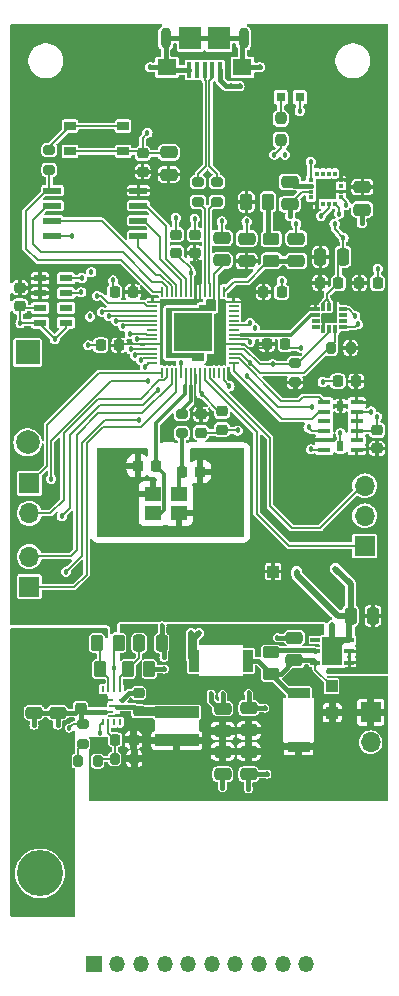
<source format=gbr>
%TF.GenerationSoftware,KiCad,Pcbnew,8.0.7*%
%TF.CreationDate,2025-01-08T02:29:50-05:00*%
%TF.ProjectId,active-drag-system-minimal,61637469-7665-42d6-9472-61672d737973,rev?*%
%TF.SameCoordinates,Original*%
%TF.FileFunction,Copper,L1,Top*%
%TF.FilePolarity,Positive*%
%FSLAX46Y46*%
G04 Gerber Fmt 4.6, Leading zero omitted, Abs format (unit mm)*
G04 Created by KiCad (PCBNEW 8.0.7) date 2025-01-08 02:29:50*
%MOMM*%
%LPD*%
G01*
G04 APERTURE LIST*
G04 Aperture macros list*
%AMRoundRect*
0 Rectangle with rounded corners*
0 $1 Rounding radius*
0 $2 $3 $4 $5 $6 $7 $8 $9 X,Y pos of 4 corners*
0 Add a 4 corners polygon primitive as box body*
4,1,4,$2,$3,$4,$5,$6,$7,$8,$9,$2,$3,0*
0 Add four circle primitives for the rounded corners*
1,1,$1+$1,$2,$3*
1,1,$1+$1,$4,$5*
1,1,$1+$1,$6,$7*
1,1,$1+$1,$8,$9*
0 Add four rect primitives between the rounded corners*
20,1,$1+$1,$2,$3,$4,$5,0*
20,1,$1+$1,$4,$5,$6,$7,0*
20,1,$1+$1,$6,$7,$8,$9,0*
20,1,$1+$1,$8,$9,$2,$3,0*%
G04 Aperture macros list end*
%TA.AperFunction,SMDPad,CuDef*%
%ADD10RoundRect,0.250000X0.475000X-0.250000X0.475000X0.250000X-0.475000X0.250000X-0.475000X-0.250000X0*%
%TD*%
%TA.AperFunction,SMDPad,CuDef*%
%ADD11R,1.092200X0.609600*%
%TD*%
%TA.AperFunction,SMDPad,CuDef*%
%ADD12RoundRect,0.225000X0.250000X-0.225000X0.250000X0.225000X-0.250000X0.225000X-0.250000X-0.225000X0*%
%TD*%
%TA.AperFunction,SMDPad,CuDef*%
%ADD13RoundRect,0.200000X-0.275000X0.200000X-0.275000X-0.200000X0.275000X-0.200000X0.275000X0.200000X0*%
%TD*%
%TA.AperFunction,SMDPad,CuDef*%
%ADD14R,1.524000X0.533400*%
%TD*%
%TA.AperFunction,SMDPad,CuDef*%
%ADD15R,0.812800X1.905000*%
%TD*%
%TA.AperFunction,SMDPad,CuDef*%
%ADD16R,1.117800X0.449200*%
%TD*%
%TA.AperFunction,SMDPad,CuDef*%
%ADD17R,0.500000X0.813000*%
%TD*%
%TA.AperFunction,SMDPad,CuDef*%
%ADD18RoundRect,0.250000X-0.262500X-0.450000X0.262500X-0.450000X0.262500X0.450000X-0.262500X0.450000X0*%
%TD*%
%TA.AperFunction,SMDPad,CuDef*%
%ADD19RoundRect,0.225000X-0.250000X0.225000X-0.250000X-0.225000X0.250000X-0.225000X0.250000X0.225000X0*%
%TD*%
%TA.AperFunction,SMDPad,CuDef*%
%ADD20RoundRect,0.200000X-0.200000X-0.275000X0.200000X-0.275000X0.200000X0.275000X-0.200000X0.275000X0*%
%TD*%
%TA.AperFunction,SMDPad,CuDef*%
%ADD21RoundRect,0.225000X-0.225000X-0.250000X0.225000X-0.250000X0.225000X0.250000X-0.225000X0.250000X0*%
%TD*%
%TA.AperFunction,SMDPad,CuDef*%
%ADD22R,1.000000X1.000000*%
%TD*%
%TA.AperFunction,SMDPad,CuDef*%
%ADD23RoundRect,0.250000X-0.475000X0.250000X-0.475000X-0.250000X0.475000X-0.250000X0.475000X0.250000X0*%
%TD*%
%TA.AperFunction,ComponentPad*%
%ADD24R,1.700000X1.700000*%
%TD*%
%TA.AperFunction,ComponentPad*%
%ADD25O,1.700000X1.700000*%
%TD*%
%TA.AperFunction,SMDPad,CuDef*%
%ADD26RoundRect,0.200000X0.200000X0.275000X-0.200000X0.275000X-0.200000X-0.275000X0.200000X-0.275000X0*%
%TD*%
%TA.AperFunction,SMDPad,CuDef*%
%ADD27RoundRect,0.225000X0.225000X0.250000X-0.225000X0.250000X-0.225000X-0.250000X0.225000X-0.250000X0*%
%TD*%
%TA.AperFunction,ComponentPad*%
%ADD28RoundRect,0.250002X-1.699998X1.699998X-1.699998X-1.699998X1.699998X-1.699998X1.699998X1.699998X0*%
%TD*%
%TA.AperFunction,ComponentPad*%
%ADD29C,3.900000*%
%TD*%
%TA.AperFunction,SMDPad,CuDef*%
%ADD30RoundRect,0.250000X0.262500X0.450000X-0.262500X0.450000X-0.262500X-0.450000X0.262500X-0.450000X0*%
%TD*%
%TA.AperFunction,SMDPad,CuDef*%
%ADD31R,0.812800X0.406400*%
%TD*%
%TA.AperFunction,SMDPad,CuDef*%
%ADD32R,1.752600X2.489200*%
%TD*%
%TA.AperFunction,SMDPad,CuDef*%
%ADD33R,0.800000X0.800000*%
%TD*%
%TA.AperFunction,SMDPad,CuDef*%
%ADD34RoundRect,0.200000X0.275000X-0.200000X0.275000X0.200000X-0.275000X0.200000X-0.275000X-0.200000X0*%
%TD*%
%TA.AperFunction,SMDPad,CuDef*%
%ADD35RoundRect,0.026250X0.263750X0.148750X-0.263750X0.148750X-0.263750X-0.148750X0.263750X-0.148750X0*%
%TD*%
%TA.AperFunction,SMDPad,CuDef*%
%ADD36RoundRect,0.026250X0.148750X0.263750X-0.148750X0.263750X-0.148750X-0.263750X0.148750X-0.263750X0*%
%TD*%
%TA.AperFunction,SMDPad,CuDef*%
%ADD37R,1.400000X1.200000*%
%TD*%
%TA.AperFunction,ComponentPad*%
%ADD38R,1.350000X1.350000*%
%TD*%
%TA.AperFunction,ComponentPad*%
%ADD39O,1.350000X1.350000*%
%TD*%
%TA.AperFunction,SMDPad,CuDef*%
%ADD40R,1.397000X0.254000*%
%TD*%
%TA.AperFunction,SMDPad,CuDef*%
%ADD41R,0.254000X0.609600*%
%TD*%
%TA.AperFunction,SMDPad,CuDef*%
%ADD42R,0.609600X0.254000*%
%TD*%
%TA.AperFunction,SMDPad,CuDef*%
%ADD43R,0.990600X0.711200*%
%TD*%
%TA.AperFunction,SMDPad,CuDef*%
%ADD44RoundRect,0.050000X-0.387500X-0.050000X0.387500X-0.050000X0.387500X0.050000X-0.387500X0.050000X0*%
%TD*%
%TA.AperFunction,SMDPad,CuDef*%
%ADD45RoundRect,0.050000X-0.050000X-0.387500X0.050000X-0.387500X0.050000X0.387500X-0.050000X0.387500X0*%
%TD*%
%TA.AperFunction,HeatsinkPad*%
%ADD46C,0.457200*%
%TD*%
%TA.AperFunction,HeatsinkPad*%
%ADD47R,3.200000X3.200000*%
%TD*%
%TA.AperFunction,SMDPad,CuDef*%
%ADD48R,3.700000X0.980000*%
%TD*%
%TA.AperFunction,SMDPad,CuDef*%
%ADD49RoundRect,0.250000X0.450000X-0.262500X0.450000X0.262500X-0.450000X0.262500X-0.450000X-0.262500X0*%
%TD*%
%TA.AperFunction,SMDPad,CuDef*%
%ADD50R,0.400000X1.350000*%
%TD*%
%TA.AperFunction,SMDPad,CuDef*%
%ADD51R,1.600000X1.400000*%
%TD*%
%TA.AperFunction,SMDPad,CuDef*%
%ADD52R,1.900000X1.900000*%
%TD*%
%TA.AperFunction,ComponentPad*%
%ADD53O,0.900000X1.800000*%
%TD*%
%TA.AperFunction,SMDPad,CuDef*%
%ADD54RoundRect,0.250000X-0.450000X0.262500X-0.450000X-0.262500X0.450000X-0.262500X0.450000X0.262500X0*%
%TD*%
%TA.AperFunction,SMDPad,CuDef*%
%ADD55RoundRect,0.250000X-0.250000X-0.475000X0.250000X-0.475000X0.250000X0.475000X-0.250000X0.475000X0*%
%TD*%
%TA.AperFunction,SMDPad,CuDef*%
%ADD56RoundRect,0.237500X0.237500X-0.250000X0.237500X0.250000X-0.237500X0.250000X-0.237500X-0.250000X0*%
%TD*%
%TA.AperFunction,SMDPad,CuDef*%
%ADD57R,1.905000X0.812800*%
%TD*%
%TA.AperFunction,SMDPad,CuDef*%
%ADD58R,0.457200X0.304800*%
%TD*%
%TA.AperFunction,SMDPad,CuDef*%
%ADD59R,0.304800X0.457200*%
%TD*%
%TA.AperFunction,SMDPad,CuDef*%
%ADD60RoundRect,0.250000X0.250000X0.475000X-0.250000X0.475000X-0.250000X-0.475000X0.250000X-0.475000X0*%
%TD*%
%TA.AperFunction,ComponentPad*%
%ADD61R,2.000000X2.000000*%
%TD*%
%TA.AperFunction,ComponentPad*%
%ADD62C,2.000000*%
%TD*%
%TA.AperFunction,ViaPad*%
%ADD63C,0.457200*%
%TD*%
%TA.AperFunction,Conductor*%
%ADD64C,0.550000*%
%TD*%
%TA.AperFunction,Conductor*%
%ADD65C,0.150000*%
%TD*%
%TA.AperFunction,Conductor*%
%ADD66C,0.400000*%
%TD*%
%TA.AperFunction,Conductor*%
%ADD67C,0.200000*%
%TD*%
%TA.AperFunction,Conductor*%
%ADD68C,0.127000*%
%TD*%
%TA.AperFunction,Conductor*%
%ADD69C,0.330000*%
%TD*%
%TA.AperFunction,Conductor*%
%ADD70C,0.800000*%
%TD*%
G04 APERTURE END LIST*
D10*
%TO.P,C29,1*%
%TO.N,GND*%
X161800000Y-76600000D03*
%TO.P,C29,2*%
%TO.N,/+3V3*%
X161800000Y-74700000D03*
%TD*%
D11*
%TO.P,U6,1,VDD*%
%TO.N,/+3V3*%
X134500000Y-82425000D03*
%TO.P,U6,2,PS*%
X134500000Y-83675000D03*
%TO.P,U6,3,GND*%
%TO.N,GND*%
X134500000Y-84925000D03*
%TO.P,U6,4,CSB*%
X134500000Y-86175000D03*
%TO.P,U6,5,CSB*%
X136700000Y-86175000D03*
%TO.P,U6,6,SDO*%
%TO.N,unconnected-(U6-SDO-Pad6)*%
X136700000Y-84925000D03*
%TO.P,U6,7,SDI/SDA*%
%TO.N,/MCU_RP2040/I2C0_SDA*%
X136700000Y-83675000D03*
%TO.P,U6,8,SCLK*%
%TO.N,/MCU_RP2040/I2C0_SCL*%
X136700000Y-82425000D03*
%TD*%
D12*
%TO.P,C32,1*%
%TO.N,/+3V3*%
X163050000Y-96825000D03*
%TO.P,C32,2*%
%TO.N,GND*%
X163050000Y-95275000D03*
%TD*%
D13*
%TO.P,R8,1*%
%TO.N,/MCU_RP2040/XOUT*%
X146500000Y-93900000D03*
%TO.P,R8,2*%
%TO.N,Net-(C11-Pad1)*%
X146500000Y-95550000D03*
%TD*%
D14*
%TO.P,U2,1,/CS*%
%TO.N,/MCU_RP2040/QSPI_SS*%
X135555100Y-74995000D03*
%TO.P,U2,2,DO_(IO1)*%
%TO.N,/MCU_RP2040/QSPI_SD1*%
X135555100Y-76265000D03*
%TO.P,U2,3,/WP_(IO2)*%
%TO.N,/MCU_RP2040/QSPI_SD2*%
X135555100Y-77535000D03*
%TO.P,U2,4,GND*%
%TO.N,GND*%
X135555100Y-78805000D03*
%TO.P,U2,5,DI_(IO0)*%
%TO.N,/MCU_RP2040/QSPI_SD0*%
X142844900Y-78805000D03*
%TO.P,U2,6,CLK*%
%TO.N,/MCU_RP2040/QSPI_SCLK*%
X142844900Y-77535000D03*
%TO.P,U2,7,/HOLD_or_/RESET_(IO3)*%
%TO.N,/MCU_RP2040/QSPI_SD3*%
X142844900Y-76265000D03*
%TO.P,U2,8,VCC*%
%TO.N,/+3V3*%
X142844900Y-74995000D03*
%TD*%
D15*
%TO.P,CR2,1*%
%TO.N,Net-(U4-IN)*%
X152148700Y-114800000D03*
%TO.P,CR2,2*%
%TO.N,/VBUS*%
X147551300Y-114800000D03*
%TD*%
D16*
%TO.P,U7,1,VDD_I/O*%
%TO.N,/+3V3*%
X161320901Y-96931503D03*
%TO.P,U7,2,GND*%
%TO.N,GND*%
X161320901Y-96131502D03*
%TO.P,U7,3,RESERVED*%
X161320901Y-95331501D03*
%TO.P,U7,4,GND*%
X161320901Y-94531503D03*
%TO.P,U7,5,GND*%
X161320901Y-93731502D03*
%TO.P,U7,6,VS*%
%TO.N,/+3V3*%
X161320901Y-92931503D03*
D17*
%TO.P,U7,7,\u002ACS*%
X159950000Y-93213004D03*
D16*
%TO.P,U7,8,INT1*%
%TO.N,/HG1*%
X158579099Y-92931501D03*
%TO.P,U7,9,INT2*%
%TO.N,/HG2*%
X158579099Y-93731502D03*
%TO.P,U7,10,NC*%
%TO.N,unconnected-(U7-NC-Pad10)*%
X158579099Y-94531503D03*
%TO.P,U7,11,RESERVED*%
%TO.N,GND*%
X158579099Y-95331501D03*
%TO.P,U7,12,SDO/ALT_ADDRESS*%
%TO.N,/+3V3*%
X158579099Y-96131502D03*
%TO.P,U7,13,SDA/SDI/SDIO*%
%TO.N,/MCU_RP2040/I2C0_SDA*%
X158579099Y-96931501D03*
D17*
%TO.P,U7,14,SCL/SCLK*%
%TO.N,/MCU_RP2040/I2C0_SCL*%
X159950000Y-96650000D03*
%TD*%
D10*
%TO.P,C13,1*%
%TO.N,/+3V3*%
X145400000Y-73650000D03*
%TO.P,C13,2*%
%TO.N,GND*%
X145400000Y-71750000D03*
%TD*%
D18*
%TO.P,R12,1*%
%TO.N,Net-(U3-EN)*%
X139341601Y-113300126D03*
%TO.P,R12,2*%
%TO.N,GND*%
X141166601Y-113300126D03*
%TD*%
D19*
%TO.P,C19,1*%
%TO.N,/VBAT*%
X137954101Y-117225126D03*
%TO.P,C19,2*%
%TO.N,GND*%
X137954101Y-118775126D03*
%TD*%
D13*
%TO.P,R9,1*%
%TO.N,Net-(R9-Pad1)*%
X135300000Y-71575000D03*
%TO.P,R9,2*%
%TO.N,/MCU_RP2040/QSPI_SS*%
X135300000Y-73225000D03*
%TD*%
D20*
%TO.P,R11,1*%
%TO.N,Net-(U3-FB)*%
X140829101Y-123100126D03*
%TO.P,R11,2*%
%TO.N,/+5V*%
X142479101Y-123100126D03*
%TD*%
D21*
%TO.P,C31,1*%
%TO.N,/+3V3*%
X161550000Y-82800000D03*
%TO.P,C31,2*%
%TO.N,GND*%
X163100000Y-82800000D03*
%TD*%
D22*
%TO.P,TP6,1,1*%
%TO.N,Net-(U4-IN)*%
X159197800Y-116950000D03*
%TD*%
D23*
%TO.P,C22,1*%
%TO.N,/+5V*%
X152175887Y-122500000D03*
%TO.P,C22,2*%
%TO.N,GND*%
X152175887Y-124400000D03*
%TD*%
D10*
%TO.P,C20,1*%
%TO.N,/+5V*%
X149975887Y-120750000D03*
%TO.P,C20,2*%
%TO.N,GND*%
X149975887Y-118850000D03*
%TD*%
D24*
%TO.P,J5,1,Pin_1*%
%TO.N,/MCU_RP2040/UART0_TX*%
X133600000Y-99775000D03*
D25*
%TO.P,J5,2,Pin_2*%
%TO.N,/MCU_RP2040/UART0_RX*%
X133600000Y-102315000D03*
%TD*%
D26*
%TO.P,R6,1*%
%TO.N,/+3V3*%
X160800000Y-88300000D03*
%TO.P,R6,2*%
%TO.N,/MCU_RP2040/I2C0_SDA*%
X159150000Y-88300000D03*
%TD*%
D13*
%TO.P,R3,1*%
%TO.N,/MCU_RP2040/USB_D+*%
X147900000Y-74275000D03*
%TO.P,R3,2*%
%TO.N,/MCU_RP2040/USB_DP*%
X147900000Y-75925000D03*
%TD*%
D27*
%TO.P,C10,1*%
%TO.N,/MCU_RP2040/XIN*%
X144325000Y-98300000D03*
%TO.P,C10,2*%
%TO.N,GND*%
X142775000Y-98300000D03*
%TD*%
D19*
%TO.P,C16,1*%
%TO.N,Net-(U3-VBST)*%
X142854101Y-117525126D03*
%TO.P,C16,2*%
%TO.N,Net-(U3-SW)*%
X142854101Y-119075126D03*
%TD*%
D28*
%TO.P,J2,1,Pin_1*%
%TO.N,/VBAT*%
X134500000Y-125000000D03*
D29*
%TO.P,J2,2,Pin_2*%
%TO.N,GND*%
X134500000Y-132800000D03*
%TD*%
D30*
%TO.P,R13,1*%
%TO.N,Net-(U3-PG)*%
X143766601Y-115500126D03*
%TO.P,R13,2*%
%TO.N,Net-(U3-VCC)*%
X141941601Y-115500126D03*
%TD*%
D23*
%TO.P,C30,1*%
%TO.N,Net-(U5-CAP)*%
X155650000Y-74250000D03*
%TO.P,C30,2*%
%TO.N,GND*%
X155650000Y-76150000D03*
%TD*%
D24*
%TO.P,J6,1,Pin_1*%
%TO.N,/MCU_RP2040/I2C1_SCL*%
X133600000Y-108525000D03*
D25*
%TO.P,J6,2,Pin_2*%
%TO.N,/MCU_RP2040/I2C1_SDA*%
X133600000Y-105985000D03*
%TD*%
D21*
%TO.P,C33,1*%
%TO.N,/+3V3*%
X158225000Y-82800000D03*
%TO.P,C33,2*%
%TO.N,GND*%
X159775000Y-82800000D03*
%TD*%
D10*
%TO.P,C26,1*%
%TO.N,Net-(U4-IN)*%
X156049400Y-114750000D03*
%TO.P,C26,2*%
%TO.N,GND*%
X156049400Y-112850000D03*
%TD*%
%TO.P,C5,1*%
%TO.N,Net-(U1-ADC_AVDD)*%
X156200000Y-80950000D03*
%TO.P,C5,2*%
%TO.N,GND*%
X156200000Y-79050000D03*
%TD*%
D21*
%TO.P,C9,1*%
%TO.N,/+3V3*%
X153725000Y-88000000D03*
%TO.P,C9,2*%
%TO.N,GND*%
X155275000Y-88000000D03*
%TD*%
D22*
%TO.P,TP4,1,1*%
%TO.N,/+5V*%
X159247800Y-119200000D03*
%TD*%
D21*
%TO.P,C24,1*%
%TO.N,Net-(U3-FB)*%
X140879101Y-121500126D03*
%TO.P,C24,2*%
%TO.N,/+5V*%
X142429101Y-121500126D03*
%TD*%
D27*
%TO.P,C8,1*%
%TO.N,/+3V3*%
X141200000Y-88100000D03*
%TO.P,C8,2*%
%TO.N,GND*%
X139650000Y-88100000D03*
%TD*%
D31*
%TO.P,U4,1,OUT*%
%TO.N,/+3V3*%
X160697800Y-114950001D03*
%TO.P,U4,2,ADJ/SENSE*%
X160697800Y-114000000D03*
%TO.P,U4,3,GND*%
%TO.N,GND*%
X160697800Y-113049999D03*
%TO.P,U4,4,PG*%
%TO.N,unconnected-(U4-PG-Pad4)*%
X157802200Y-113049999D03*
%TO.P,U4,5,EN*%
%TO.N,Net-(U4-EN)*%
X157802200Y-114000000D03*
%TO.P,U4,6,IN*%
%TO.N,Net-(U4-IN)*%
X157802200Y-114950001D03*
D32*
%TO.P,U4,7,GND*%
%TO.N,GND*%
X159250000Y-114000000D03*
%TD*%
D33*
%TO.P,D1,1*%
%TO.N,GND*%
X156500000Y-67100000D03*
%TO.P,D1,2*%
%TO.N,Net-(D1-Pad2)*%
X154900000Y-67100000D03*
%TD*%
D34*
%TO.P,R5,1*%
%TO.N,/+3V3*%
X156100000Y-91225000D03*
%TO.P,R5,2*%
%TO.N,/MCU_RP2040/I2C0_SCL*%
X156100000Y-89575000D03*
%TD*%
D35*
%TO.P,U8,1,AP_SDO/AP_AD0*%
%TO.N,GND*%
X160160000Y-86540000D03*
%TO.P,U8,2,AUX1_SDIO*%
%TO.N,unconnected-(U8-AUX1_SDIO-Pad2)*%
X160160000Y-86040000D03*
%TO.P,U8,3,AUX1_SCLK*%
%TO.N,unconnected-(U8-AUX1_SCLK-Pad3)*%
X160160000Y-85540000D03*
%TO.P,U8,4,INT1/INT*%
%TO.N,/MG*%
X160160000Y-85040000D03*
D36*
%TO.P,U8,5,VDDIO*%
%TO.N,/+3V3*%
X159500000Y-84880000D03*
%TO.P,U8,6,GND*%
%TO.N,GND*%
X159000000Y-84880000D03*
%TO.P,U8,7,RESV*%
X158500000Y-84880000D03*
D35*
%TO.P,U8,8,VDD*%
%TO.N,/+3V3*%
X157840000Y-85040000D03*
%TO.P,U8,9,INT2/FSYNC/CLKIN*%
%TO.N,/MCU_RP2040/CLKOUT*%
X157840000Y-85540000D03*
%TO.P,U8,10,AUX1_CS*%
%TO.N,unconnected-(U8-AUX1_CS-Pad10)*%
X157840000Y-86040000D03*
%TO.P,U8,11,AUX1_SDO*%
%TO.N,unconnected-(U8-AUX1_SDO-Pad11)*%
X157840000Y-86540000D03*
D36*
%TO.P,U8,12,AP_CS*%
%TO.N,/+3V3*%
X158500000Y-86700000D03*
%TO.P,U8,13,AP_SCL/AP_SCLK*%
%TO.N,/MCU_RP2040/I2C0_SCL*%
X159000000Y-86700000D03*
%TO.P,U8,14,AP_SDA/AP_SDIO/AP_SDI*%
%TO.N,/MCU_RP2040/I2C0_SDA*%
X159500000Y-86700000D03*
%TD*%
D19*
%TO.P,C15,1*%
%TO.N,+1V1*%
X149900000Y-93675000D03*
%TO.P,C15,2*%
%TO.N,GND*%
X149900000Y-95225000D03*
%TD*%
D26*
%TO.P,R14,1*%
%TO.N,Net-(U3-FB)*%
X139379101Y-123300126D03*
%TO.P,R14,2*%
%TO.N,Net-(R14-Pad2)*%
X137729101Y-123300126D03*
%TD*%
D10*
%TO.P,C3,1*%
%TO.N,+1V1*%
X149900000Y-80900000D03*
%TO.P,C3,2*%
%TO.N,GND*%
X149900000Y-79000000D03*
%TD*%
D12*
%TO.P,C2,1*%
%TO.N,+1V1*%
X146000000Y-80275000D03*
%TO.P,C2,2*%
%TO.N,GND*%
X146000000Y-78725000D03*
%TD*%
D23*
%TO.P,C21,1*%
%TO.N,/+5V*%
X149975887Y-122500000D03*
%TO.P,C21,2*%
%TO.N,GND*%
X149975887Y-124400000D03*
%TD*%
%TO.P,C18,1*%
%TO.N,/VBAT*%
X134000000Y-117300000D03*
%TO.P,C18,2*%
%TO.N,GND*%
X134000000Y-119200000D03*
%TD*%
D37*
%TO.P,X1,1*%
%TO.N,/MCU_RP2040/XIN*%
X144050000Y-102300000D03*
%TO.P,X1,2,GND*%
%TO.N,GND*%
X146250000Y-102300000D03*
%TO.P,X1,3*%
%TO.N,Net-(C11-Pad1)*%
X146250000Y-100700000D03*
%TO.P,X1,4,GND__1*%
%TO.N,GND*%
X144050000Y-100700000D03*
%TD*%
D27*
%TO.P,C6,1*%
%TO.N,/+3V3*%
X142375000Y-83600000D03*
%TO.P,C6,2*%
%TO.N,GND*%
X140825000Y-83600000D03*
%TD*%
D38*
%TO.P,J4,1,Pin_1*%
%TO.N,/MCU_RP2040/GPIO1*%
X139050000Y-140500000D03*
D39*
%TO.P,J4,2,Pin_2*%
%TO.N,/MCU_RP2040/GPIO2*%
X141050000Y-140500000D03*
%TO.P,J4,3,Pin_3*%
%TO.N,/MCU_RP2040/GPIO3*%
X143050000Y-140500000D03*
%TO.P,J4,4,Pin_4*%
%TO.N,/MCU_RP2040/GPIO4*%
X145050000Y-140500000D03*
%TO.P,J4,5,Pin_5*%
%TO.N,/MCU_RP2040/GPIO6*%
X147050000Y-140500000D03*
%TO.P,J4,6,Pin_6*%
%TO.N,/MCU_RP2040/GPIO7*%
X149050000Y-140500000D03*
%TO.P,J4,7,Pin_7*%
%TO.N,/MCU_RP2040/GPIO8*%
X151050000Y-140500000D03*
%TO.P,J4,8,Pin_8*%
%TO.N,/MCU_RP2040/GPIO9*%
X153050000Y-140500000D03*
%TO.P,J4,9,Pin_9*%
%TO.N,/MCU_RP2040/GPIO10*%
X155050000Y-140500000D03*
%TO.P,J4,10,Pin_10*%
%TO.N,/MCU_RP2040/GPIO11*%
X157050000Y-140500000D03*
%TD*%
D27*
%TO.P,C35,1*%
%TO.N,/+3V3*%
X161275000Y-91150000D03*
%TO.P,C35,2*%
%TO.N,GND*%
X159725000Y-91150000D03*
%TD*%
D40*
%TO.P,U3,1,VIN*%
%TO.N,/VBAT*%
X140047800Y-118100000D03*
%TO.P,U3,2,PGND*%
%TO.N,GND*%
X140047800Y-119100252D03*
D41*
%TO.P,U3,3,PG*%
%TO.N,Net-(U3-PG)*%
X139803912Y-120000126D03*
%TO.P,U3,4,FB*%
%TO.N,Net-(U3-FB)*%
X140304038Y-120000126D03*
%TO.P,U3,5,SS*%
%TO.N,unconnected-(U3-SS-Pad5)*%
X140804164Y-120000126D03*
%TO.P,U3,6,NC*%
%TO.N,unconnected-(U3-NC-Pad6)*%
X141304290Y-120000126D03*
D40*
%TO.P,U3,7,SW*%
%TO.N,Net-(U3-SW)*%
X141060402Y-118600126D03*
D42*
%TO.P,U3,8,VBST*%
%TO.N,Net-(U3-VBST)*%
X141454102Y-118100000D03*
D41*
%TO.P,U3,9,VCC*%
%TO.N,Net-(U3-VCC)*%
X141304290Y-117200126D03*
%TO.P,U3,10,AGND*%
%TO.N,GND*%
X140804164Y-117200126D03*
%TO.P,U3,11,EN*%
%TO.N,Net-(U3-EN)*%
X140304038Y-117200126D03*
%TO.P,U3,12,MODE*%
%TO.N,unconnected-(U3-MODE-Pad12)*%
X139803912Y-117200126D03*
%TD*%
D10*
%TO.P,C4,1*%
%TO.N,/+3V3*%
X152000000Y-80950000D03*
%TO.P,C4,2*%
%TO.N,GND*%
X152000000Y-79050000D03*
%TD*%
D43*
%TO.P,SW1,1,1*%
%TO.N,Net-(R9-Pad1)*%
X137049999Y-69525001D03*
%TO.P,SW1,2,2*%
X141550001Y-69525001D03*
%TO.P,SW1,3,3*%
%TO.N,GND*%
X137049999Y-71674999D03*
%TO.P,SW1,4,4*%
X141550001Y-71674999D03*
%TD*%
D44*
%TO.P,U1,1,IOVDD*%
%TO.N,/+3V3*%
X144025000Y-84400000D03*
%TO.P,U1,2,GPIO0*%
%TO.N,/MCU_RP2040/BUZZ_OUT*%
X144025000Y-84800000D03*
%TO.P,U1,3,GPIO1*%
%TO.N,/MCU_RP2040/GPIO1*%
X144025000Y-85200000D03*
%TO.P,U1,4,GPIO2*%
%TO.N,/MCU_RP2040/GPIO2*%
X144025000Y-85600000D03*
%TO.P,U1,5,GPIO3*%
%TO.N,/MCU_RP2040/GPIO3*%
X144025000Y-86000000D03*
%TO.P,U1,6,GPIO4*%
%TO.N,/MCU_RP2040/GPIO4*%
X144025000Y-86400000D03*
%TO.P,U1,7,GPIO5*%
%TO.N,unconnected-(U1-GPIO5-Pad7)*%
X144025000Y-86800000D03*
%TO.P,U1,8,GPIO6*%
%TO.N,/MCU_RP2040/GPIO6*%
X144025000Y-87200000D03*
%TO.P,U1,9,GPIO7*%
%TO.N,/MCU_RP2040/GPIO7*%
X144025000Y-87600000D03*
%TO.P,U1,10,IOVDD*%
%TO.N,/+3V3*%
X144025000Y-88000000D03*
%TO.P,U1,11,GPIO8*%
%TO.N,/MCU_RP2040/GPIO8*%
X144025000Y-88400000D03*
%TO.P,U1,12,GPIO9*%
%TO.N,/MCU_RP2040/GPIO9*%
X144025000Y-88800000D03*
%TO.P,U1,13,GPIO10*%
%TO.N,/MCU_RP2040/GPIO10*%
X144025000Y-89200000D03*
%TO.P,U1,14,GPIO11*%
%TO.N,/MCU_RP2040/GPIO11*%
X144025000Y-89600000D03*
D45*
%TO.P,U1,15,GPIO12*%
%TO.N,/MCU_RP2040/UART0_TX*%
X144862500Y-90437500D03*
%TO.P,U1,16,GPIO13*%
%TO.N,/MCU_RP2040/UART0_RX*%
X145262500Y-90437500D03*
%TO.P,U1,17,GPIO14*%
%TO.N,/MCU_RP2040/I2C1_SDA*%
X145662500Y-90437500D03*
%TO.P,U1,18,GPIO15*%
%TO.N,/MCU_RP2040/I2C1_SCL*%
X146062500Y-90437500D03*
%TO.P,U1,19,TESTEN*%
%TO.N,GND*%
X146462500Y-90437500D03*
%TO.P,U1,20,XIN*%
%TO.N,/MCU_RP2040/XIN*%
X146862500Y-90437500D03*
%TO.P,U1,21,XOUT*%
%TO.N,/MCU_RP2040/XOUT*%
X147262500Y-90437500D03*
%TO.P,U1,22,IOVDD*%
%TO.N,/+3V3*%
X147662500Y-90437500D03*
%TO.P,U1,23,DVDD*%
%TO.N,+1V1*%
X148062500Y-90437500D03*
%TO.P,U1,24,SWCLK*%
%TO.N,/MCU_RP2040/SWCLK*%
X148462500Y-90437500D03*
%TO.P,U1,25,SWD*%
%TO.N,/MCU_RP2040/SWDIO*%
X148862500Y-90437500D03*
%TO.P,U1,26,RUN*%
%TO.N,unconnected-(U1-RUN-Pad26)*%
X149262500Y-90437500D03*
%TO.P,U1,27,GPIO16*%
%TO.N,unconnected-(U1-GPIO16-Pad27)*%
X149662500Y-90437500D03*
%TO.P,U1,28,GPIO17*%
%TO.N,/MAG*%
X150062500Y-90437500D03*
D44*
%TO.P,U1,29,GPIO18*%
%TO.N,/HG2*%
X150900000Y-89600000D03*
%TO.P,U1,30,GPIO19*%
%TO.N,/HG1*%
X150900000Y-89200000D03*
%TO.P,U1,31,GPIO20*%
%TO.N,/MCU_RP2040/I2C0_SDA*%
X150900000Y-88800000D03*
%TO.P,U1,32,GPIO21*%
%TO.N,/MCU_RP2040/I2C0_SCL*%
X150900000Y-88400000D03*
%TO.P,U1,33,IOVDD*%
%TO.N,/+3V3*%
X150900000Y-88000000D03*
%TO.P,U1,34,GPIO22*%
%TO.N,/MG*%
X150900000Y-87600000D03*
%TO.P,U1,35,GPIO23*%
%TO.N,/MCU_RP2040/CLKOUT*%
X150900000Y-87200000D03*
%TO.P,U1,36,GPIO24*%
%TO.N,unconnected-(U1-GPIO24-Pad36)*%
X150900000Y-86800000D03*
%TO.P,U1,37,GPIO25*%
%TO.N,/MCU_RP2040/LED_OUT*%
X150900000Y-86400000D03*
%TO.P,U1,38,GPIO26_ADC0*%
%TO.N,unconnected-(U1-GPIO26_ADC0-Pad38)*%
X150900000Y-86000000D03*
%TO.P,U1,39,GPIO27_ADC1*%
%TO.N,unconnected-(U1-GPIO27_ADC1-Pad39)*%
X150900000Y-85600000D03*
%TO.P,U1,40,GPIO28_ADC2*%
%TO.N,unconnected-(U1-GPIO28_ADC2-Pad40)*%
X150900000Y-85200000D03*
%TO.P,U1,41,GPIO29_ADC3*%
%TO.N,unconnected-(U1-GPIO29_ADC3-Pad41)*%
X150900000Y-84800000D03*
%TO.P,U1,42,IOVDD*%
%TO.N,/+3V3*%
X150900000Y-84400000D03*
D45*
%TO.P,U1,43,ADC_AVDD*%
%TO.N,Net-(U1-ADC_AVDD)*%
X150062500Y-83562500D03*
%TO.P,U1,44,VREG_IN*%
%TO.N,/+3V3*%
X149662500Y-83562500D03*
%TO.P,U1,45,VREG_VOUT*%
%TO.N,+1V1*%
X149262500Y-83562500D03*
%TO.P,U1,46,USB_DM*%
%TO.N,/MCU_RP2040/USB_DN*%
X148862500Y-83562500D03*
%TO.P,U1,47,USB_DP*%
%TO.N,/MCU_RP2040/USB_DP*%
X148462500Y-83562500D03*
%TO.P,U1,48,USB_VDD*%
%TO.N,/+3V3*%
X148062500Y-83562500D03*
%TO.P,U1,49,IOVDD*%
X147662500Y-83562500D03*
%TO.P,U1,50,DVDD*%
%TO.N,+1V1*%
X147262500Y-83562500D03*
%TO.P,U1,51,QSPI_SD3*%
%TO.N,/MCU_RP2040/QSPI_SD3*%
X146862500Y-83562500D03*
%TO.P,U1,52,QSPI_SCLK*%
%TO.N,/MCU_RP2040/QSPI_SCLK*%
X146462500Y-83562500D03*
%TO.P,U1,53,QSPI_SD0*%
%TO.N,/MCU_RP2040/QSPI_SD0*%
X146062500Y-83562500D03*
%TO.P,U1,54,QSPI_SD2*%
%TO.N,/MCU_RP2040/QSPI_SD2*%
X145662500Y-83562500D03*
%TO.P,U1,55,QSPI_SD1*%
%TO.N,/MCU_RP2040/QSPI_SD1*%
X145262500Y-83562500D03*
%TO.P,U1,56,QSPI_SS*%
%TO.N,/MCU_RP2040/QSPI_SS*%
X144862500Y-83562500D03*
D46*
%TO.P,U1,57,GND*%
%TO.N,GND*%
X146212500Y-85750000D03*
X146212500Y-87000000D03*
X146212500Y-88250000D03*
X147462500Y-85750000D03*
X147462500Y-87000000D03*
D47*
X147462500Y-87000000D03*
D46*
X147462500Y-88250000D03*
X148712500Y-85750000D03*
X148712500Y-87000000D03*
X148712500Y-88250000D03*
%TD*%
D10*
%TO.P,C23,1*%
%TO.N,/+5V*%
X152175887Y-120700000D03*
%TO.P,C23,2*%
%TO.N,GND*%
X152175887Y-118800000D03*
%TD*%
D48*
%TO.P,L1,1*%
%TO.N,Net-(U3-SW)*%
X146097800Y-119165000D03*
%TO.P,L1,2*%
%TO.N,/+5V*%
X146097800Y-121535000D03*
%TD*%
D12*
%TO.P,C1,1*%
%TO.N,/+3V3*%
X147600000Y-80275000D03*
%TO.P,C1,2*%
%TO.N,GND*%
X147600000Y-78725000D03*
%TD*%
D23*
%TO.P,C17,1*%
%TO.N,/VBAT*%
X136000000Y-117300000D03*
%TO.P,C17,2*%
%TO.N,GND*%
X136000000Y-119200000D03*
%TD*%
D24*
%TO.P,J1,1,Pin_1*%
%TO.N,/+5V*%
X162500000Y-119160000D03*
D25*
%TO.P,J1,2,Pin_2*%
%TO.N,GND*%
X162500000Y-121700000D03*
%TD*%
D24*
%TO.P,J8,1,Pin_1*%
%TO.N,/MCU_RP2040/SWCLK*%
X162000000Y-105080000D03*
D25*
%TO.P,J8,2,Pin_2*%
%TO.N,GND*%
X162000000Y-102540000D03*
%TO.P,J8,3,Pin_3*%
%TO.N,/MCU_RP2040/SWDIO*%
X162000000Y-100000000D03*
%TD*%
D22*
%TO.P,TP5,1,1*%
%TO.N,/+3V3*%
X154250000Y-107250000D03*
%TD*%
D49*
%TO.P,R16,1*%
%TO.N,Net-(U4-IN)*%
X154049400Y-115912500D03*
%TO.P,R16,2*%
%TO.N,Net-(U4-EN)*%
X154049400Y-114087500D03*
%TD*%
D50*
%TO.P,J3,1,VUSB*%
%TO.N,/VBUS*%
X149750000Y-64775000D03*
%TO.P,J3,2,D-*%
%TO.N,/MCU_RP2040/USB_D-*%
X149100000Y-64775000D03*
%TO.P,J3,3,D+*%
%TO.N,/MCU_RP2040/USB_D+*%
X148450000Y-64775000D03*
%TO.P,J3,4,ID*%
%TO.N,unconnected-(J3-ID-Pad4)*%
X147800000Y-64775000D03*
%TO.P,J3,5,GND*%
%TO.N,GND*%
X147150000Y-64775000D03*
D51*
%TO.P,J3,S1,SHIELD*%
X151650000Y-64550000D03*
%TO.P,J3,S2,SHIELD__1*%
X145250000Y-64550000D03*
D52*
%TO.P,J3,S3,SHIELD__2*%
X147250000Y-62100000D03*
%TO.P,J3,S4,SHIELD__3*%
X149650000Y-62100000D03*
D53*
%TO.P,J3,S5,SHIELD__4*%
X151750000Y-62100000D03*
%TO.P,J3,S6,SHIELD__5*%
X145150000Y-62100000D03*
%TD*%
D19*
%TO.P,C28,1*%
%TO.N,/+3V3*%
X132800000Y-83225000D03*
%TO.P,C28,2*%
%TO.N,GND*%
X132800000Y-84775000D03*
%TD*%
D54*
%TO.P,R7,1*%
%TO.N,/MCU_RP2040/ADC_VREF*%
X154100000Y-79087500D03*
%TO.P,R7,2*%
%TO.N,Net-(U1-ADC_AVDD)*%
X154100000Y-80912500D03*
%TD*%
D55*
%TO.P,C34,1*%
%TO.N,/+3V3*%
X158250000Y-80600000D03*
%TO.P,C34,2*%
%TO.N,GND*%
X160150000Y-80600000D03*
%TD*%
D21*
%TO.P,C11,1*%
%TO.N,Net-(C11-Pad1)*%
X146525000Y-98800000D03*
%TO.P,C11,2*%
%TO.N,GND*%
X148075000Y-98800000D03*
%TD*%
D18*
%TO.P,R2,1*%
%TO.N,/+3V3*%
X151987500Y-75950000D03*
%TO.P,R2,2*%
%TO.N,/MCU_RP2040/ADC_VREF*%
X153812500Y-75950000D03*
%TD*%
D56*
%TO.P,R1,1*%
%TO.N,/MCU_RP2040/LED_OUT*%
X154900000Y-70712500D03*
%TO.P,R1,2*%
%TO.N,Net-(D1-Pad2)*%
X154900000Y-68887500D03*
%TD*%
D13*
%TO.P,R4,1*%
%TO.N,/MCU_RP2040/USB_D-*%
X149500000Y-74275000D03*
%TO.P,R4,2*%
%TO.N,/MCU_RP2040/USB_DN*%
X149500000Y-75925000D03*
%TD*%
D57*
%TO.P,CR1,1*%
%TO.N,Net-(U4-IN)*%
X156397800Y-117501300D03*
%TO.P,CR1,2*%
%TO.N,/+5V*%
X156397800Y-122098700D03*
%TD*%
D19*
%TO.P,C14,1*%
%TO.N,/+3V3*%
X148150000Y-93925000D03*
%TO.P,C14,2*%
%TO.N,GND*%
X148150000Y-95475000D03*
%TD*%
D55*
%TO.P,C25,1*%
%TO.N,Net-(U3-VCC)*%
X142904101Y-113300126D03*
%TO.P,C25,2*%
%TO.N,GND*%
X144804101Y-113300126D03*
%TD*%
D34*
%TO.P,R15,1*%
%TO.N,Net-(R14-Pad2)*%
X138154101Y-121825126D03*
%TO.P,R15,2*%
%TO.N,GND*%
X138154101Y-120175126D03*
%TD*%
D58*
%TO.P,U5,1,SCL/SPI_SCK*%
%TO.N,/MCU_RP2040/I2C0_SCL*%
X159974999Y-75575002D03*
%TO.P,U5,2,VDD*%
%TO.N,/+3V3*%
X159974999Y-75075001D03*
%TO.P,U5,3,NC*%
%TO.N,unconnected-(U5-NC-Pad3)*%
X159974999Y-74575001D03*
%TO.P,U5,4,SPI_CS*%
%TO.N,/+3V3*%
X159974999Y-74075000D03*
D59*
%TO.P,U5,5,SPI_SDO*%
%TO.N,unconnected-(U5-SPI_SDO-Pad5)*%
X159450001Y-73550002D03*
%TO.P,U5,6,NC*%
%TO.N,unconnected-(U5-NC-Pad6)*%
X158950000Y-73550002D03*
%TO.P,U5,7,NC*%
%TO.N,unconnected-(U5-NC-Pad7)*%
X158450000Y-73550002D03*
%TO.P,U5,8,NC*%
%TO.N,unconnected-(U5-NC-Pad8)*%
X157949999Y-73550002D03*
D58*
%TO.P,U5,9,GND*%
%TO.N,GND*%
X157425001Y-74075000D03*
%TO.P,U5,10,CAP*%
%TO.N,Net-(U5-CAP)*%
X157425001Y-74575001D03*
%TO.P,U5,11,GND*%
%TO.N,GND*%
X157425001Y-75075001D03*
%TO.P,U5,12,NC*%
%TO.N,unconnected-(U5-NC-Pad12)*%
X157425001Y-75575002D03*
D59*
%TO.P,U5,13,VDDIO*%
%TO.N,/+3V3*%
X157949999Y-76100000D03*
%TO.P,U5,14,NC*%
%TO.N,unconnected-(U5-NC-Pad14)*%
X158450000Y-76100000D03*
%TO.P,U5,15,INT*%
%TO.N,/MAG*%
X158950000Y-76100000D03*
%TO.P,U5,16,SDA/SPI_SDI*%
%TO.N,/MCU_RP2040/I2C0_SDA*%
X159450001Y-76100000D03*
%TD*%
D60*
%TO.P,C27,1*%
%TO.N,/+3V3*%
X162697800Y-111000000D03*
%TO.P,C27,2*%
%TO.N,GND*%
X160797800Y-111000000D03*
%TD*%
D12*
%TO.P,C12,1*%
%TO.N,/+3V3*%
X143200000Y-73400000D03*
%TO.P,C12,2*%
%TO.N,GND*%
X143200000Y-71850000D03*
%TD*%
D21*
%TO.P,C7,1*%
%TO.N,/+3V3*%
X153425000Y-83600000D03*
%TO.P,C7,2*%
%TO.N,GND*%
X154975000Y-83600000D03*
%TD*%
D18*
%TO.P,R10,1*%
%TO.N,/VBAT*%
X137754101Y-115500126D03*
%TO.P,R10,2*%
%TO.N,Net-(U3-EN)*%
X139579101Y-115500126D03*
%TD*%
D61*
%TO.P,BZ1,1,+*%
%TO.N,/MCU_RP2040/BUZZ_OUT*%
X133450000Y-88700000D03*
D62*
%TO.P,BZ1,2,-*%
%TO.N,GND*%
X133450000Y-96300000D03*
%TD*%
D63*
%TO.N,GND*%
X161750000Y-77750000D03*
X156250000Y-107250000D03*
X146000000Y-77300000D03*
X146462500Y-89562500D03*
X160200000Y-79000000D03*
X137000000Y-120500000D03*
X137200000Y-78800000D03*
X154975000Y-82625000D03*
X159247800Y-111800000D03*
X163050000Y-94150000D03*
X135750000Y-87550000D03*
X138750000Y-85650000D03*
X153150000Y-64550000D03*
X155700000Y-77150000D03*
X136350000Y-102550000D03*
X148997800Y-117600000D03*
X152169586Y-117549874D03*
X138600000Y-88100000D03*
X140300000Y-103050000D03*
X140300000Y-98050000D03*
X159500000Y-107000000D03*
X143850000Y-64550000D03*
X143650000Y-91100000D03*
X151250000Y-95300000D03*
X157250000Y-95050000D03*
X155250000Y-71950000D03*
X152000000Y-77600000D03*
X150800000Y-103050000D03*
X160797800Y-109500000D03*
X161400000Y-86300000D03*
X150800000Y-98050000D03*
X149969586Y-117649874D03*
X153519460Y-118800000D03*
X135450000Y-99400000D03*
X158450000Y-91200000D03*
X149900000Y-77600000D03*
X156200000Y-77800000D03*
X159450000Y-77800000D03*
X149949688Y-125543699D03*
X157425001Y-72575001D03*
X136700000Y-107250000D03*
X156500000Y-68250000D03*
X154597800Y-112850000D03*
X134000000Y-120250000D03*
X138850000Y-81900000D03*
X163100000Y-81600000D03*
X157550000Y-93300000D03*
X153719460Y-124400000D03*
X156600000Y-88300000D03*
X143600000Y-70100000D03*
X159647800Y-110950000D03*
X140700000Y-82600000D03*
X142850000Y-94400000D03*
X145000000Y-114500000D03*
X144847800Y-111900000D03*
X152143387Y-125650000D03*
X136000000Y-120250000D03*
X147600000Y-77400000D03*
X140804164Y-115450000D03*
X152050000Y-90650000D03*
X152713094Y-86613094D03*
X132850000Y-86200000D03*
X144500000Y-91850000D03*
X162550000Y-93700000D03*
%TO.N,/MCU_RP2040/BUZZ_OUT*%
X139350000Y-83900000D03*
%TO.N,+1V1*%
X147262500Y-81937500D03*
X148187500Y-92200000D03*
X148200000Y-84949998D03*
X147900000Y-89200000D03*
%TO.N,/MCU_RP2040/I2C0_SCL*%
X159950000Y-95531502D03*
X160400000Y-76200000D03*
X138050000Y-82400000D03*
X154200000Y-89700000D03*
%TO.N,/MCU_RP2040/I2C0_SDA*%
X138000000Y-83600000D03*
X157450000Y-96900000D03*
X152323231Y-89576769D03*
X159850000Y-76950000D03*
%TO.N,Net-(U3-PG)*%
X139547800Y-120900000D03*
X145047800Y-115500000D03*
%TO.N,/MCU_RP2040/LED_OUT*%
X154350000Y-71950000D03*
X152300000Y-86200000D03*
%TO.N,/MG*%
X161200000Y-85600000D03*
X152300000Y-87800000D03*
%TO.N,/+3V3*%
X152150000Y-85300000D03*
X156150000Y-92300000D03*
X162697800Y-108300000D03*
X162197800Y-114800000D03*
X162847800Y-114200000D03*
%TO.N,/VBUS*%
X150650000Y-66150000D03*
X147997800Y-112450000D03*
X147297800Y-112450000D03*
X151400000Y-66150000D03*
%TO.N,/MAG*%
X158304481Y-77145519D03*
X150550000Y-91550000D03*
%TO.N,/MCU_RP2040/GPIO2*%
X140350000Y-85600000D03*
%TO.N,/MCU_RP2040/GPIO10*%
X143059627Y-89345403D03*
%TO.N,/MCU_RP2040/GPIO4*%
X141550000Y-86450000D03*
%TO.N,/MCU_RP2040/GPIO8*%
X142200000Y-88430600D03*
%TO.N,/MCU_RP2040/GPIO6*%
X142100000Y-87150000D03*
%TO.N,/MCU_RP2040/GPIO7*%
X142750000Y-87569400D03*
%TO.N,/MCU_RP2040/GPIO9*%
X142550000Y-88950000D03*
%TO.N,/MCU_RP2040/GPIO11*%
X143400000Y-89950000D03*
%TO.N,/MCU_RP2040/GPIO3*%
X140950000Y-86000000D03*
%TO.N,/MCU_RP2040/GPIO1*%
X139750000Y-85250000D03*
%TD*%
D64*
%TO.N,GND*%
X159250000Y-114000000D02*
X159250000Y-111802200D01*
D65*
X132800000Y-86150000D02*
X132850000Y-86200000D01*
D66*
X149949688Y-125543699D02*
X149949688Y-124500126D01*
D67*
X156724999Y-75075001D02*
X155650000Y-76150000D01*
D68*
X135450000Y-99400000D02*
X135450000Y-96190790D01*
D67*
X152000000Y-79050000D02*
X152000000Y-77600000D01*
D68*
X146462500Y-89562500D02*
X146462500Y-90437500D01*
D67*
X156200000Y-79050000D02*
X156200000Y-77800000D01*
D64*
X160797800Y-109750000D02*
X160797800Y-108297800D01*
D65*
X145300000Y-71850000D02*
X145400000Y-71750000D01*
D67*
X149900000Y-79000000D02*
X149900000Y-77600000D01*
D65*
X158800000Y-84200000D02*
X158800000Y-83775000D01*
D68*
X138050000Y-96390790D02*
X138050000Y-105900000D01*
D65*
X160150000Y-80600000D02*
X160150000Y-79050000D01*
D66*
X152175887Y-118800000D02*
X152175887Y-117556175D01*
D65*
X140700000Y-82600000D02*
X140700000Y-83475000D01*
X143200000Y-70500000D02*
X143200000Y-71850000D01*
X136700000Y-86600000D02*
X135750000Y-87550000D01*
D67*
X156500000Y-68250000D02*
X156500000Y-67100000D01*
D66*
X138279227Y-119100252D02*
X140047800Y-119100252D01*
D65*
X159000000Y-84400000D02*
X159000000Y-84880000D01*
X163050000Y-95275000D02*
X163050000Y-94150000D01*
X147250000Y-62100000D02*
X147250000Y-62550000D01*
X136700000Y-86175000D02*
X136700000Y-86600000D01*
D66*
X137479227Y-119250000D02*
X136050000Y-119250000D01*
X154597800Y-112850000D02*
X156049400Y-112850000D01*
D65*
X163100000Y-82800000D02*
X163100000Y-81600000D01*
D66*
X153150000Y-64550000D02*
X151650000Y-64550000D01*
X144847800Y-113256427D02*
X144804101Y-113300126D01*
D65*
X160150000Y-79050000D02*
X160200000Y-79000000D01*
D68*
X140040790Y-94400000D02*
X138050000Y-96390790D01*
D67*
X146000000Y-78725000D02*
X146000000Y-77300000D01*
D66*
X152143387Y-125650000D02*
X152143387Y-124506427D01*
D64*
X160797800Y-108297800D02*
X159500000Y-107000000D01*
D65*
X140804164Y-115450000D02*
X140804164Y-117200126D01*
X141550001Y-71674999D02*
X143024999Y-71674999D01*
X161160000Y-86540000D02*
X160160000Y-86540000D01*
X134500000Y-86175000D02*
X134500000Y-86300000D01*
D64*
X160697800Y-113049999D02*
X160697800Y-111100000D01*
D65*
X162518498Y-93731502D02*
X162550000Y-93700000D01*
X140700000Y-83475000D02*
X140825000Y-83600000D01*
D64*
X159250000Y-111802200D02*
X159247800Y-111800000D01*
D68*
X136350000Y-102550000D02*
X137050000Y-101850000D01*
D66*
X145000000Y-113496025D02*
X144804101Y-113300126D01*
D65*
X134500000Y-86300000D02*
X135750000Y-87550000D01*
D66*
X143850000Y-64550000D02*
X145250000Y-64550000D01*
X153519460Y-118800000D02*
X152175887Y-118800000D01*
X152169586Y-124406301D02*
X152175887Y-124400000D01*
X149975887Y-117656175D02*
X149969586Y-117649874D01*
D65*
X143200000Y-71850000D02*
X145300000Y-71850000D01*
X132950000Y-84925000D02*
X132800000Y-84775000D01*
D67*
X159450000Y-77800000D02*
X159450000Y-78250000D01*
X157425001Y-72575001D02*
X157425001Y-74075000D01*
X138154101Y-120175126D02*
X137324874Y-120175126D01*
D68*
X137050000Y-101850000D02*
X137050000Y-95650000D01*
X135450000Y-96190790D02*
X140540790Y-91100000D01*
D67*
X137324874Y-120175126D02*
X137000000Y-120500000D01*
D66*
X136050000Y-119250000D02*
X136000000Y-119200000D01*
X147150000Y-64775000D02*
X145475000Y-64775000D01*
D65*
X158500000Y-84880000D02*
X158500000Y-84500000D01*
D67*
X151250000Y-95300000D02*
X149975000Y-95300000D01*
D66*
X145150000Y-64450000D02*
X145250000Y-64550000D01*
D68*
X142850000Y-94400000D02*
X140040790Y-94400000D01*
D65*
X140804164Y-115450000D02*
X140804164Y-113662563D01*
D67*
X154975000Y-82625000D02*
X154975000Y-83600000D01*
D65*
X140804164Y-113662563D02*
X141166601Y-113300126D01*
D66*
X137954101Y-118775126D02*
X137479227Y-119250000D01*
D64*
X160797800Y-111000000D02*
X159697800Y-111000000D01*
D65*
X155275000Y-88300000D02*
X156600000Y-88300000D01*
D66*
X136000000Y-119200000D02*
X136000000Y-120250000D01*
D65*
X161400000Y-86300000D02*
X161160000Y-86540000D01*
X132875000Y-86175000D02*
X132850000Y-86200000D01*
D67*
X155700000Y-76200000D02*
X155650000Y-76150000D01*
D65*
X143600000Y-70100000D02*
X143200000Y-70500000D01*
D64*
X159697800Y-111000000D02*
X159647800Y-110950000D01*
D65*
X158500000Y-84500000D02*
X158800000Y-84200000D01*
D64*
X159647800Y-110950000D02*
X159647800Y-110897800D01*
D65*
X135655100Y-78805000D02*
X137195000Y-78805000D01*
X159775000Y-80975000D02*
X160150000Y-80600000D01*
X162993499Y-95331501D02*
X163050000Y-95275000D01*
D66*
X149650000Y-62100000D02*
X147250000Y-62100000D01*
D65*
X143024999Y-71674999D02*
X143200000Y-71850000D01*
X158500000Y-91150000D02*
X158450000Y-91200000D01*
D66*
X152175887Y-117556175D02*
X152169586Y-117549874D01*
X149647800Y-118850000D02*
X149975887Y-118850000D01*
D64*
X160697800Y-111100000D02*
X160797800Y-111000000D01*
D67*
X157425001Y-75075001D02*
X156724999Y-75075001D01*
D66*
X153719460Y-124400000D02*
X152175887Y-124400000D01*
X137954101Y-118775126D02*
X137954101Y-119975126D01*
D67*
X148150000Y-95475000D02*
X149650000Y-95475000D01*
D65*
X132800000Y-84775000D02*
X132800000Y-86150000D01*
D64*
X160797800Y-111000000D02*
X160797800Y-109750000D01*
D65*
X157531501Y-95331501D02*
X157250000Y-95050000D01*
D67*
X149650000Y-95475000D02*
X149900000Y-95225000D01*
D65*
X157550000Y-93300000D02*
X154700000Y-93300000D01*
D68*
X139550000Y-93150000D02*
X143200000Y-93150000D01*
D66*
X144847800Y-111900000D02*
X144847800Y-113256427D01*
D67*
X147600000Y-78725000D02*
X147600000Y-77400000D01*
D66*
X161800000Y-76600000D02*
X161750000Y-76650000D01*
D65*
X158800000Y-84200000D02*
X159000000Y-84400000D01*
X161320901Y-96131502D02*
X161320901Y-93731502D01*
D68*
X137050000Y-95650000D02*
X139550000Y-93150000D01*
D66*
X148997800Y-117600000D02*
X148997800Y-118200000D01*
D65*
X161320901Y-93731502D02*
X162518498Y-93731502D01*
D67*
X159450000Y-78250000D02*
X160200000Y-79000000D01*
X149975000Y-95300000D02*
X149900000Y-95225000D01*
D68*
X138050000Y-105900000D02*
X136700000Y-107250000D01*
D65*
X145475000Y-64775000D02*
X145250000Y-64550000D01*
D66*
X151750000Y-62100000D02*
X149650000Y-62100000D01*
D64*
X159647800Y-110897800D02*
X156250000Y-107500000D01*
D66*
X145000000Y-114500000D02*
X145000000Y-113496025D01*
D65*
X141550001Y-71674999D02*
X137049999Y-71674999D01*
D64*
X160797800Y-109750000D02*
X160797800Y-109500000D01*
D66*
X137954101Y-118775126D02*
X138279227Y-119100252D01*
X148997800Y-118200000D02*
X149647800Y-118850000D01*
D64*
X160200001Y-113049999D02*
X159250000Y-114000000D01*
D65*
X154700000Y-93300000D02*
X152050000Y-90650000D01*
X161320901Y-95331501D02*
X162993499Y-95331501D01*
X158800000Y-83775000D02*
X159775000Y-82800000D01*
X159775000Y-82800000D02*
X159775000Y-80975000D01*
D64*
X156250000Y-107500000D02*
X156250000Y-107250000D01*
D68*
X140540790Y-91100000D02*
X143650000Y-91100000D01*
D66*
X136000000Y-119200000D02*
X134000000Y-119200000D01*
X161750000Y-76650000D02*
X161750000Y-77750000D01*
D64*
X160697800Y-113049999D02*
X160200001Y-113049999D01*
D66*
X134000000Y-119200000D02*
X134000000Y-120250000D01*
X149975887Y-118850000D02*
X149975887Y-117656175D01*
D65*
X139650000Y-88100000D02*
X138600000Y-88100000D01*
D66*
X147250000Y-62100000D02*
X145150000Y-62100000D01*
D67*
X137954101Y-119975126D02*
X138154101Y-120175126D01*
D65*
X158579099Y-95331501D02*
X157531501Y-95331501D01*
D66*
X151650000Y-62200000D02*
X151750000Y-62100000D01*
X145150000Y-62100000D02*
X145150000Y-64450000D01*
D65*
X134500000Y-84925000D02*
X132950000Y-84925000D01*
X159725000Y-91150000D02*
X158500000Y-91150000D01*
X134500000Y-86175000D02*
X132875000Y-86175000D01*
D66*
X151650000Y-64550000D02*
X151650000Y-62200000D01*
D68*
X143200000Y-93150000D02*
X144500000Y-91850000D01*
D66*
X155700000Y-77150000D02*
X155700000Y-76200000D01*
D68*
%TO.N,/MCU_RP2040/BUZZ_OUT*%
X143587500Y-84800000D02*
X143287500Y-84500000D01*
X140300000Y-84500000D02*
X139700000Y-83900000D01*
X144025000Y-84800000D02*
X143587500Y-84800000D01*
X143287500Y-84500000D02*
X140300000Y-84500000D01*
X139700000Y-83900000D02*
X139350000Y-83900000D01*
D67*
%TO.N,+1V1*%
X149600000Y-93650000D02*
X150150000Y-93650000D01*
X149262500Y-83562500D02*
X149262500Y-84337500D01*
X149262500Y-82037500D02*
X149900000Y-81400000D01*
D65*
X148062500Y-90437500D02*
X148062500Y-92075000D01*
X148187500Y-92200000D02*
X148187500Y-92237500D01*
X148187500Y-92237500D02*
X149600000Y-93650000D01*
X147262500Y-81537500D02*
X146400000Y-80675000D01*
X148062500Y-92075000D02*
X148187500Y-92200000D01*
D67*
X149262500Y-84337500D02*
X149150000Y-84450000D01*
D65*
X147262500Y-81937500D02*
X147262500Y-81537500D01*
D67*
X149900000Y-81400000D02*
X149900000Y-80900000D01*
X149262500Y-83562500D02*
X149262500Y-82037500D01*
D65*
X147262500Y-81937500D02*
X147262500Y-83562500D01*
D66*
%TO.N,Net-(U1-ADC_AVDD)*%
X154100000Y-80912500D02*
X156162500Y-80912500D01*
D67*
X150062500Y-83562500D02*
X150925000Y-82700000D01*
D65*
X156162500Y-80912500D02*
X156200000Y-80950000D01*
D67*
X150925000Y-82700000D02*
X152100000Y-82700000D01*
X153487500Y-81312500D02*
X153700000Y-81312500D01*
X152100000Y-82700000D02*
X153487500Y-81312500D01*
D65*
X154187500Y-81000000D02*
X154100000Y-80912500D01*
D68*
%TO.N,/MCU_RP2040/XIN*%
X146862500Y-91443000D02*
X146805500Y-91500000D01*
D69*
X145042000Y-99017000D02*
X144325000Y-98300000D01*
X144050000Y-102300000D02*
X144750000Y-102300000D01*
D68*
X146862500Y-90437500D02*
X146862500Y-91443000D01*
D69*
X144325000Y-94675000D02*
X146805500Y-92194500D01*
X144325000Y-98300000D02*
X144325000Y-94675000D01*
X145042000Y-102008000D02*
X145042000Y-99017000D01*
X146805500Y-92194500D02*
X146805500Y-91500000D01*
X144750000Y-102300000D02*
X145042000Y-102008000D01*
D67*
%TO.N,Net-(U3-VCC)*%
X142904101Y-113300126D02*
X142904101Y-114537626D01*
X141247800Y-117143636D02*
X141304290Y-117200126D01*
X142904101Y-114537626D02*
X141941601Y-115500126D01*
X141941601Y-115500126D02*
X141247800Y-116193927D01*
X141247800Y-116193927D02*
X141247800Y-117143636D01*
D70*
%TO.N,Net-(U3-SW)*%
X142854101Y-119075126D02*
X144794101Y-119075126D01*
D66*
X144794101Y-119075126D02*
X144969101Y-118900126D01*
X142479101Y-118700126D02*
X142854101Y-119075126D01*
X141054101Y-118700126D02*
X142479101Y-118700126D01*
%TO.N,Net-(U3-VBST)*%
X142028976Y-117525126D02*
X142854101Y-117525126D01*
X141454102Y-118100000D02*
X142028976Y-117525126D01*
D67*
%TO.N,Net-(U3-FB)*%
X140879101Y-121500126D02*
X140879101Y-123050126D01*
X140829101Y-123100126D02*
X139579101Y-123100126D01*
X140304038Y-120000126D02*
X140304038Y-120925063D01*
X139579101Y-123100126D02*
X139379101Y-123300126D01*
X140879101Y-123050126D02*
X140829101Y-123100126D01*
X140304038Y-120925063D02*
X140879101Y-121500126D01*
D66*
%TO.N,Net-(U4-IN)*%
X154886900Y-115912500D02*
X156049400Y-114750000D01*
X157602199Y-114750000D02*
X157802200Y-114950001D01*
D65*
X157802200Y-115554400D02*
X157802200Y-114950001D01*
D66*
X152936900Y-114800000D02*
X154049400Y-115912500D01*
X156049400Y-114750000D02*
X157602199Y-114750000D01*
X156397800Y-117501300D02*
X155638200Y-117501300D01*
X155638200Y-117501300D02*
X154049400Y-115912500D01*
X154049400Y-115912500D02*
X154886900Y-115912500D01*
X152148700Y-114800000D02*
X152936900Y-114800000D01*
D65*
X159197800Y-116950000D02*
X157802200Y-115554400D01*
D67*
%TO.N,Net-(D1-Pad2)*%
X154900000Y-68887500D02*
X154900000Y-67100000D01*
D65*
%TO.N,/MCU_RP2040/SWCLK*%
X148462500Y-90437500D02*
X148462500Y-91062500D01*
X148462500Y-91062500D02*
X152850000Y-95450000D01*
X152850000Y-102350000D02*
X155550000Y-105050000D01*
X155550000Y-105050000D02*
X162600000Y-105050000D01*
X152850000Y-95450000D02*
X152850000Y-102350000D01*
%TO.N,/MCU_RP2040/SWDIO*%
X158200000Y-103550000D02*
X161780000Y-99970000D01*
X154000000Y-95970268D02*
X154000000Y-101700000D01*
X148862500Y-90437500D02*
X148862500Y-90832768D01*
X155850000Y-103550000D02*
X158200000Y-103550000D01*
X154000000Y-101700000D02*
X155850000Y-103550000D01*
X161780000Y-99970000D02*
X162600000Y-99970000D01*
X148862500Y-90832768D02*
X154000000Y-95970268D01*
%TO.N,/MCU_RP2040/USB_D+*%
X147900000Y-74275000D02*
X147900000Y-73562499D01*
X148550000Y-65703096D02*
X148450000Y-65603096D01*
X147900000Y-73562499D02*
X148550000Y-72912499D01*
X148550000Y-72912499D02*
X148550000Y-65703096D01*
X148450000Y-65603096D02*
X148450000Y-64775000D01*
%TO.N,/MCU_RP2040/USB_D-*%
X148850000Y-65703096D02*
X149100000Y-65453096D01*
X149500000Y-74275000D02*
X149500000Y-73562499D01*
X148850000Y-72912499D02*
X148850000Y-65703096D01*
X149500000Y-73562499D02*
X148850000Y-72912499D01*
X149100000Y-65453096D02*
X149100000Y-64775000D01*
D68*
%TO.N,/MCU_RP2040/UART0_RX*%
X136500000Y-95500000D02*
X136500000Y-101150000D01*
X145013504Y-91065500D02*
X144584500Y-91065500D01*
X135335000Y-102315000D02*
X133600000Y-102315000D01*
X143050000Y-92600000D02*
X139400000Y-92600000D01*
X139400000Y-92600000D02*
X136500000Y-95500000D01*
X144584500Y-91065500D02*
X143050000Y-92600000D01*
X145262500Y-90816504D02*
X145013504Y-91065500D01*
X145262500Y-90437500D02*
X145262500Y-90816504D01*
X136500000Y-101150000D02*
X135335000Y-102315000D01*
%TO.N,/MCU_RP2040/UART0_TX*%
X139462500Y-90437500D02*
X135100000Y-94800000D01*
X144862500Y-90437500D02*
X139462500Y-90437500D01*
X135100000Y-94800000D02*
X135100000Y-98275000D01*
X135100000Y-98275000D02*
X133600000Y-99775000D01*
%TO.N,/MCU_RP2040/I2C1_SDA*%
X139450000Y-93850000D02*
X137600000Y-95700000D01*
X143150000Y-93850000D02*
X139450000Y-93850000D01*
X133635000Y-105950000D02*
X133600000Y-105985000D01*
X145662500Y-90437500D02*
X145662500Y-91337500D01*
X137600000Y-95700000D02*
X137600000Y-105450000D01*
X137600000Y-105450000D02*
X137100000Y-105950000D01*
X137100000Y-105950000D02*
X133635000Y-105950000D01*
X145662500Y-91337500D02*
X143150000Y-93850000D01*
%TO.N,/MCU_RP2040/I2C1_SCL*%
X146062500Y-90437500D02*
X146062500Y-92037500D01*
X146062500Y-92037500D02*
X143100000Y-95000000D01*
X137425000Y-108525000D02*
X133600000Y-108525000D01*
X143100000Y-95000000D02*
X139800000Y-95000000D01*
X138450000Y-107500000D02*
X137425000Y-108525000D01*
X139800000Y-95000000D02*
X138450000Y-96350000D01*
X138450000Y-96350000D02*
X138450000Y-107500000D01*
D66*
%TO.N,/MCU_RP2040/ADC_VREF*%
X153812500Y-78800000D02*
X153812500Y-75950000D01*
X154100000Y-79087500D02*
X153812500Y-78800000D01*
D68*
%TO.N,/MCU_RP2040/I2C0_SCL*%
X160400000Y-76200000D02*
X160400000Y-76000003D01*
D65*
X151808262Y-88400000D02*
X153108262Y-89700000D01*
X159950000Y-95531502D02*
X159950000Y-96650000D01*
X156290000Y-89700000D02*
X159000000Y-86990000D01*
D67*
X160400000Y-76000003D02*
X159974999Y-75575002D01*
D65*
X136700000Y-82425000D02*
X138025000Y-82425000D01*
X138025000Y-82425000D02*
X138050000Y-82400000D01*
X150900000Y-88400000D02*
X151808262Y-88400000D01*
X153108262Y-89700000D02*
X156290000Y-89700000D01*
X159000000Y-86990000D02*
X159000000Y-86700000D01*
%TO.N,/MCU_RP2040/I2C0_SDA*%
X156900000Y-90400000D02*
X159500000Y-87800000D01*
D67*
X159850000Y-76950000D02*
X159850000Y-76499999D01*
D65*
X157481501Y-96931501D02*
X157450000Y-96900000D01*
X150900000Y-88800000D02*
X151500000Y-88800000D01*
X153100000Y-90400000D02*
X156900000Y-90400000D01*
X137925000Y-83675000D02*
X138000000Y-83600000D01*
X159600001Y-86800001D02*
X159500000Y-86700000D01*
X151500000Y-88800000D02*
X153100000Y-90400000D01*
X158579099Y-96931501D02*
X157481501Y-96931501D01*
X136700000Y-83675000D02*
X137925000Y-83675000D01*
X159500000Y-87800000D02*
X159500000Y-86700000D01*
D67*
X159850000Y-76499999D02*
X159450001Y-76100000D01*
D69*
%TO.N,/MCU_RP2040/XOUT*%
X147262500Y-92837500D02*
X147262500Y-91500000D01*
X146500000Y-93600000D02*
X147262500Y-92837500D01*
D65*
X146500000Y-93900000D02*
X146500000Y-93600000D01*
D68*
X147262500Y-90437500D02*
X147262500Y-91500000D01*
D65*
%TO.N,/MCU_RP2040/QSPI_SS*%
X144862500Y-83562500D02*
X144062500Y-83562500D01*
X144062500Y-83562500D02*
X141400000Y-80900000D01*
X135300000Y-74739900D02*
X135555100Y-74995000D01*
X135300000Y-73225000D02*
X135300000Y-74739900D01*
X133300000Y-76700000D02*
X135005000Y-74995000D01*
X134300000Y-80900000D02*
X133300000Y-79900000D01*
X141400000Y-80900000D02*
X134300000Y-80900000D01*
X133300000Y-79900000D02*
X133300000Y-76700000D01*
D67*
%TO.N,Net-(U3-EN)*%
X139579101Y-113537626D02*
X139341601Y-113300126D01*
X140304038Y-116225063D02*
X140304038Y-117200126D01*
X139579101Y-115500126D02*
X139579101Y-113537626D01*
X139579101Y-115500126D02*
X140304038Y-116225063D01*
D66*
%TO.N,Net-(U3-PG)*%
X143766601Y-115500126D02*
X145047674Y-115500126D01*
X145047674Y-115500126D02*
X145047800Y-115500000D01*
D67*
X139547800Y-120900000D02*
X139547800Y-120256238D01*
X139547800Y-120256238D02*
X139803912Y-120000126D01*
D66*
%TO.N,Net-(U4-EN)*%
X154213900Y-113923000D02*
X157725200Y-113923000D01*
X154049400Y-114087500D02*
X154213900Y-113923000D01*
X157725200Y-113923000D02*
X157802200Y-114000000D01*
D65*
%TO.N,/MCU_RP2040/LED_OUT*%
X152100000Y-86400000D02*
X152300000Y-86200000D01*
X154900000Y-71400000D02*
X154900000Y-70712500D01*
X154350000Y-71950000D02*
X154900000Y-71400000D01*
X150900000Y-86400000D02*
X152100000Y-86400000D01*
%TO.N,/MCU_RP2040/QSPI_SD1*%
X145262500Y-83562500D02*
X145262500Y-83162500D01*
X134600000Y-80200000D02*
X133900000Y-79500000D01*
X145262500Y-83162500D02*
X144800000Y-82700000D01*
X144000000Y-82700000D02*
X141500000Y-80200000D01*
X133900000Y-79500000D02*
X133900000Y-77500000D01*
X133900000Y-77500000D02*
X134935000Y-76465000D01*
X144800000Y-82700000D02*
X144000000Y-82700000D01*
X141500000Y-80200000D02*
X134600000Y-80200000D01*
%TO.N,/HG1*%
X156450000Y-92800000D02*
X156800000Y-92450000D01*
X158100000Y-92450000D02*
X158579099Y-92929099D01*
X158579099Y-92929099D02*
X158579099Y-92931501D01*
X150900000Y-89200000D02*
X151337500Y-89200000D01*
X154937500Y-92800000D02*
X156450000Y-92800000D01*
X156800000Y-92450000D02*
X158100000Y-92450000D01*
X151337500Y-89200000D02*
X154937500Y-92800000D01*
D69*
%TO.N,/MCU_RP2040/CLKOUT*%
X157460000Y-85540000D02*
X157840000Y-85540000D01*
D65*
X150900000Y-87200000D02*
X151500000Y-87200000D01*
D69*
X151500000Y-87200000D02*
X155800000Y-87200000D01*
X155800000Y-87200000D02*
X157460000Y-85540000D01*
D65*
%TO.N,/MCU_RP2040/QSPI_SD2*%
X145662500Y-83562500D02*
X145662500Y-83062500D01*
X144300000Y-82100000D02*
X139735000Y-77535000D01*
X139735000Y-77535000D02*
X135555100Y-77535000D01*
X144700000Y-82100000D02*
X144300000Y-82100000D01*
X145662500Y-83062500D02*
X144700000Y-82100000D01*
%TO.N,/MCU_RP2040/QSPI_SD0*%
X146062500Y-82962500D02*
X142844900Y-79744900D01*
X146062500Y-83562500D02*
X146062500Y-82962500D01*
X142844900Y-79744900D02*
X142844900Y-78805000D01*
%TO.N,/MCU_RP2040/QSPI_SD3*%
X143465000Y-76265000D02*
X142844900Y-76265000D01*
X146862500Y-82462500D02*
X145200000Y-80800000D01*
X146862500Y-83562500D02*
X146862500Y-82462500D01*
X145200000Y-78000000D02*
X143465000Y-76265000D01*
X145200000Y-80800000D02*
X145200000Y-78000000D01*
%TO.N,/HG2*%
X157500000Y-94350000D02*
X158118498Y-93731502D01*
X158118498Y-93731502D02*
X158579099Y-93731502D01*
X150900000Y-89600000D02*
X150900000Y-90250000D01*
X155000000Y-94350000D02*
X157500000Y-94350000D01*
X150900000Y-90250000D02*
X155000000Y-94350000D01*
%TO.N,/MCU_RP2040/QSPI_SCLK*%
X144700000Y-80800000D02*
X144700000Y-78900000D01*
X146462500Y-82562500D02*
X144700000Y-80800000D01*
X146462500Y-83562500D02*
X146462500Y-82562500D01*
X143335000Y-77535000D02*
X142844900Y-77535000D01*
X144700000Y-78900000D02*
X143335000Y-77535000D01*
%TO.N,/MG*%
X161200000Y-85600000D02*
X160640000Y-85040000D01*
X152100000Y-87600000D02*
X152300000Y-87800000D01*
X160640000Y-85040000D02*
X160160000Y-85040000D01*
X150900000Y-87600000D02*
X152100000Y-87600000D01*
%TO.N,/MCU_RP2040/USB_DP*%
X147800000Y-75925000D02*
X147890499Y-75925000D01*
X147890499Y-75925000D02*
X148512500Y-76547001D01*
X148462500Y-82906249D02*
X148512500Y-82856249D01*
X148462500Y-83562500D02*
X148462500Y-82906249D01*
X148512500Y-82856249D02*
X148512500Y-76547001D01*
%TO.N,/MCU_RP2040/USB_DN*%
X148862500Y-83562500D02*
X148862500Y-82906249D01*
X148812500Y-82856249D02*
X148812500Y-76547001D01*
X149400000Y-75959501D02*
X148812500Y-76547001D01*
X149400000Y-75925000D02*
X149400000Y-75959501D01*
X148862500Y-82906249D02*
X148812500Y-82856249D01*
D68*
%TO.N,/+3V3*%
X161424999Y-75075001D02*
X161800000Y-74700000D01*
D65*
X149662500Y-84362500D02*
X149800000Y-84500000D01*
D66*
X158175000Y-82850000D02*
X158225000Y-82800000D01*
D65*
X161275000Y-92885602D02*
X161320901Y-92931503D01*
X153725000Y-88300000D02*
X152100000Y-88300000D01*
D66*
X132750000Y-83175000D02*
X132800000Y-83225000D01*
X156100000Y-91225000D02*
X156100000Y-92250000D01*
D65*
X148062500Y-81062500D02*
X148062500Y-83562500D01*
X147662500Y-90437500D02*
X147662500Y-93175000D01*
X149662500Y-83562500D02*
X149662500Y-84362500D01*
D67*
X159500000Y-85151378D02*
X159500000Y-84880000D01*
X158500000Y-86151378D02*
X159500000Y-85151378D01*
D65*
X147600000Y-80600000D02*
X148062500Y-81062500D01*
X145250000Y-73500000D02*
X145400000Y-73650000D01*
X162943497Y-96931503D02*
X163050000Y-96825000D01*
D64*
X160697800Y-114950001D02*
X160704199Y-114950001D01*
D65*
X141300000Y-88000000D02*
X141200000Y-88100000D01*
X151879732Y-80950000D02*
X152000000Y-80950000D01*
X161390000Y-82800000D02*
X161550000Y-82800000D01*
D66*
X156100000Y-92250000D02*
X156150000Y-92300000D01*
D65*
X147662500Y-93175000D02*
X148137500Y-93650000D01*
X159500000Y-84880000D02*
X159500000Y-84690000D01*
X158000000Y-80850000D02*
X158250000Y-80600000D01*
X144025000Y-84400000D02*
X143700000Y-84400000D01*
X152100000Y-88300000D02*
X151800000Y-88000000D01*
D67*
X148137500Y-93650000D02*
X148400000Y-93650000D01*
X158500000Y-86700000D02*
X158500000Y-86151378D01*
D65*
X151800000Y-88000000D02*
X150900000Y-88000000D01*
X144025000Y-88000000D02*
X141300000Y-88000000D01*
X159950000Y-93213004D02*
X159950000Y-93200000D01*
D66*
%TO.N,/+5V*%
X142429101Y-123050126D02*
X142479101Y-123100126D01*
%TO.N,/VBUS*%
X150250000Y-66150000D02*
X149750000Y-65650000D01*
D64*
X147297800Y-114546500D02*
X147551300Y-114800000D01*
D66*
X149750000Y-64775000D02*
X149750000Y-65650000D01*
D64*
X147997800Y-112450000D02*
X147551300Y-112896500D01*
D66*
X151400000Y-66150000D02*
X150250000Y-66150000D01*
D64*
X147551300Y-112896500D02*
X147551300Y-114800000D01*
X147297800Y-112450000D02*
X147297800Y-114546500D01*
D66*
%TO.N,Net-(U5-CAP)*%
X157425001Y-74575001D02*
X155975001Y-74575001D01*
D68*
X155975001Y-74575001D02*
X155650000Y-74250000D01*
D65*
%TO.N,/MAG*%
X150062500Y-90437500D02*
X150062500Y-91062500D01*
D67*
X158950000Y-76500000D02*
X158950000Y-76100000D01*
D65*
X150062500Y-91062500D02*
X150550000Y-91550000D01*
D67*
X158304481Y-77145519D02*
X158950000Y-76500000D01*
D69*
%TO.N,Net-(C11-Pad1)*%
X146525000Y-98800000D02*
X146525000Y-95575000D01*
D67*
X146525000Y-95575000D02*
X146500000Y-95550000D01*
X146650000Y-95700000D02*
X146500000Y-95550000D01*
D69*
X146250000Y-100700000D02*
X146250000Y-99075000D01*
D67*
X146250000Y-99075000D02*
X146525000Y-98800000D01*
D65*
%TO.N,Net-(R9-Pad1)*%
X141550001Y-69525001D02*
X137049999Y-69525001D01*
X135300000Y-71575000D02*
X135300000Y-71275000D01*
X135300000Y-71275000D02*
X137049999Y-69525001D01*
D67*
%TO.N,Net-(R14-Pad2)*%
X137729101Y-123300126D02*
X137729101Y-122250126D01*
X137729101Y-122250126D02*
X138154101Y-121825126D01*
D65*
%TO.N,/MCU_RP2040/GPIO2*%
X140380600Y-85569400D02*
X140350000Y-85600000D01*
X143994400Y-85569400D02*
X140380600Y-85569400D01*
X144025000Y-85600000D02*
X143994400Y-85569400D01*
%TO.N,/MCU_RP2040/GPIO10*%
X144025000Y-89200000D02*
X143205030Y-89200000D01*
X143205030Y-89200000D02*
X143059627Y-89345403D01*
%TO.N,/MCU_RP2040/GPIO4*%
X141600000Y-86400000D02*
X141550000Y-86450000D01*
X144025000Y-86400000D02*
X141600000Y-86400000D01*
%TO.N,/MCU_RP2040/GPIO8*%
X142230600Y-88400000D02*
X142200000Y-88430600D01*
X144025000Y-88400000D02*
X142230600Y-88400000D01*
%TO.N,/MCU_RP2040/GPIO6*%
X142150000Y-87100000D02*
X142100000Y-87150000D01*
X144025000Y-87200000D02*
X143587500Y-87200000D01*
X143487500Y-87100000D02*
X142150000Y-87100000D01*
X143587500Y-87200000D02*
X143487500Y-87100000D01*
%TO.N,/MCU_RP2040/GPIO7*%
X142780600Y-87600000D02*
X142750000Y-87569400D01*
X144025000Y-87600000D02*
X142780600Y-87600000D01*
%TO.N,/MCU_RP2040/GPIO9*%
X142700000Y-88800000D02*
X142550000Y-88950000D01*
X144025000Y-88800000D02*
X142700000Y-88800000D01*
%TO.N,/MCU_RP2040/GPIO11*%
X143750000Y-89600000D02*
X143400000Y-89950000D01*
X144025000Y-89600000D02*
X143750000Y-89600000D01*
%TO.N,/MCU_RP2040/GPIO3*%
X144025000Y-86000000D02*
X140950000Y-86000000D01*
%TO.N,/MCU_RP2040/GPIO1*%
X143994400Y-85169400D02*
X144025000Y-85200000D01*
X139830600Y-85169400D02*
X143994400Y-85169400D01*
X139750000Y-85250000D02*
X139830600Y-85169400D01*
%TD*%
%TA.AperFunction,Conductor*%
%TO.N,+1V1*%
G36*
X149378326Y-84221674D02*
G01*
X149400000Y-84274000D01*
X149400000Y-85126000D01*
X149378326Y-85178326D01*
X149326000Y-85200000D01*
X145650000Y-85200000D01*
X145650000Y-88700000D01*
X145718821Y-88700000D01*
X145759933Y-88712471D01*
X145803778Y-88741767D01*
X145847680Y-88750500D01*
X145847681Y-88750500D01*
X148326000Y-88750500D01*
X148378326Y-88772174D01*
X148400000Y-88824500D01*
X148400000Y-89376000D01*
X148378326Y-89428326D01*
X148326000Y-89450000D01*
X147474000Y-89450000D01*
X147421674Y-89428326D01*
X147400000Y-89376000D01*
X147400000Y-89200000D01*
X146600646Y-89200000D01*
X146586946Y-89197829D01*
X146586861Y-89198371D01*
X146462500Y-89178674D01*
X146338139Y-89198371D01*
X146338053Y-89197829D01*
X146324354Y-89200000D01*
X145224000Y-89200000D01*
X145171674Y-89178326D01*
X145150000Y-89126000D01*
X145150000Y-84974000D01*
X145171674Y-84921674D01*
X145224000Y-84900000D01*
X147950000Y-84900000D01*
X147950000Y-84724000D01*
X147971674Y-84671674D01*
X148024000Y-84650000D01*
X148550000Y-84650000D01*
X148550000Y-84274000D01*
X148571674Y-84221674D01*
X148624000Y-84200000D01*
X149326000Y-84200000D01*
X149378326Y-84221674D01*
G37*
%TD.AperFunction*%
%TD*%
%TA.AperFunction,Conductor*%
%TO.N,GND*%
G36*
X143602539Y-96819685D02*
G01*
X143648294Y-96872489D01*
X143659500Y-96924000D01*
X143659500Y-97384833D01*
X143639815Y-97451872D01*
X143587011Y-97497627D01*
X143517853Y-97507571D01*
X143459259Y-97480812D01*
X143458395Y-97481905D01*
X143452728Y-97477424D01*
X143308492Y-97388457D01*
X143308481Y-97388452D01*
X143147606Y-97335144D01*
X143048322Y-97325000D01*
X143025000Y-97325000D01*
X143025000Y-99274999D01*
X143048308Y-99274999D01*
X143048322Y-99274998D01*
X143147607Y-99264855D01*
X143308481Y-99211547D01*
X143308492Y-99211542D01*
X143452731Y-99122573D01*
X143461959Y-99113345D01*
X143523279Y-99079856D01*
X143592971Y-99084835D01*
X143637327Y-99113339D01*
X143646955Y-99122967D01*
X143646959Y-99122970D01*
X143791294Y-99211998D01*
X143791297Y-99211999D01*
X143791303Y-99212003D01*
X143952292Y-99265349D01*
X144051655Y-99275500D01*
X144252500Y-99275499D01*
X144319539Y-99295183D01*
X144365294Y-99347987D01*
X144376500Y-99399499D01*
X144376500Y-99476000D01*
X144356815Y-99543039D01*
X144334774Y-99562136D01*
X144336319Y-99563681D01*
X144300000Y-99600000D01*
X144300000Y-100576000D01*
X144280315Y-100643039D01*
X144227511Y-100688794D01*
X144176000Y-100700000D01*
X144050000Y-100700000D01*
X144050000Y-100826000D01*
X144030315Y-100893039D01*
X143977511Y-100938794D01*
X143926000Y-100950000D01*
X142850000Y-100950000D01*
X142850000Y-101347844D01*
X142856401Y-101407372D01*
X142856403Y-101407383D01*
X142874519Y-101455953D01*
X142879503Y-101525644D01*
X142874520Y-101542616D01*
X142855908Y-101592517D01*
X142849501Y-101652116D01*
X142849500Y-101652135D01*
X142849500Y-102947870D01*
X142849501Y-102947876D01*
X142855908Y-103007483D01*
X142906202Y-103142328D01*
X142906206Y-103142335D01*
X142992452Y-103257544D01*
X142992455Y-103257547D01*
X143107664Y-103343793D01*
X143107671Y-103343797D01*
X143242517Y-103394091D01*
X143242516Y-103394091D01*
X143249444Y-103394835D01*
X143302127Y-103400500D01*
X144797872Y-103400499D01*
X144857483Y-103394091D01*
X144992331Y-103343796D01*
X145076105Y-103281082D01*
X145141569Y-103256665D01*
X145209842Y-103271516D01*
X145224727Y-103281082D01*
X145307910Y-103343352D01*
X145307913Y-103343354D01*
X145442620Y-103393596D01*
X145442627Y-103393598D01*
X145502155Y-103399999D01*
X145502172Y-103400000D01*
X146000000Y-103400000D01*
X146500000Y-103400000D01*
X146997828Y-103400000D01*
X146997844Y-103399999D01*
X147057372Y-103393598D01*
X147057379Y-103393596D01*
X147192086Y-103343354D01*
X147192093Y-103343350D01*
X147307187Y-103257190D01*
X147307190Y-103257187D01*
X147393350Y-103142093D01*
X147393354Y-103142086D01*
X147443596Y-103007379D01*
X147443598Y-103007372D01*
X147449999Y-102947844D01*
X147450000Y-102947827D01*
X147450000Y-102550000D01*
X146500000Y-102550000D01*
X146500000Y-103400000D01*
X146000000Y-103400000D01*
X146000000Y-102424000D01*
X146019685Y-102356961D01*
X146072489Y-102311206D01*
X146124000Y-102300000D01*
X146250000Y-102300000D01*
X146250000Y-102174000D01*
X146269685Y-102106961D01*
X146322489Y-102061206D01*
X146374000Y-102050000D01*
X147450000Y-102050000D01*
X147450000Y-101652172D01*
X147449999Y-101652155D01*
X147443598Y-101592627D01*
X147425479Y-101544048D01*
X147420495Y-101474356D01*
X147425476Y-101457391D01*
X147444091Y-101407483D01*
X147450500Y-101347873D01*
X147450499Y-100052128D01*
X147444091Y-99992517D01*
X147401197Y-99877512D01*
X147396213Y-99807820D01*
X147429698Y-99746497D01*
X147491021Y-99713013D01*
X147556383Y-99716473D01*
X147702393Y-99764855D01*
X147801683Y-99774999D01*
X148325000Y-99774999D01*
X148348308Y-99774999D01*
X148348322Y-99774998D01*
X148447607Y-99764855D01*
X148608481Y-99711547D01*
X148608492Y-99711542D01*
X148752728Y-99622575D01*
X148752732Y-99622572D01*
X148872572Y-99502732D01*
X148872575Y-99502728D01*
X148961542Y-99358492D01*
X148961547Y-99358481D01*
X149014855Y-99197606D01*
X149024999Y-99098322D01*
X149025000Y-99098309D01*
X149025000Y-99050000D01*
X148325000Y-99050000D01*
X148325000Y-99774999D01*
X147801683Y-99774999D01*
X147825000Y-99774998D01*
X147825000Y-98550000D01*
X148325000Y-98550000D01*
X149024999Y-98550000D01*
X149024999Y-98501692D01*
X149024998Y-98501677D01*
X149014855Y-98402392D01*
X148961547Y-98241518D01*
X148961542Y-98241507D01*
X148872575Y-98097271D01*
X148872572Y-98097267D01*
X148752732Y-97977427D01*
X148752728Y-97977424D01*
X148608492Y-97888457D01*
X148608481Y-97888452D01*
X148447606Y-97835144D01*
X148348322Y-97825000D01*
X148325000Y-97825000D01*
X148325000Y-98550000D01*
X147825000Y-98550000D01*
X147825000Y-97824999D01*
X147801693Y-97825000D01*
X147801674Y-97825001D01*
X147702392Y-97835144D01*
X147541518Y-97888452D01*
X147541507Y-97888457D01*
X147397271Y-97977424D01*
X147391605Y-97981905D01*
X147389641Y-97979421D01*
X147340545Y-98006066D01*
X147270866Y-98000901D01*
X147215041Y-97958886D01*
X147190793Y-97893358D01*
X147190500Y-97884832D01*
X147190500Y-96924000D01*
X147210185Y-96856961D01*
X147262989Y-96811206D01*
X147314500Y-96800000D01*
X151676000Y-96800000D01*
X151743039Y-96819685D01*
X151788794Y-96872489D01*
X151800000Y-96924000D01*
X151800000Y-104176000D01*
X151780315Y-104243039D01*
X151727511Y-104288794D01*
X151676000Y-104300000D01*
X139424000Y-104300000D01*
X139356961Y-104280315D01*
X139311206Y-104227511D01*
X139300000Y-104176000D01*
X139300000Y-100052155D01*
X142850000Y-100052155D01*
X142850000Y-100450000D01*
X143800000Y-100450000D01*
X143800000Y-99600000D01*
X143302155Y-99600000D01*
X143242627Y-99606401D01*
X143242620Y-99606403D01*
X143107913Y-99656645D01*
X143107906Y-99656649D01*
X142992812Y-99742809D01*
X142992809Y-99742812D01*
X142906649Y-99857906D01*
X142906645Y-99857913D01*
X142856403Y-99992620D01*
X142856401Y-99992627D01*
X142850000Y-100052155D01*
X139300000Y-100052155D01*
X139300000Y-98598322D01*
X141825001Y-98598322D01*
X141835144Y-98697607D01*
X141888452Y-98858481D01*
X141888457Y-98858492D01*
X141977424Y-99002728D01*
X141977427Y-99002732D01*
X142097267Y-99122572D01*
X142097271Y-99122575D01*
X142241507Y-99211542D01*
X142241518Y-99211547D01*
X142402393Y-99264855D01*
X142501683Y-99274999D01*
X142525000Y-99274998D01*
X142525000Y-98550000D01*
X141825001Y-98550000D01*
X141825001Y-98598322D01*
X139300000Y-98598322D01*
X139300000Y-98001677D01*
X141825000Y-98001677D01*
X141825000Y-98050000D01*
X142525000Y-98050000D01*
X142525000Y-97324999D01*
X142501693Y-97325000D01*
X142501674Y-97325001D01*
X142402392Y-97335144D01*
X142241518Y-97388452D01*
X142241507Y-97388457D01*
X142097271Y-97477424D01*
X142097267Y-97477427D01*
X141977427Y-97597267D01*
X141977424Y-97597271D01*
X141888457Y-97741507D01*
X141888452Y-97741518D01*
X141835144Y-97902393D01*
X141825000Y-98001677D01*
X139300000Y-98001677D01*
X139300000Y-96924000D01*
X139319685Y-96856961D01*
X139372489Y-96811206D01*
X139424000Y-96800000D01*
X143535500Y-96800000D01*
X143602539Y-96819685D01*
G37*
%TD.AperFunction*%
%TD*%
%TA.AperFunction,Conductor*%
%TO.N,/+3V3*%
G36*
X147721191Y-90456407D02*
G01*
X147757155Y-90505907D01*
X147762000Y-90536500D01*
X147762000Y-90849670D01*
X147762023Y-90849904D01*
X147762500Y-90859613D01*
X147762500Y-91078623D01*
X147783792Y-91111884D01*
X147787000Y-91136882D01*
X147787000Y-91307986D01*
X147768093Y-91366177D01*
X147718593Y-91402141D01*
X147657407Y-91402141D01*
X147607907Y-91366177D01*
X147602264Y-91357487D01*
X147554974Y-91275579D01*
X147551024Y-91270432D01*
X147552160Y-91269559D01*
X147527717Y-91221572D01*
X147526500Y-91206097D01*
X147526500Y-91146320D01*
X147545407Y-91088129D01*
X147562500Y-91069999D01*
X147562500Y-90859613D01*
X147562977Y-90849904D01*
X147563000Y-90849670D01*
X147563000Y-90536500D01*
X147581907Y-90478309D01*
X147631407Y-90442345D01*
X147662000Y-90437500D01*
X147663000Y-90437500D01*
X147721191Y-90456407D01*
G37*
%TD.AperFunction*%
%TA.AperFunction,Conductor*%
G36*
X153041201Y-87584407D02*
G01*
X153077165Y-87633907D01*
X153080791Y-87679989D01*
X153075000Y-87716548D01*
X153075000Y-87849999D01*
X153075001Y-87850000D01*
X154374998Y-87850000D01*
X154374999Y-87849999D01*
X154374999Y-87716546D01*
X154374998Y-87716544D01*
X154369209Y-87679985D01*
X154378781Y-87619553D01*
X154422046Y-87576290D01*
X154466990Y-87565500D01*
X154532504Y-87565500D01*
X154590695Y-87584407D01*
X154626659Y-87633907D01*
X154630285Y-87679988D01*
X154624500Y-87716510D01*
X154624500Y-88283489D01*
X154640281Y-88383125D01*
X154640283Y-88383132D01*
X154701470Y-88503217D01*
X154701472Y-88503220D01*
X154796780Y-88598528D01*
X154796782Y-88598529D01*
X154916867Y-88659716D01*
X154916869Y-88659716D01*
X154916874Y-88659719D01*
X154992541Y-88671703D01*
X155016510Y-88675500D01*
X155016512Y-88675500D01*
X155533490Y-88675500D01*
X155554885Y-88672111D01*
X155633126Y-88659719D01*
X155753220Y-88598528D01*
X155753226Y-88598521D01*
X155758893Y-88594406D01*
X155817082Y-88575500D01*
X156225729Y-88575500D01*
X156283920Y-88594407D01*
X156300546Y-88609666D01*
X156309280Y-88619746D01*
X156316110Y-88627628D01*
X156395694Y-88678773D01*
X156419912Y-88694337D01*
X156538305Y-88729100D01*
X156538306Y-88729100D01*
X156632275Y-88729100D01*
X156690466Y-88748007D01*
X156726430Y-88797507D01*
X156726430Y-88858693D01*
X156702278Y-88898104D01*
X156624514Y-88975867D01*
X156569997Y-89003644D01*
X156509567Y-88994073D01*
X156500308Y-88989355D01*
X156500304Y-88989354D01*
X156436156Y-88979194D01*
X156406520Y-88974500D01*
X155793479Y-88974500D01*
X155793476Y-88974501D01*
X155699700Y-88989352D01*
X155699695Y-88989354D01*
X155586659Y-89046949D01*
X155496949Y-89136659D01*
X155439354Y-89249694D01*
X155424895Y-89340987D01*
X155397118Y-89395504D01*
X155342601Y-89423281D01*
X155327114Y-89424500D01*
X154574271Y-89424500D01*
X154516080Y-89405593D01*
X154499453Y-89390333D01*
X154483891Y-89372373D01*
X154483890Y-89372372D01*
X154483889Y-89372371D01*
X154380092Y-89305665D01*
X154380089Y-89305664D01*
X154380088Y-89305663D01*
X154320891Y-89288281D01*
X154261696Y-89270900D01*
X154261695Y-89270900D01*
X154138305Y-89270900D01*
X154138303Y-89270900D01*
X154019912Y-89305663D01*
X154019907Y-89305665D01*
X153916110Y-89372371D01*
X153912966Y-89376000D01*
X153900547Y-89390331D01*
X153848153Y-89421927D01*
X153825729Y-89424500D01*
X153263386Y-89424500D01*
X153205195Y-89405593D01*
X153193382Y-89395504D01*
X152982253Y-89184375D01*
X152195978Y-88398101D01*
X152168203Y-88343587D01*
X152177727Y-88283453D01*
X153075000Y-88283453D01*
X153090760Y-88382965D01*
X153090762Y-88382969D01*
X153151881Y-88502921D01*
X153247078Y-88598118D01*
X153367030Y-88659237D01*
X153367029Y-88659237D01*
X153466545Y-88674999D01*
X153575000Y-88674999D01*
X153575000Y-88150001D01*
X153875000Y-88150001D01*
X153875000Y-88674998D01*
X153875001Y-88674999D01*
X153983453Y-88674999D01*
X154082965Y-88659239D01*
X154082969Y-88659237D01*
X154202921Y-88598118D01*
X154298118Y-88502921D01*
X154359237Y-88382969D01*
X154375000Y-88283453D01*
X154375000Y-88150001D01*
X154374999Y-88150000D01*
X153875001Y-88150000D01*
X153875000Y-88150001D01*
X153575000Y-88150001D01*
X153574999Y-88150000D01*
X153075002Y-88150000D01*
X153075001Y-88150001D01*
X153075001Y-88283453D01*
X153075000Y-88283453D01*
X152177727Y-88283453D01*
X152177774Y-88283155D01*
X152221039Y-88239890D01*
X152265984Y-88229100D01*
X152361694Y-88229100D01*
X152361695Y-88229100D01*
X152480088Y-88194337D01*
X152583891Y-88127627D01*
X152664694Y-88034375D01*
X152715953Y-87922135D01*
X152725971Y-87852455D01*
X152733513Y-87800002D01*
X152733513Y-87799996D01*
X152716058Y-87678588D01*
X152726491Y-87618299D01*
X152770370Y-87575657D01*
X152814050Y-87565500D01*
X152983010Y-87565500D01*
X153041201Y-87584407D01*
G37*
%TD.AperFunction*%
%TA.AperFunction,Conductor*%
G36*
X141936061Y-87549078D02*
G01*
X142038305Y-87579100D01*
X142038306Y-87579100D01*
X142161694Y-87579100D01*
X142161695Y-87579100D01*
X142201930Y-87567286D01*
X142263091Y-87569033D01*
X142311544Y-87606396D01*
X142327814Y-87648187D01*
X142334046Y-87691534D01*
X142370965Y-87772373D01*
X142385306Y-87803775D01*
X142436491Y-87862846D01*
X142460308Y-87919202D01*
X142446450Y-87978798D01*
X142400209Y-88018866D01*
X142339248Y-88024102D01*
X142333780Y-88022665D01*
X142261698Y-88001500D01*
X142261695Y-88001500D01*
X142138305Y-88001500D01*
X142138303Y-88001500D01*
X142019912Y-88036263D01*
X142019908Y-88036264D01*
X142002521Y-88047439D01*
X141943346Y-88062992D01*
X141886329Y-88040793D01*
X141853251Y-87989320D01*
X141849999Y-87964154D01*
X141849999Y-87816546D01*
X141834239Y-87717034D01*
X141834238Y-87717030D01*
X141819963Y-87689015D01*
X141810391Y-87628583D01*
X141838168Y-87574066D01*
X141892684Y-87546288D01*
X141936061Y-87549078D01*
G37*
%TD.AperFunction*%
%TA.AperFunction,Conductor*%
G36*
X144832669Y-60919407D02*
G01*
X144868633Y-60968907D01*
X144868633Y-61030093D01*
X144832669Y-61079593D01*
X144829480Y-61081815D01*
X144735331Y-61144724D01*
X144735327Y-61144727D01*
X144644727Y-61235327D01*
X144644724Y-61235331D01*
X144573538Y-61341866D01*
X144573534Y-61341874D01*
X144524500Y-61460252D01*
X144524499Y-61460255D01*
X144524499Y-61460256D01*
X144499500Y-61585931D01*
X144499500Y-62614069D01*
X144523819Y-62736328D01*
X144524499Y-62739742D01*
X144524500Y-62739747D01*
X144573534Y-62858125D01*
X144573538Y-62858133D01*
X144616365Y-62922226D01*
X144644724Y-62964669D01*
X144644727Y-62964672D01*
X144644731Y-62964677D01*
X144720503Y-63040448D01*
X144748281Y-63094964D01*
X144749500Y-63110452D01*
X144749500Y-63550500D01*
X144730593Y-63608691D01*
X144681093Y-63644655D01*
X144650500Y-63649500D01*
X144430252Y-63649500D01*
X144430251Y-63649500D01*
X144430241Y-63649501D01*
X144371772Y-63661132D01*
X144371766Y-63661134D01*
X144305451Y-63705445D01*
X144305445Y-63705451D01*
X144261134Y-63771766D01*
X144261132Y-63771772D01*
X144249501Y-63830241D01*
X144249500Y-63830253D01*
X144249500Y-64050500D01*
X144230593Y-64108691D01*
X144181093Y-64144655D01*
X144150500Y-64149500D01*
X144023333Y-64149500D01*
X143995442Y-64145490D01*
X143911698Y-64120900D01*
X143911695Y-64120900D01*
X143788305Y-64120900D01*
X143788303Y-64120900D01*
X143669912Y-64155663D01*
X143669907Y-64155665D01*
X143566113Y-64222370D01*
X143566108Y-64222374D01*
X143485306Y-64315624D01*
X143434046Y-64427865D01*
X143416487Y-64549997D01*
X143416487Y-64550002D01*
X143434046Y-64672134D01*
X143480741Y-64774379D01*
X143485306Y-64784375D01*
X143566109Y-64877627D01*
X143669912Y-64944337D01*
X143788305Y-64979100D01*
X143788306Y-64979100D01*
X143911693Y-64979100D01*
X143911695Y-64979100D01*
X143995442Y-64954509D01*
X144023333Y-64950500D01*
X144150500Y-64950500D01*
X144208691Y-64969407D01*
X144244655Y-65018907D01*
X144249500Y-65049500D01*
X144249500Y-65269746D01*
X144249501Y-65269758D01*
X144261132Y-65328227D01*
X144261134Y-65328233D01*
X144288543Y-65369253D01*
X144305448Y-65394552D01*
X144371769Y-65438867D01*
X144416231Y-65447711D01*
X144430241Y-65450498D01*
X144430246Y-65450498D01*
X144430252Y-65450500D01*
X144430253Y-65450500D01*
X146069747Y-65450500D01*
X146069748Y-65450500D01*
X146128231Y-65438867D01*
X146194552Y-65394552D01*
X146238867Y-65328231D01*
X146250500Y-65269748D01*
X146250500Y-65269737D01*
X146250976Y-65264912D01*
X146253533Y-65265163D01*
X146269407Y-65216309D01*
X146318907Y-65180345D01*
X146349500Y-65175500D01*
X146650500Y-65175500D01*
X146708691Y-65194407D01*
X146744655Y-65243907D01*
X146749500Y-65274500D01*
X146749500Y-65469746D01*
X146749501Y-65469758D01*
X146761132Y-65528227D01*
X146761133Y-65528231D01*
X146805448Y-65594552D01*
X146871769Y-65638867D01*
X146916231Y-65647711D01*
X146930241Y-65650498D01*
X146930246Y-65650498D01*
X146930252Y-65650500D01*
X146930253Y-65650500D01*
X147369747Y-65650500D01*
X147369748Y-65650500D01*
X147428231Y-65638867D01*
X147428236Y-65638863D01*
X147437113Y-65635187D01*
X147498110Y-65630386D01*
X147512887Y-65635187D01*
X147521765Y-65638864D01*
X147521769Y-65638867D01*
X147580252Y-65650500D01*
X147580253Y-65650500D01*
X148019747Y-65650500D01*
X148019748Y-65650500D01*
X148078231Y-65638867D01*
X148078230Y-65638867D01*
X148080202Y-65638475D01*
X148140963Y-65645665D01*
X148185893Y-65687197D01*
X148190981Y-65697686D01*
X148212444Y-65749501D01*
X148216441Y-65759151D01*
X148216442Y-65759152D01*
X148216443Y-65759154D01*
X148245505Y-65788216D01*
X148273281Y-65842731D01*
X148274500Y-65858218D01*
X148274500Y-72757375D01*
X148255593Y-72815566D01*
X148245504Y-72827379D01*
X147743942Y-73328942D01*
X147743941Y-73328941D01*
X147666446Y-73406437D01*
X147666444Y-73406439D01*
X147666443Y-73406441D01*
X147627689Y-73500000D01*
X147624500Y-73507699D01*
X147624500Y-73585033D01*
X147605593Y-73643224D01*
X147556093Y-73679188D01*
X147540986Y-73682814D01*
X147499699Y-73689352D01*
X147499695Y-73689354D01*
X147386659Y-73746949D01*
X147296949Y-73836659D01*
X147239354Y-73949695D01*
X147224500Y-74043477D01*
X147224500Y-74506520D01*
X147224501Y-74506523D01*
X147239352Y-74600299D01*
X147239354Y-74600304D01*
X147296950Y-74713342D01*
X147386658Y-74803050D01*
X147499696Y-74860646D01*
X147593481Y-74875500D01*
X148206518Y-74875499D01*
X148206520Y-74875499D01*
X148206521Y-74875498D01*
X148253411Y-74868072D01*
X148300299Y-74860647D01*
X148300299Y-74860646D01*
X148300304Y-74860646D01*
X148413342Y-74803050D01*
X148503050Y-74713342D01*
X148560646Y-74600304D01*
X148575500Y-74506519D01*
X148575499Y-74043482D01*
X148566174Y-73984600D01*
X148560647Y-73949700D01*
X148560646Y-73949698D01*
X148560646Y-73949696D01*
X148503050Y-73836658D01*
X148413342Y-73746950D01*
X148410854Y-73745682D01*
X148330596Y-73704788D01*
X148287332Y-73661523D01*
X148277761Y-73601091D01*
X148305539Y-73546575D01*
X148629997Y-73222118D01*
X148684513Y-73194341D01*
X148744945Y-73203912D01*
X148770004Y-73222118D01*
X149094461Y-73546575D01*
X149122238Y-73601092D01*
X149112667Y-73661524D01*
X149069403Y-73704788D01*
X148986659Y-73746949D01*
X148896949Y-73836659D01*
X148839354Y-73949695D01*
X148824500Y-74043477D01*
X148824500Y-74506520D01*
X148824501Y-74506523D01*
X148839352Y-74600299D01*
X148839354Y-74600304D01*
X148896950Y-74713342D01*
X148986658Y-74803050D01*
X149099696Y-74860646D01*
X149193481Y-74875500D01*
X149806518Y-74875499D01*
X149806520Y-74875499D01*
X149806521Y-74875498D01*
X149853411Y-74868072D01*
X149900299Y-74860647D01*
X149900299Y-74860646D01*
X149900304Y-74860646D01*
X150013342Y-74803050D01*
X150103050Y-74713342D01*
X150160646Y-74600304D01*
X150175500Y-74506519D01*
X150175499Y-74043482D01*
X150166174Y-73984600D01*
X150160647Y-73949700D01*
X150160646Y-73949698D01*
X150160646Y-73949696D01*
X150158623Y-73945725D01*
X154724500Y-73945725D01*
X154724500Y-74554274D01*
X154727353Y-74584694D01*
X154727355Y-74584703D01*
X154772207Y-74712883D01*
X154852845Y-74822144D01*
X154852847Y-74822146D01*
X154852850Y-74822150D01*
X154852853Y-74822152D01*
X154852855Y-74822154D01*
X154962116Y-74902792D01*
X154962117Y-74902792D01*
X154962118Y-74902793D01*
X155090301Y-74947646D01*
X155120725Y-74950499D01*
X155120727Y-74950500D01*
X155120734Y-74950500D01*
X155815934Y-74950500D01*
X155841555Y-74953872D01*
X155922274Y-74975501D01*
X156160520Y-74975501D01*
X156218711Y-74994408D01*
X156254675Y-75043908D01*
X156254675Y-75105094D01*
X156230524Y-75144505D01*
X155954525Y-75420504D01*
X155900008Y-75448281D01*
X155884521Y-75449500D01*
X155120725Y-75449500D01*
X155090305Y-75452353D01*
X155090296Y-75452355D01*
X154962116Y-75497207D01*
X154852855Y-75577845D01*
X154852845Y-75577855D01*
X154772207Y-75687116D01*
X154727355Y-75815296D01*
X154727353Y-75815305D01*
X154724500Y-75845725D01*
X154724500Y-76454274D01*
X154727353Y-76484694D01*
X154727355Y-76484703D01*
X154772207Y-76612883D01*
X154852845Y-76722144D01*
X154852847Y-76722146D01*
X154852850Y-76722150D01*
X154852853Y-76722152D01*
X154852855Y-76722154D01*
X154962116Y-76802792D01*
X154962117Y-76802792D01*
X154962118Y-76802793D01*
X155090301Y-76847646D01*
X155120725Y-76850499D01*
X155120727Y-76850500D01*
X155120734Y-76850500D01*
X155200500Y-76850500D01*
X155258691Y-76869407D01*
X155294655Y-76918907D01*
X155299500Y-76949500D01*
X155299500Y-76972492D01*
X155290553Y-77013618D01*
X155288619Y-77017852D01*
X155284045Y-77027867D01*
X155266487Y-77149997D01*
X155266487Y-77150002D01*
X155284046Y-77272134D01*
X155326743Y-77365625D01*
X155335306Y-77384375D01*
X155416109Y-77477627D01*
X155430028Y-77486572D01*
X155512934Y-77539853D01*
X155519912Y-77544337D01*
X155638305Y-77579100D01*
X155638306Y-77579100D01*
X155683995Y-77579100D01*
X155742186Y-77598007D01*
X155778150Y-77647507D01*
X155781987Y-77692189D01*
X155766487Y-77799997D01*
X155766487Y-77800002D01*
X155784046Y-77922134D01*
X155833854Y-78031196D01*
X155835306Y-78034375D01*
X155875320Y-78080554D01*
X155899137Y-78136910D01*
X155899500Y-78145383D01*
X155899500Y-78250500D01*
X155880593Y-78308691D01*
X155831093Y-78344655D01*
X155800500Y-78349500D01*
X155670725Y-78349500D01*
X155640305Y-78352353D01*
X155640296Y-78352355D01*
X155512116Y-78397207D01*
X155402855Y-78477845D01*
X155402845Y-78477855D01*
X155322207Y-78587116D01*
X155277355Y-78715296D01*
X155277353Y-78715305D01*
X155274500Y-78745725D01*
X155274500Y-79354274D01*
X155277353Y-79384694D01*
X155277355Y-79384703D01*
X155322207Y-79512883D01*
X155402845Y-79622144D01*
X155402847Y-79622146D01*
X155402850Y-79622150D01*
X155402853Y-79622152D01*
X155402855Y-79622154D01*
X155512116Y-79702792D01*
X155512117Y-79702792D01*
X155512118Y-79702793D01*
X155640301Y-79747646D01*
X155670725Y-79750499D01*
X155670727Y-79750500D01*
X155670734Y-79750500D01*
X156729273Y-79750500D01*
X156729273Y-79750499D01*
X156759699Y-79747646D01*
X156887882Y-79702793D01*
X156997150Y-79622150D01*
X157077793Y-79512882D01*
X157122646Y-79384699D01*
X157125499Y-79354273D01*
X157125500Y-79354273D01*
X157125500Y-78745727D01*
X157125499Y-78745725D01*
X157122646Y-78715305D01*
X157122646Y-78715301D01*
X157077793Y-78587118D01*
X157062221Y-78566019D01*
X156997154Y-78477855D01*
X156997152Y-78477853D01*
X156997150Y-78477850D01*
X156997146Y-78477847D01*
X156997144Y-78477845D01*
X156887883Y-78397207D01*
X156759703Y-78352355D01*
X156759694Y-78352353D01*
X156729274Y-78349500D01*
X156729266Y-78349500D01*
X156599500Y-78349500D01*
X156541309Y-78330593D01*
X156505345Y-78281093D01*
X156500500Y-78250500D01*
X156500500Y-78145383D01*
X156519407Y-78087192D01*
X156524666Y-78080569D01*
X156564694Y-78034375D01*
X156615953Y-77922135D01*
X156627195Y-77843942D01*
X156633513Y-77800002D01*
X156633513Y-77799997D01*
X156615953Y-77677865D01*
X156597249Y-77636910D01*
X156564694Y-77565625D01*
X156483891Y-77472373D01*
X156413252Y-77426976D01*
X156380092Y-77405665D01*
X156380089Y-77405664D01*
X156380088Y-77405663D01*
X156307587Y-77384375D01*
X156261696Y-77370900D01*
X156261695Y-77370900D01*
X156216005Y-77370900D01*
X156157814Y-77351993D01*
X156121850Y-77302493D01*
X156118013Y-77257811D01*
X156133513Y-77150002D01*
X156133513Y-77149997D01*
X156115954Y-77027867D01*
X156114921Y-77025605D01*
X156109446Y-77013618D01*
X156100500Y-76972492D01*
X156100500Y-76948037D01*
X156119407Y-76889846D01*
X156168907Y-76853882D01*
X156190255Y-76849470D01*
X156200712Y-76848488D01*
X156209699Y-76847646D01*
X156337882Y-76802793D01*
X156447150Y-76722150D01*
X156527793Y-76612882D01*
X156572646Y-76484699D01*
X156575499Y-76454273D01*
X156575500Y-76454273D01*
X156575500Y-76250001D01*
X157597599Y-76250001D01*
X157597599Y-76348300D01*
X157609202Y-76406636D01*
X157653405Y-76472789D01*
X157653409Y-76472793D01*
X157719562Y-76516996D01*
X157777898Y-76528599D01*
X157777902Y-76528600D01*
X157799998Y-76528600D01*
X157799999Y-76528599D01*
X157799999Y-76250001D01*
X157799998Y-76250000D01*
X157597600Y-76250000D01*
X157597599Y-76250001D01*
X156575500Y-76250001D01*
X156575500Y-75845727D01*
X156575499Y-75845725D01*
X156575032Y-75840747D01*
X156572646Y-75815301D01*
X156550944Y-75753283D01*
X156549571Y-75692116D01*
X156574384Y-75650585D01*
X156820474Y-75404497D01*
X156874990Y-75376720D01*
X156890477Y-75375501D01*
X156896901Y-75375501D01*
X156955092Y-75394408D01*
X156991056Y-75443908D01*
X156995901Y-75474501D01*
X156995901Y-75747148D01*
X156995902Y-75747160D01*
X157007533Y-75805629D01*
X157007535Y-75805635D01*
X157051846Y-75871950D01*
X157051849Y-75871954D01*
X157118170Y-75916269D01*
X157162632Y-75925113D01*
X157176642Y-75927900D01*
X157176647Y-75927900D01*
X157176653Y-75927902D01*
X157176654Y-75927902D01*
X157534494Y-75927902D01*
X157592685Y-75946809D01*
X157596421Y-75950000D01*
X157799998Y-75950000D01*
X157799999Y-75949999D01*
X157799999Y-75899222D01*
X157816682Y-75844222D01*
X157842468Y-75805633D01*
X157854101Y-75747150D01*
X157854101Y-75402854D01*
X157854100Y-75402848D01*
X157854100Y-75402845D01*
X157842457Y-75344317D01*
X157842457Y-75305685D01*
X157842713Y-75304402D01*
X157854101Y-75247149D01*
X157854101Y-74902853D01*
X157854100Y-74902851D01*
X157854100Y-74902845D01*
X157843588Y-74850000D01*
X157842468Y-74844370D01*
X157842467Y-74844369D01*
X157842457Y-74844317D01*
X157842457Y-74805685D01*
X157842982Y-74803050D01*
X157854101Y-74747149D01*
X157854101Y-74402853D01*
X157854100Y-74402847D01*
X159545899Y-74402847D01*
X159545899Y-74747147D01*
X159545900Y-74747159D01*
X159557797Y-74806965D01*
X159557798Y-74845594D01*
X159546399Y-74902900D01*
X159546399Y-74925000D01*
X159546400Y-74925001D01*
X159702319Y-74925001D01*
X159721633Y-74926903D01*
X159722945Y-74927163D01*
X159726651Y-74927901D01*
X159726652Y-74927901D01*
X160223346Y-74927901D01*
X160223347Y-74927901D01*
X160227402Y-74927094D01*
X160228365Y-74926903D01*
X160247679Y-74925001D01*
X160403598Y-74925001D01*
X160403599Y-74925000D01*
X160403599Y-74902903D01*
X160393075Y-74850001D01*
X160875001Y-74850001D01*
X160875001Y-75004203D01*
X160877850Y-75034600D01*
X160877850Y-75034602D01*
X160922654Y-75162647D01*
X161003207Y-75271790D01*
X161003209Y-75271792D01*
X161112352Y-75352345D01*
X161240398Y-75397149D01*
X161270789Y-75399999D01*
X161649998Y-75399999D01*
X161650000Y-75399998D01*
X161650000Y-74850001D01*
X161950000Y-74850001D01*
X161950000Y-75399998D01*
X161950001Y-75399999D01*
X162329203Y-75399999D01*
X162359600Y-75397149D01*
X162359602Y-75397149D01*
X162487647Y-75352345D01*
X162596790Y-75271792D01*
X162596792Y-75271790D01*
X162677345Y-75162647D01*
X162722149Y-75034601D01*
X162724999Y-75004211D01*
X162725000Y-75004210D01*
X162725000Y-74850001D01*
X162724999Y-74850000D01*
X161950001Y-74850000D01*
X161950000Y-74850001D01*
X161650000Y-74850001D01*
X161649999Y-74850000D01*
X160875002Y-74850000D01*
X160875001Y-74850001D01*
X160393075Y-74850001D01*
X160392199Y-74845595D01*
X160392200Y-74806963D01*
X160392464Y-74805634D01*
X160392466Y-74805632D01*
X160404099Y-74747149D01*
X160404099Y-74402853D01*
X160404098Y-74402847D01*
X160404098Y-74402844D01*
X160402694Y-74395788D01*
X160875000Y-74395788D01*
X160875000Y-74549999D01*
X160875001Y-74550000D01*
X161649999Y-74550000D01*
X161650000Y-74549999D01*
X161650000Y-74000001D01*
X161950000Y-74000001D01*
X161950000Y-74549999D01*
X161950001Y-74550000D01*
X162724998Y-74550000D01*
X162724999Y-74549999D01*
X162724999Y-74395796D01*
X162722149Y-74365399D01*
X162722149Y-74365397D01*
X162677345Y-74237352D01*
X162596792Y-74128209D01*
X162596790Y-74128207D01*
X162487647Y-74047654D01*
X162359601Y-74002850D01*
X162329211Y-74000000D01*
X161950001Y-74000000D01*
X161950000Y-74000001D01*
X161650000Y-74000001D01*
X161649999Y-74000000D01*
X161270796Y-74000000D01*
X161240399Y-74002850D01*
X161240397Y-74002850D01*
X161112352Y-74047654D01*
X161003209Y-74128207D01*
X161003207Y-74128209D01*
X160922654Y-74237352D01*
X160877850Y-74365398D01*
X160875000Y-74395788D01*
X160402694Y-74395788D01*
X160396528Y-74364791D01*
X160392466Y-74344370D01*
X160392465Y-74344369D01*
X160392200Y-74343035D01*
X160392200Y-74304403D01*
X160403598Y-74247105D01*
X160403599Y-74247097D01*
X160403599Y-74225001D01*
X160403598Y-74225000D01*
X160247674Y-74225000D01*
X160228360Y-74223098D01*
X160223349Y-74222101D01*
X160223347Y-74222101D01*
X159726651Y-74222101D01*
X159726648Y-74222101D01*
X159721638Y-74223098D01*
X159702324Y-74225000D01*
X159546400Y-74225000D01*
X159546399Y-74225001D01*
X159546399Y-74247097D01*
X159557798Y-74304401D01*
X159557798Y-74343029D01*
X159545899Y-74402847D01*
X157854100Y-74402847D01*
X157854100Y-74402844D01*
X157842457Y-74344316D01*
X157842457Y-74305684D01*
X157842713Y-74304401D01*
X157854101Y-74247148D01*
X157854101Y-74078102D01*
X157873008Y-74019911D01*
X157922508Y-73983947D01*
X157953101Y-73979102D01*
X158122146Y-73979102D01*
X158122147Y-73979102D01*
X158122148Y-73979101D01*
X158122154Y-73979101D01*
X158149172Y-73973726D01*
X158180630Y-73967469D01*
X158180630Y-73967468D01*
X158180683Y-73967458D01*
X158219315Y-73967458D01*
X158219368Y-73967468D01*
X158219369Y-73967469D01*
X158233751Y-73970329D01*
X158277843Y-73979101D01*
X158277850Y-73979101D01*
X158277852Y-73979102D01*
X158277853Y-73979102D01*
X158622147Y-73979102D01*
X158622148Y-73979102D01*
X158622149Y-73979101D01*
X158622155Y-73979101D01*
X158649173Y-73973726D01*
X158680631Y-73967469D01*
X158680631Y-73967468D01*
X158680684Y-73967458D01*
X158719316Y-73967458D01*
X158719368Y-73967468D01*
X158719369Y-73967469D01*
X158744850Y-73972537D01*
X158777844Y-73979101D01*
X158777850Y-73979101D01*
X158777852Y-73979102D01*
X158777853Y-73979102D01*
X159122147Y-73979102D01*
X159122148Y-73979102D01*
X159122149Y-73979101D01*
X159122155Y-73979101D01*
X159149173Y-73973726D01*
X159180631Y-73967469D01*
X159180631Y-73967468D01*
X159180684Y-73967458D01*
X159219316Y-73967458D01*
X159219369Y-73967468D01*
X159219370Y-73967469D01*
X159233752Y-73970329D01*
X159277844Y-73979101D01*
X159277851Y-73979101D01*
X159277853Y-73979102D01*
X159277854Y-73979102D01*
X159622148Y-73979102D01*
X159622149Y-73979102D01*
X159680632Y-73967469D01*
X159719220Y-73941685D01*
X159774222Y-73925000D01*
X159824998Y-73925000D01*
X159824999Y-73924999D01*
X159824999Y-73722601D01*
X160124999Y-73722601D01*
X160124999Y-73924999D01*
X160125000Y-73925000D01*
X160403598Y-73925000D01*
X160403599Y-73924999D01*
X160403599Y-73902902D01*
X160403598Y-73902899D01*
X160391995Y-73844563D01*
X160347792Y-73778410D01*
X160347788Y-73778406D01*
X160281635Y-73734203D01*
X160223299Y-73722600D01*
X160125000Y-73722600D01*
X160124999Y-73722601D01*
X159824999Y-73722601D01*
X159824999Y-73715960D01*
X159804120Y-73674982D01*
X159802901Y-73659495D01*
X159802901Y-73301655D01*
X159802899Y-73301643D01*
X159792626Y-73249999D01*
X159791268Y-73243171D01*
X159746953Y-73176850D01*
X159694118Y-73141546D01*
X159680634Y-73132536D01*
X159680632Y-73132535D01*
X159680629Y-73132534D01*
X159680628Y-73132534D01*
X159622159Y-73120903D01*
X159622149Y-73120902D01*
X159277853Y-73120902D01*
X159277847Y-73120902D01*
X159219311Y-73132546D01*
X159180683Y-73132546D01*
X159180632Y-73132535D01*
X159180631Y-73132535D01*
X159122148Y-73120902D01*
X158777852Y-73120902D01*
X158777849Y-73120902D01*
X158719314Y-73132546D01*
X158680686Y-73132546D01*
X158622150Y-73120902D01*
X158622148Y-73120902D01*
X158277852Y-73120902D01*
X158277846Y-73120902D01*
X158219310Y-73132546D01*
X158180682Y-73132546D01*
X158180631Y-73132535D01*
X158180630Y-73132535D01*
X158122147Y-73120902D01*
X157824501Y-73120902D01*
X157766310Y-73101995D01*
X157730346Y-73052495D01*
X157725501Y-73021902D01*
X157725501Y-72920384D01*
X157744408Y-72862193D01*
X157749667Y-72855570D01*
X157789695Y-72809376D01*
X157840954Y-72697136D01*
X157858514Y-72575001D01*
X157840954Y-72452866D01*
X157789695Y-72340626D01*
X157708892Y-72247374D01*
X157655223Y-72212883D01*
X157605093Y-72180666D01*
X157605090Y-72180665D01*
X157605089Y-72180664D01*
X157536910Y-72160645D01*
X157486697Y-72145901D01*
X157486696Y-72145901D01*
X157363306Y-72145901D01*
X157363304Y-72145901D01*
X157244913Y-72180664D01*
X157244908Y-72180666D01*
X157141114Y-72247371D01*
X157141109Y-72247375D01*
X157060307Y-72340625D01*
X157009047Y-72452866D01*
X156991488Y-72574998D01*
X156991488Y-72575003D01*
X157009047Y-72697135D01*
X157060306Y-72809374D01*
X157060307Y-72809376D01*
X157100321Y-72855555D01*
X157124138Y-72911911D01*
X157124501Y-72920384D01*
X157124501Y-73676586D01*
X157105594Y-73734777D01*
X157080504Y-73758900D01*
X157051853Y-73778044D01*
X157051846Y-73778051D01*
X157007535Y-73844366D01*
X157007533Y-73844372D01*
X156995902Y-73902841D01*
X156995901Y-73902853D01*
X156995901Y-74075501D01*
X156976994Y-74133692D01*
X156927494Y-74169656D01*
X156896901Y-74174501D01*
X156674500Y-74174501D01*
X156616309Y-74155594D01*
X156580345Y-74106094D01*
X156575500Y-74075501D01*
X156575500Y-73945727D01*
X156575499Y-73945725D01*
X156575120Y-73941685D01*
X156572646Y-73915301D01*
X156527793Y-73787118D01*
X156521366Y-73778410D01*
X156447154Y-73677855D01*
X156447152Y-73677853D01*
X156447150Y-73677850D01*
X156447146Y-73677847D01*
X156447144Y-73677845D01*
X156337883Y-73597207D01*
X156209703Y-73552355D01*
X156209694Y-73552353D01*
X156179274Y-73549500D01*
X156179266Y-73549500D01*
X155120734Y-73549500D01*
X155120725Y-73549500D01*
X155090305Y-73552353D01*
X155090296Y-73552355D01*
X154962116Y-73597207D01*
X154852855Y-73677845D01*
X154852845Y-73677855D01*
X154772207Y-73787116D01*
X154727355Y-73915296D01*
X154727353Y-73915305D01*
X154724500Y-73945725D01*
X150158623Y-73945725D01*
X150103050Y-73836658D01*
X150013342Y-73746950D01*
X149900304Y-73689354D01*
X149900305Y-73689354D01*
X149859013Y-73682814D01*
X149804496Y-73655036D01*
X149776719Y-73600520D01*
X149775500Y-73585033D01*
X149775500Y-73507697D01*
X149733559Y-73406443D01*
X149733558Y-73406442D01*
X149733558Y-73406441D01*
X149154496Y-72827379D01*
X149126719Y-72772862D01*
X149125500Y-72757375D01*
X149125500Y-71949997D01*
X153916487Y-71949997D01*
X153916487Y-71950002D01*
X153934046Y-72072134D01*
X153950803Y-72108826D01*
X153985306Y-72184375D01*
X154066109Y-72277627D01*
X154135379Y-72322144D01*
X154164137Y-72340626D01*
X154169912Y-72344337D01*
X154288305Y-72379100D01*
X154288306Y-72379100D01*
X154411694Y-72379100D01*
X154411695Y-72379100D01*
X154530088Y-72344337D01*
X154633891Y-72277627D01*
X154714694Y-72184375D01*
X154714697Y-72184367D01*
X154716715Y-72181229D01*
X154719135Y-72179250D01*
X154719331Y-72179024D01*
X154719370Y-72179057D01*
X154764081Y-72142498D01*
X154825167Y-72139004D01*
X154876639Y-72172083D01*
X154883285Y-72181229D01*
X154885304Y-72184372D01*
X154885306Y-72184375D01*
X154966109Y-72277627D01*
X155035379Y-72322144D01*
X155064137Y-72340626D01*
X155069912Y-72344337D01*
X155188305Y-72379100D01*
X155188306Y-72379100D01*
X155311694Y-72379100D01*
X155311695Y-72379100D01*
X155430088Y-72344337D01*
X155533891Y-72277627D01*
X155614694Y-72184375D01*
X155665953Y-72072135D01*
X155682745Y-71955344D01*
X155683513Y-71950002D01*
X155683513Y-71949997D01*
X155665953Y-71827865D01*
X155656204Y-71806518D01*
X155614694Y-71715625D01*
X155533891Y-71622373D01*
X155505645Y-71604220D01*
X155430092Y-71555665D01*
X155430090Y-71555664D01*
X155430088Y-71555663D01*
X155391696Y-71544390D01*
X155363712Y-71536173D01*
X155313205Y-71501637D01*
X155292644Y-71444009D01*
X155309883Y-71385302D01*
X155339058Y-71359270D01*
X155338506Y-71358522D01*
X155395750Y-71316273D01*
X155450711Y-71275711D01*
X155529116Y-71169475D01*
X155572725Y-71044849D01*
X155575500Y-71015256D01*
X155575500Y-70409744D01*
X155575500Y-70409738D01*
X155575499Y-70409733D01*
X155572725Y-70380155D01*
X155572725Y-70380151D01*
X155529116Y-70255525D01*
X155504473Y-70222135D01*
X155450714Y-70149293D01*
X155450713Y-70149292D01*
X155450711Y-70149289D01*
X155450706Y-70149285D01*
X155344476Y-70070884D01*
X155219852Y-70027276D01*
X155219851Y-70027275D01*
X155219849Y-70027275D01*
X155219847Y-70027274D01*
X155219844Y-70027274D01*
X155190266Y-70024500D01*
X155190256Y-70024500D01*
X154609744Y-70024500D01*
X154609733Y-70024500D01*
X154580155Y-70027274D01*
X154580147Y-70027276D01*
X154455523Y-70070884D01*
X154349293Y-70149285D01*
X154349285Y-70149293D01*
X154270884Y-70255523D01*
X154227276Y-70380147D01*
X154227274Y-70380155D01*
X154224500Y-70409733D01*
X154224500Y-71015266D01*
X154227274Y-71044844D01*
X154227276Y-71044852D01*
X154270884Y-71169476D01*
X154330088Y-71249695D01*
X154349289Y-71275711D01*
X154349292Y-71275713D01*
X154349293Y-71275714D01*
X154420927Y-71328582D01*
X154456520Y-71378349D01*
X154456062Y-71439533D01*
X154432148Y-71478235D01*
X154418487Y-71491898D01*
X154363972Y-71519680D01*
X154348478Y-71520900D01*
X154288303Y-71520900D01*
X154169912Y-71555663D01*
X154169907Y-71555665D01*
X154066113Y-71622370D01*
X154066108Y-71622374D01*
X153985306Y-71715624D01*
X153934046Y-71827865D01*
X153916487Y-71949997D01*
X149125500Y-71949997D01*
X149125500Y-68584733D01*
X154224500Y-68584733D01*
X154224500Y-69190266D01*
X154227274Y-69219844D01*
X154227276Y-69219852D01*
X154270884Y-69344476D01*
X154349285Y-69450706D01*
X154349289Y-69450711D01*
X154349292Y-69450713D01*
X154349293Y-69450714D01*
X154455523Y-69529115D01*
X154455524Y-69529115D01*
X154455525Y-69529116D01*
X154580151Y-69572725D01*
X154607441Y-69575284D01*
X154609733Y-69575499D01*
X154609738Y-69575500D01*
X154609744Y-69575500D01*
X155190262Y-69575500D01*
X155190265Y-69575499D01*
X155219849Y-69572725D01*
X155344475Y-69529116D01*
X155450711Y-69450711D01*
X155529116Y-69344475D01*
X155572725Y-69219849D01*
X155575500Y-69190256D01*
X155575500Y-68584744D01*
X155575500Y-68584738D01*
X155575499Y-68584733D01*
X155572725Y-68555155D01*
X155572725Y-68555151D01*
X155529116Y-68430525D01*
X155450711Y-68324289D01*
X155450706Y-68324285D01*
X155344477Y-68245884D01*
X155266801Y-68218704D01*
X155218121Y-68181638D01*
X155200500Y-68125260D01*
X155200500Y-67799500D01*
X155219407Y-67741309D01*
X155268907Y-67705345D01*
X155299500Y-67700500D01*
X155319747Y-67700500D01*
X155319748Y-67700500D01*
X155378231Y-67688867D01*
X155444552Y-67644552D01*
X155488867Y-67578231D01*
X155500500Y-67519748D01*
X155500500Y-66680253D01*
X155899500Y-66680253D01*
X155899500Y-67519746D01*
X155899501Y-67519758D01*
X155911132Y-67578227D01*
X155911133Y-67578231D01*
X155955448Y-67644552D01*
X156021769Y-67688867D01*
X156066231Y-67697711D01*
X156080241Y-67700498D01*
X156080246Y-67700498D01*
X156080252Y-67700500D01*
X156100500Y-67700500D01*
X156158691Y-67719407D01*
X156194655Y-67768907D01*
X156199500Y-67799500D01*
X156199500Y-67904614D01*
X156180593Y-67962805D01*
X156175321Y-67969444D01*
X156135305Y-68015626D01*
X156084046Y-68127865D01*
X156066487Y-68249997D01*
X156066487Y-68250002D01*
X156084046Y-68372134D01*
X156110712Y-68430523D01*
X156135306Y-68484375D01*
X156216109Y-68577627D01*
X156319912Y-68644337D01*
X156438305Y-68679100D01*
X156438306Y-68679100D01*
X156561694Y-68679100D01*
X156561695Y-68679100D01*
X156680088Y-68644337D01*
X156783891Y-68577627D01*
X156864694Y-68484375D01*
X156915953Y-68372135D01*
X156921806Y-68331423D01*
X156933513Y-68250002D01*
X156933513Y-68249997D01*
X156915953Y-68127865D01*
X156864694Y-68015626D01*
X156864694Y-68015625D01*
X156824679Y-67969444D01*
X156800863Y-67913084D01*
X156800500Y-67904614D01*
X156800500Y-67799500D01*
X156819407Y-67741309D01*
X156868907Y-67705345D01*
X156899500Y-67700500D01*
X156919747Y-67700500D01*
X156919748Y-67700500D01*
X156978231Y-67688867D01*
X157044552Y-67644552D01*
X157088867Y-67578231D01*
X157100500Y-67519748D01*
X157100500Y-66680252D01*
X157088867Y-66621769D01*
X157044552Y-66555448D01*
X157044548Y-66555445D01*
X156978233Y-66511134D01*
X156978231Y-66511133D01*
X156978228Y-66511132D01*
X156978227Y-66511132D01*
X156919758Y-66499501D01*
X156919748Y-66499500D01*
X156080252Y-66499500D01*
X156080251Y-66499500D01*
X156080241Y-66499501D01*
X156021772Y-66511132D01*
X156021766Y-66511134D01*
X155955451Y-66555445D01*
X155955445Y-66555451D01*
X155911134Y-66621766D01*
X155911132Y-66621772D01*
X155899501Y-66680241D01*
X155899500Y-66680253D01*
X155500500Y-66680253D01*
X155500500Y-66680252D01*
X155488867Y-66621769D01*
X155444552Y-66555448D01*
X155444548Y-66555445D01*
X155378233Y-66511134D01*
X155378231Y-66511133D01*
X155378228Y-66511132D01*
X155378227Y-66511132D01*
X155319758Y-66499501D01*
X155319748Y-66499500D01*
X154480252Y-66499500D01*
X154480251Y-66499500D01*
X154480241Y-66499501D01*
X154421772Y-66511132D01*
X154421766Y-66511134D01*
X154355451Y-66555445D01*
X154355445Y-66555451D01*
X154311134Y-66621766D01*
X154311132Y-66621772D01*
X154299501Y-66680241D01*
X154299500Y-66680253D01*
X154299500Y-67519746D01*
X154299501Y-67519758D01*
X154311132Y-67578227D01*
X154311133Y-67578231D01*
X154355448Y-67644552D01*
X154421769Y-67688867D01*
X154466231Y-67697711D01*
X154480241Y-67700498D01*
X154480246Y-67700498D01*
X154480252Y-67700500D01*
X154500500Y-67700500D01*
X154558691Y-67719407D01*
X154594655Y-67768907D01*
X154599500Y-67799500D01*
X154599500Y-68125260D01*
X154580593Y-68183451D01*
X154533199Y-68218704D01*
X154455522Y-68245884D01*
X154349293Y-68324285D01*
X154349285Y-68324293D01*
X154270884Y-68430523D01*
X154227276Y-68555147D01*
X154227274Y-68555155D01*
X154224500Y-68584733D01*
X149125500Y-68584733D01*
X149125500Y-65858218D01*
X149144407Y-65800027D01*
X149154489Y-65788222D01*
X149205109Y-65737602D01*
X149259623Y-65709827D01*
X149320055Y-65719398D01*
X149363320Y-65762663D01*
X149370737Y-65781985D01*
X149376794Y-65804592D01*
X149429516Y-65895908D01*
X149429518Y-65895910D01*
X149429520Y-65895913D01*
X149929518Y-66395910D01*
X149929520Y-66395913D01*
X150004087Y-66470480D01*
X150049750Y-66496843D01*
X150095412Y-66523207D01*
X150197273Y-66550500D01*
X150476667Y-66550500D01*
X150504558Y-66554510D01*
X150588301Y-66579099D01*
X150588302Y-66579099D01*
X150588305Y-66579100D01*
X150588307Y-66579100D01*
X150711693Y-66579100D01*
X150711695Y-66579100D01*
X150795442Y-66554509D01*
X150823333Y-66550500D01*
X151226667Y-66550500D01*
X151254558Y-66554510D01*
X151338301Y-66579099D01*
X151338302Y-66579099D01*
X151338305Y-66579100D01*
X151338307Y-66579100D01*
X151461694Y-66579100D01*
X151461695Y-66579100D01*
X151580088Y-66544337D01*
X151683891Y-66477627D01*
X151764694Y-66384375D01*
X151815953Y-66272135D01*
X151833513Y-66150000D01*
X151815953Y-66027865D01*
X151764694Y-65915625D01*
X151683891Y-65822373D01*
X151649120Y-65800027D01*
X151580092Y-65755665D01*
X151580089Y-65755664D01*
X151580088Y-65755663D01*
X151494707Y-65730593D01*
X151461696Y-65720900D01*
X151461695Y-65720900D01*
X151338305Y-65720900D01*
X151338301Y-65720900D01*
X151254558Y-65745490D01*
X151226667Y-65749500D01*
X150823333Y-65749500D01*
X150795442Y-65745490D01*
X150711698Y-65720900D01*
X150711695Y-65720900D01*
X150588305Y-65720900D01*
X150588301Y-65720900D01*
X150504558Y-65745490D01*
X150476667Y-65749500D01*
X150456899Y-65749500D01*
X150398708Y-65730593D01*
X150386895Y-65720503D01*
X150179496Y-65513103D01*
X150151719Y-65458587D01*
X150150500Y-65443100D01*
X150150500Y-64080253D01*
X150150498Y-64080241D01*
X150144582Y-64050500D01*
X150138867Y-64021769D01*
X150094552Y-63955448D01*
X150094548Y-63955445D01*
X150028233Y-63911134D01*
X150028231Y-63911133D01*
X150028228Y-63911132D01*
X150028227Y-63911132D01*
X149969758Y-63899501D01*
X149969748Y-63899500D01*
X149530252Y-63899500D01*
X149530251Y-63899500D01*
X149530241Y-63899501D01*
X149471769Y-63911132D01*
X149462881Y-63914814D01*
X149401884Y-63919611D01*
X149387119Y-63914814D01*
X149378230Y-63911132D01*
X149319758Y-63899501D01*
X149319748Y-63899500D01*
X148880252Y-63899500D01*
X148880251Y-63899500D01*
X148880241Y-63899501D01*
X148821769Y-63911132D01*
X148812881Y-63914814D01*
X148751884Y-63919611D01*
X148737119Y-63914814D01*
X148728230Y-63911132D01*
X148669758Y-63899501D01*
X148669748Y-63899500D01*
X148230252Y-63899500D01*
X148230251Y-63899500D01*
X148230241Y-63899501D01*
X148171769Y-63911132D01*
X148162881Y-63914814D01*
X148101884Y-63919611D01*
X148087119Y-63914814D01*
X148078230Y-63911132D01*
X148019758Y-63899501D01*
X148019748Y-63899500D01*
X147580252Y-63899500D01*
X147580251Y-63899500D01*
X147580241Y-63899501D01*
X147521769Y-63911132D01*
X147512881Y-63914814D01*
X147451884Y-63919611D01*
X147437119Y-63914814D01*
X147428230Y-63911132D01*
X147369758Y-63899501D01*
X147369748Y-63899500D01*
X146930252Y-63899500D01*
X146930251Y-63899500D01*
X146930241Y-63899501D01*
X146871772Y-63911132D01*
X146871766Y-63911134D01*
X146805451Y-63955445D01*
X146805445Y-63955451D01*
X146761134Y-64021766D01*
X146761132Y-64021772D01*
X146749501Y-64080241D01*
X146749500Y-64080253D01*
X146749500Y-64275500D01*
X146730593Y-64333691D01*
X146681093Y-64369655D01*
X146650500Y-64374500D01*
X146349500Y-64374500D01*
X146291309Y-64355593D01*
X146255345Y-64306093D01*
X146250500Y-64275500D01*
X146250500Y-63830253D01*
X146250498Y-63830241D01*
X146247711Y-63816231D01*
X146238867Y-63771769D01*
X146194552Y-63705448D01*
X146194548Y-63705445D01*
X146128233Y-63661134D01*
X146128231Y-63661133D01*
X146128228Y-63661132D01*
X146128227Y-63661132D01*
X146069758Y-63649501D01*
X146069748Y-63649500D01*
X146069747Y-63649500D01*
X145649500Y-63649500D01*
X145591309Y-63630593D01*
X145555345Y-63581093D01*
X145550500Y-63550500D01*
X145550500Y-63110452D01*
X145569407Y-63052261D01*
X145579497Y-63040448D01*
X145655268Y-62964677D01*
X145655276Y-62964669D01*
X145726465Y-62858127D01*
X145775501Y-62739744D01*
X145800500Y-62614069D01*
X145800500Y-62599500D01*
X145819407Y-62541309D01*
X145868907Y-62505345D01*
X145899500Y-62500500D01*
X146000500Y-62500500D01*
X146058691Y-62519407D01*
X146094655Y-62568907D01*
X146099500Y-62599500D01*
X146099500Y-63069746D01*
X146099501Y-63069758D01*
X146111132Y-63128227D01*
X146111134Y-63128233D01*
X146148716Y-63184477D01*
X146155448Y-63194552D01*
X146221769Y-63238867D01*
X146266231Y-63247711D01*
X146280241Y-63250498D01*
X146280246Y-63250498D01*
X146280252Y-63250500D01*
X146280253Y-63250500D01*
X148219747Y-63250500D01*
X148219748Y-63250500D01*
X148278231Y-63238867D01*
X148344552Y-63194552D01*
X148367685Y-63159930D01*
X148415735Y-63122052D01*
X148476873Y-63119650D01*
X148527746Y-63153643D01*
X148532310Y-63159924D01*
X148555448Y-63194552D01*
X148621769Y-63238867D01*
X148666231Y-63247711D01*
X148680241Y-63250498D01*
X148680246Y-63250498D01*
X148680252Y-63250500D01*
X148680253Y-63250500D01*
X150619747Y-63250500D01*
X150619748Y-63250500D01*
X150678231Y-63238867D01*
X150744552Y-63194552D01*
X150788867Y-63128231D01*
X150800500Y-63069748D01*
X150800500Y-62599500D01*
X150819407Y-62541309D01*
X150868907Y-62505345D01*
X150899500Y-62500500D01*
X151000500Y-62500500D01*
X151058691Y-62519407D01*
X151094655Y-62568907D01*
X151099500Y-62599500D01*
X151099500Y-62614069D01*
X151123819Y-62736328D01*
X151124499Y-62739742D01*
X151124500Y-62739747D01*
X151173534Y-62858125D01*
X151173538Y-62858133D01*
X151210682Y-62913722D01*
X151232815Y-62946846D01*
X151249500Y-63001847D01*
X151249500Y-63550500D01*
X151230593Y-63608691D01*
X151181093Y-63644655D01*
X151150500Y-63649500D01*
X150830252Y-63649500D01*
X150830251Y-63649500D01*
X150830241Y-63649501D01*
X150771772Y-63661132D01*
X150771766Y-63661134D01*
X150705451Y-63705445D01*
X150705445Y-63705451D01*
X150661134Y-63771766D01*
X150661132Y-63771772D01*
X150649501Y-63830241D01*
X150649500Y-63830253D01*
X150649500Y-65269746D01*
X150649501Y-65269758D01*
X150661132Y-65328227D01*
X150661134Y-65328233D01*
X150688543Y-65369253D01*
X150705448Y-65394552D01*
X150771769Y-65438867D01*
X150816231Y-65447711D01*
X150830241Y-65450498D01*
X150830246Y-65450498D01*
X150830252Y-65450500D01*
X150830253Y-65450500D01*
X152469747Y-65450500D01*
X152469748Y-65450500D01*
X152528231Y-65438867D01*
X152594552Y-65394552D01*
X152638867Y-65328231D01*
X152650500Y-65269748D01*
X152650500Y-65049500D01*
X152669407Y-64991309D01*
X152718907Y-64955345D01*
X152749500Y-64950500D01*
X152976667Y-64950500D01*
X153004558Y-64954510D01*
X153088301Y-64979099D01*
X153088302Y-64979099D01*
X153088305Y-64979100D01*
X153088307Y-64979100D01*
X153211694Y-64979100D01*
X153211695Y-64979100D01*
X153330088Y-64944337D01*
X153433891Y-64877627D01*
X153514694Y-64784375D01*
X153565953Y-64672135D01*
X153571806Y-64631423D01*
X153583513Y-64550002D01*
X153583513Y-64549997D01*
X153565953Y-64427865D01*
X153514694Y-64315625D01*
X153433891Y-64222373D01*
X153405645Y-64204220D01*
X153330092Y-64155665D01*
X153330089Y-64155664D01*
X153330088Y-64155663D01*
X153244707Y-64130593D01*
X153211696Y-64120900D01*
X153211695Y-64120900D01*
X153088305Y-64120900D01*
X153088301Y-64120900D01*
X153004558Y-64145490D01*
X152976667Y-64149500D01*
X152749500Y-64149500D01*
X152691309Y-64130593D01*
X152655345Y-64081093D01*
X152650500Y-64050500D01*
X152650500Y-63883714D01*
X159522500Y-63883714D01*
X159522500Y-64116285D01*
X159558879Y-64345977D01*
X159568147Y-64374500D01*
X159630747Y-64567163D01*
X159736328Y-64774379D01*
X159873026Y-64962527D01*
X160037473Y-65126974D01*
X160225621Y-65263672D01*
X160432837Y-65369253D01*
X160654018Y-65441119D01*
X160654019Y-65441119D01*
X160654022Y-65441120D01*
X160883715Y-65477500D01*
X160883718Y-65477500D01*
X161116285Y-65477500D01*
X161345977Y-65441120D01*
X161345978Y-65441119D01*
X161345982Y-65441119D01*
X161567163Y-65369253D01*
X161774379Y-65263672D01*
X161962527Y-65126974D01*
X162126974Y-64962527D01*
X162263672Y-64774379D01*
X162369253Y-64567163D01*
X162441119Y-64345982D01*
X162447437Y-64306093D01*
X162477500Y-64116285D01*
X162477500Y-63883714D01*
X162441120Y-63654022D01*
X162439651Y-63649500D01*
X162369253Y-63432837D01*
X162263672Y-63225621D01*
X162126974Y-63037473D01*
X161962527Y-62873026D01*
X161774379Y-62736328D01*
X161774378Y-62736327D01*
X161774376Y-62736326D01*
X161567163Y-62630747D01*
X161345977Y-62558879D01*
X161116285Y-62522500D01*
X161116282Y-62522500D01*
X160883718Y-62522500D01*
X160883715Y-62522500D01*
X160654022Y-62558879D01*
X160432836Y-62630747D01*
X160225623Y-62736326D01*
X160037474Y-62873025D01*
X159873025Y-63037474D01*
X159736326Y-63225623D01*
X159630747Y-63432836D01*
X159558879Y-63654022D01*
X159522500Y-63883714D01*
X152650500Y-63883714D01*
X152650500Y-63830253D01*
X152650498Y-63830241D01*
X152647711Y-63816231D01*
X152638867Y-63771769D01*
X152594552Y-63705448D01*
X152594548Y-63705445D01*
X152528233Y-63661134D01*
X152528231Y-63661133D01*
X152528228Y-63661132D01*
X152528227Y-63661132D01*
X152469758Y-63649501D01*
X152469748Y-63649500D01*
X152469747Y-63649500D01*
X152149500Y-63649500D01*
X152091309Y-63630593D01*
X152055345Y-63581093D01*
X152050500Y-63550500D01*
X152050500Y-63184477D01*
X152069407Y-63126286D01*
X152094495Y-63102164D01*
X152164669Y-63055276D01*
X152255276Y-62964669D01*
X152326465Y-62858127D01*
X152375501Y-62739744D01*
X152400500Y-62614069D01*
X152400500Y-61585931D01*
X152375501Y-61460256D01*
X152326465Y-61341873D01*
X152326463Y-61341870D01*
X152326461Y-61341866D01*
X152297717Y-61298848D01*
X152255276Y-61235331D01*
X152164669Y-61144724D01*
X152119597Y-61114608D01*
X152070520Y-61081815D01*
X152032641Y-61033765D01*
X152030239Y-60972627D01*
X152064232Y-60921753D01*
X152121636Y-60900576D01*
X152125522Y-60900500D01*
X163900500Y-60900500D01*
X163958691Y-60919407D01*
X163994655Y-60968907D01*
X163999500Y-60999500D01*
X163999500Y-115795500D01*
X163980593Y-115853691D01*
X163931093Y-115889655D01*
X163900500Y-115894500D01*
X158852300Y-115894500D01*
X158794109Y-115875593D01*
X158758145Y-115826093D01*
X158753300Y-115795500D01*
X158753300Y-115544100D01*
X158772207Y-115485909D01*
X158821707Y-115449945D01*
X158852300Y-115445100D01*
X160146047Y-115445100D01*
X160146048Y-115445100D01*
X160204531Y-115433467D01*
X160270852Y-115389152D01*
X160270856Y-115389145D01*
X160277746Y-115382257D01*
X160280700Y-115385211D01*
X160313427Y-115359356D01*
X160347790Y-115353201D01*
X160547799Y-115353201D01*
X160547800Y-115353200D01*
X160547800Y-115100002D01*
X160847800Y-115100002D01*
X160847800Y-115353200D01*
X160847801Y-115353201D01*
X161123897Y-115353201D01*
X161123900Y-115353200D01*
X161182236Y-115341597D01*
X161248389Y-115297394D01*
X161248393Y-115297390D01*
X161292596Y-115231237D01*
X161304199Y-115172901D01*
X161304200Y-115172898D01*
X161304200Y-115100002D01*
X161304199Y-115100001D01*
X160847801Y-115100001D01*
X160847800Y-115100002D01*
X160547800Y-115100002D01*
X160547800Y-114546802D01*
X160546002Y-114545004D01*
X160518225Y-114490487D01*
X160527796Y-114430055D01*
X160546004Y-114404995D01*
X160547800Y-114403199D01*
X160547800Y-114150001D01*
X160847800Y-114150001D01*
X160847800Y-114403199D01*
X160849597Y-114404996D01*
X160877374Y-114459513D01*
X160867803Y-114519945D01*
X160849598Y-114545002D01*
X160847800Y-114546800D01*
X160847800Y-114800000D01*
X160847801Y-114800001D01*
X161304199Y-114800001D01*
X161304200Y-114800000D01*
X161304200Y-114727103D01*
X161304199Y-114727100D01*
X161292596Y-114668764D01*
X161248393Y-114602611D01*
X161248388Y-114602606D01*
X161180606Y-114557315D01*
X161142727Y-114509265D01*
X161140325Y-114448127D01*
X161174318Y-114397253D01*
X161180607Y-114392684D01*
X161248390Y-114347392D01*
X161248393Y-114347389D01*
X161292596Y-114281236D01*
X161304199Y-114222900D01*
X161304200Y-114222897D01*
X161304200Y-114150001D01*
X161304199Y-114150000D01*
X160847801Y-114150000D01*
X160847800Y-114150001D01*
X160547800Y-114150001D01*
X160547800Y-114099000D01*
X160566707Y-114040809D01*
X160616207Y-114004845D01*
X160646800Y-114000000D01*
X160697799Y-114000000D01*
X160697800Y-113999999D01*
X160697800Y-113949000D01*
X160716707Y-113890809D01*
X160766207Y-113854845D01*
X160796800Y-113850000D01*
X161304199Y-113850000D01*
X161304200Y-113849999D01*
X161304200Y-113777102D01*
X161304199Y-113777099D01*
X161292596Y-113718763D01*
X161248393Y-113652610D01*
X161248388Y-113652605D01*
X161181055Y-113607614D01*
X161143176Y-113559564D01*
X161140774Y-113498426D01*
X161174767Y-113447552D01*
X161181056Y-113442983D01*
X161182427Y-113442066D01*
X161182431Y-113442066D01*
X161248752Y-113397751D01*
X161293067Y-113331430D01*
X161304700Y-113272947D01*
X161304700Y-112827051D01*
X161293067Y-112768568D01*
X161248752Y-112702247D01*
X161248748Y-112702244D01*
X161248747Y-112702243D01*
X161217297Y-112681228D01*
X161179418Y-112633178D01*
X161173300Y-112598914D01*
X161173300Y-111978613D01*
X161192207Y-111920422D01*
X161239600Y-111885169D01*
X161260682Y-111877793D01*
X161270143Y-111870811D01*
X161335588Y-111822510D01*
X161369950Y-111797150D01*
X161450593Y-111687882D01*
X161495446Y-111559699D01*
X161498299Y-111529273D01*
X161498300Y-111529273D01*
X161498300Y-111150001D01*
X161997801Y-111150001D01*
X161997801Y-111529203D01*
X162000650Y-111559600D01*
X162000650Y-111559602D01*
X162045454Y-111687647D01*
X162126007Y-111796790D01*
X162126009Y-111796792D01*
X162235152Y-111877345D01*
X162363198Y-111922149D01*
X162393589Y-111924999D01*
X162547800Y-111924999D01*
X162547800Y-111150001D01*
X162847800Y-111150001D01*
X162847800Y-111924998D01*
X162847801Y-111924999D01*
X163002003Y-111924999D01*
X163032400Y-111922149D01*
X163032402Y-111922149D01*
X163160447Y-111877345D01*
X163269590Y-111796792D01*
X163269592Y-111796790D01*
X163350145Y-111687647D01*
X163394949Y-111559601D01*
X163397799Y-111529211D01*
X163397800Y-111529210D01*
X163397800Y-111150001D01*
X163397799Y-111150000D01*
X162847801Y-111150000D01*
X162847800Y-111150001D01*
X162547800Y-111150001D01*
X162547799Y-111150000D01*
X161997802Y-111150000D01*
X161997801Y-111150001D01*
X161498300Y-111150001D01*
X161498300Y-110470788D01*
X161997800Y-110470788D01*
X161997800Y-110849999D01*
X161997801Y-110850000D01*
X162547799Y-110850000D01*
X162547800Y-110849999D01*
X162547800Y-110075001D01*
X162847800Y-110075001D01*
X162847800Y-110849999D01*
X162847801Y-110850000D01*
X163397798Y-110850000D01*
X163397799Y-110849999D01*
X163397799Y-110470796D01*
X163394949Y-110440399D01*
X163394949Y-110440397D01*
X163350145Y-110312352D01*
X163269592Y-110203209D01*
X163269590Y-110203207D01*
X163160447Y-110122654D01*
X163032401Y-110077850D01*
X163002011Y-110075000D01*
X162847801Y-110075000D01*
X162847800Y-110075001D01*
X162547800Y-110075001D01*
X162547799Y-110075000D01*
X162393596Y-110075000D01*
X162363199Y-110077850D01*
X162363197Y-110077850D01*
X162235152Y-110122654D01*
X162126009Y-110203207D01*
X162126007Y-110203209D01*
X162045454Y-110312352D01*
X162000650Y-110440398D01*
X161997800Y-110470788D01*
X161498300Y-110470788D01*
X161498300Y-110470727D01*
X161498299Y-110470725D01*
X161495446Y-110440301D01*
X161450593Y-110312118D01*
X161369950Y-110202850D01*
X161369949Y-110202849D01*
X161369947Y-110202847D01*
X161313512Y-110161196D01*
X161277919Y-110111429D01*
X161273300Y-110081541D01*
X161273300Y-108235201D01*
X161273300Y-108235199D01*
X161240895Y-108114264D01*
X161178295Y-108005836D01*
X161178292Y-108005833D01*
X161089764Y-107917304D01*
X161089764Y-107917305D01*
X159791964Y-106619505D01*
X159683536Y-106556905D01*
X159562601Y-106524500D01*
X159437399Y-106524500D01*
X159356775Y-106546103D01*
X159316463Y-106556905D01*
X159208036Y-106619505D01*
X159119505Y-106708036D01*
X159056905Y-106816463D01*
X159056905Y-106816464D01*
X159024500Y-106937399D01*
X159024500Y-107062601D01*
X159056905Y-107183536D01*
X159119505Y-107291964D01*
X160293305Y-108465764D01*
X160321081Y-108520279D01*
X160322300Y-108535766D01*
X160322300Y-110081541D01*
X160303393Y-110139732D01*
X160282088Y-110161196D01*
X160225652Y-110202847D01*
X160225650Y-110202849D01*
X160145007Y-110312116D01*
X160100155Y-110440296D01*
X160098869Y-110446185D01*
X160095993Y-110445556D01*
X160076456Y-110490871D01*
X160023833Y-110522087D01*
X160002108Y-110524500D01*
X159987967Y-110524500D01*
X159929776Y-110505593D01*
X159917963Y-110495504D01*
X156754496Y-107332037D01*
X156726719Y-107277520D01*
X156725500Y-107262033D01*
X156725500Y-107187401D01*
X156725500Y-107187399D01*
X156693095Y-107066464D01*
X156630495Y-106958036D01*
X156541964Y-106869505D01*
X156433536Y-106806905D01*
X156312601Y-106774500D01*
X156187399Y-106774500D01*
X156122448Y-106791904D01*
X156066463Y-106806905D01*
X155958036Y-106869505D01*
X155869505Y-106958036D01*
X155806905Y-107066463D01*
X155806905Y-107066464D01*
X155774500Y-107187399D01*
X155774500Y-107437399D01*
X155774500Y-107562601D01*
X155806905Y-107683536D01*
X155869505Y-107791964D01*
X157530768Y-109453227D01*
X159186787Y-111109246D01*
X159202520Y-111129751D01*
X159233064Y-111182656D01*
X159245785Y-111242504D01*
X159220898Y-111298400D01*
X159172951Y-111327781D01*
X159064267Y-111356903D01*
X159064266Y-111356904D01*
X158955836Y-111419505D01*
X158867303Y-111508038D01*
X158834968Y-111564045D01*
X158789499Y-111604986D01*
X158728649Y-111611382D01*
X158688424Y-111588807D01*
X158687307Y-111590382D01*
X158679355Y-111584740D01*
X158679355Y-111584739D01*
X158618127Y-111541296D01*
X158604766Y-111531816D01*
X158583091Y-111522838D01*
X158552441Y-111510143D01*
X158473800Y-111494500D01*
X145286592Y-111494500D01*
X145270470Y-111495133D01*
X145270457Y-111495133D01*
X145270457Y-111495134D01*
X145258943Y-111496039D01*
X145254296Y-111496458D01*
X145167643Y-111525693D01*
X145165029Y-111527295D01*
X145163366Y-111527693D01*
X145162610Y-111528048D01*
X145162537Y-111527892D01*
X145105533Y-111541572D01*
X145059788Y-111526163D01*
X145027891Y-111505664D01*
X145027888Y-111505663D01*
X144925165Y-111475501D01*
X144909496Y-111470900D01*
X144909495Y-111470900D01*
X144786105Y-111470900D01*
X144786103Y-111470900D01*
X144667710Y-111505663D01*
X144636465Y-111525743D01*
X144577290Y-111541296D01*
X144545060Y-111533923D01*
X144525311Y-111525743D01*
X144487649Y-111510143D01*
X144409008Y-111494500D01*
X141321800Y-111494500D01*
X141321799Y-111494500D01*
X141243157Y-111510143D01*
X141190835Y-111531815D01*
X141132539Y-111568444D01*
X141079616Y-111643033D01*
X141064290Y-111680033D01*
X141061041Y-111687881D01*
X141057943Y-111695360D01*
X141042300Y-111773999D01*
X141042300Y-112300626D01*
X141023393Y-112358817D01*
X140973893Y-112394781D01*
X140943300Y-112399626D01*
X140849826Y-112399626D01*
X140819406Y-112402479D01*
X140819397Y-112402481D01*
X140691219Y-112447332D01*
X140613288Y-112504848D01*
X140555240Y-112524189D01*
X140496909Y-112505717D01*
X140460577Y-112456487D01*
X140455500Y-112425192D01*
X140455500Y-112124005D01*
X140455500Y-112124000D01*
X140450803Y-112080316D01*
X140439597Y-112028805D01*
X140437110Y-112018627D01*
X140394100Y-111937915D01*
X140348345Y-111885111D01*
X140330754Y-111867157D01*
X140330753Y-111867156D01*
X140330752Y-111867155D01*
X140330750Y-111867153D01*
X140250941Y-111822511D01*
X140250937Y-111822509D01*
X140183904Y-111802826D01*
X140183895Y-111802824D01*
X140136780Y-111796050D01*
X140126000Y-111794500D01*
X132124500Y-111794500D01*
X132124497Y-111794500D01*
X132110080Y-111796050D01*
X132050202Y-111783470D01*
X132009154Y-111738097D01*
X132000500Y-111697617D01*
X132000500Y-96300000D01*
X132244357Y-96300000D01*
X132264885Y-96521536D01*
X132325771Y-96735528D01*
X132424942Y-96934689D01*
X132559019Y-97112236D01*
X132723438Y-97262124D01*
X132912599Y-97379247D01*
X133120060Y-97459618D01*
X133338757Y-97500500D01*
X133561243Y-97500500D01*
X133779940Y-97459618D01*
X133987401Y-97379247D01*
X134176562Y-97262124D01*
X134340981Y-97112236D01*
X134475058Y-96934689D01*
X134574229Y-96735528D01*
X134635115Y-96521536D01*
X134638422Y-96485838D01*
X134662618Y-96429642D01*
X134715225Y-96398398D01*
X134776149Y-96404044D01*
X134822120Y-96444421D01*
X134836000Y-96494974D01*
X134836000Y-98124640D01*
X134817093Y-98182831D01*
X134807004Y-98194644D01*
X134306144Y-98695504D01*
X134251627Y-98723281D01*
X134236140Y-98724500D01*
X132730252Y-98724500D01*
X132730251Y-98724500D01*
X132730241Y-98724501D01*
X132671772Y-98736132D01*
X132671766Y-98736134D01*
X132605451Y-98780445D01*
X132605445Y-98780451D01*
X132561134Y-98846766D01*
X132561132Y-98846772D01*
X132549501Y-98905241D01*
X132549500Y-98905253D01*
X132549500Y-100644746D01*
X132549501Y-100644758D01*
X132561132Y-100703227D01*
X132561134Y-100703233D01*
X132589987Y-100746414D01*
X132605448Y-100769552D01*
X132671769Y-100813867D01*
X132716231Y-100822711D01*
X132730241Y-100825498D01*
X132730246Y-100825498D01*
X132730252Y-100825500D01*
X132730253Y-100825500D01*
X134469747Y-100825500D01*
X134469748Y-100825500D01*
X134528231Y-100813867D01*
X134594552Y-100769552D01*
X134638867Y-100703231D01*
X134650500Y-100644748D01*
X134650500Y-99138860D01*
X134669407Y-99080669D01*
X134679496Y-99068856D01*
X135016996Y-98731356D01*
X135071513Y-98703579D01*
X135131945Y-98713150D01*
X135175210Y-98756415D01*
X135186000Y-98801360D01*
X135186000Y-99012492D01*
X135167093Y-99070683D01*
X135161822Y-99077320D01*
X135122834Y-99122315D01*
X135085305Y-99165626D01*
X135034046Y-99277865D01*
X135016487Y-99399997D01*
X135016487Y-99400002D01*
X135034046Y-99522134D01*
X135061015Y-99581186D01*
X135085306Y-99634375D01*
X135166109Y-99727627D01*
X135241666Y-99776184D01*
X135269496Y-99794070D01*
X135269912Y-99794337D01*
X135388305Y-99829100D01*
X135388306Y-99829100D01*
X135511694Y-99829100D01*
X135511695Y-99829100D01*
X135630088Y-99794337D01*
X135733891Y-99727627D01*
X135814694Y-99634375D01*
X135865953Y-99522135D01*
X135881565Y-99413550D01*
X135883513Y-99400002D01*
X135883513Y-99399997D01*
X135865953Y-99277865D01*
X135854867Y-99253590D01*
X135814694Y-99165625D01*
X135738179Y-99077322D01*
X135714363Y-99020963D01*
X135714000Y-99012492D01*
X135714000Y-96341150D01*
X135732907Y-96282959D01*
X135742996Y-96271146D01*
X136066996Y-95947146D01*
X136121513Y-95919369D01*
X136181945Y-95928940D01*
X136225210Y-95972205D01*
X136236000Y-96017150D01*
X136236000Y-100999639D01*
X136217093Y-101057830D01*
X136207004Y-101069643D01*
X135254644Y-102022004D01*
X135200127Y-102049781D01*
X135184640Y-102051000D01*
X134691109Y-102051000D01*
X134632918Y-102032093D01*
X134596954Y-101982593D01*
X134596372Y-101980737D01*
X134575232Y-101911047D01*
X134575231Y-101911045D01*
X134512452Y-101793595D01*
X134477685Y-101728550D01*
X134453959Y-101699640D01*
X134346414Y-101568595D01*
X134346410Y-101568590D01*
X134276398Y-101511133D01*
X134186452Y-101437316D01*
X134003954Y-101339768D01*
X133805934Y-101279699D01*
X133805929Y-101279698D01*
X133600003Y-101259417D01*
X133599997Y-101259417D01*
X133394070Y-101279698D01*
X133394065Y-101279699D01*
X133196045Y-101339768D01*
X133013547Y-101437316D01*
X132853595Y-101568585D01*
X132853585Y-101568595D01*
X132722316Y-101728547D01*
X132624768Y-101911045D01*
X132564699Y-102109065D01*
X132564698Y-102109070D01*
X132544417Y-102314996D01*
X132544417Y-102315003D01*
X132564698Y-102520929D01*
X132564699Y-102520934D01*
X132624768Y-102718954D01*
X132722316Y-102901452D01*
X132786040Y-102979100D01*
X132853590Y-103061410D01*
X132853595Y-103061414D01*
X133013547Y-103192683D01*
X133013548Y-103192683D01*
X133013550Y-103192685D01*
X133196046Y-103290232D01*
X133333997Y-103332078D01*
X133394065Y-103350300D01*
X133394070Y-103350301D01*
X133599997Y-103370583D01*
X133600000Y-103370583D01*
X133600003Y-103370583D01*
X133805929Y-103350301D01*
X133805934Y-103350300D01*
X134003954Y-103290232D01*
X134186450Y-103192685D01*
X134346410Y-103061410D01*
X134477685Y-102901450D01*
X134575232Y-102718954D01*
X134596372Y-102649262D01*
X134631356Y-102599066D01*
X134689165Y-102579019D01*
X134691109Y-102579000D01*
X135387512Y-102579000D01*
X135387513Y-102579000D01*
X135484544Y-102538808D01*
X135833394Y-102189957D01*
X135887909Y-102162181D01*
X135948341Y-102171752D01*
X135991606Y-102215017D01*
X136001177Y-102275449D01*
X135986685Y-102313478D01*
X135985306Y-102315622D01*
X135934046Y-102427865D01*
X135916487Y-102549997D01*
X135916487Y-102550002D01*
X135934046Y-102672134D01*
X135982197Y-102777567D01*
X135985306Y-102784375D01*
X136066109Y-102877627D01*
X136169912Y-102944337D01*
X136288305Y-102979100D01*
X136288306Y-102979100D01*
X136411694Y-102979100D01*
X136411695Y-102979100D01*
X136530088Y-102944337D01*
X136633891Y-102877627D01*
X136714694Y-102784375D01*
X136765953Y-102672135D01*
X136776459Y-102599066D01*
X136783513Y-102550002D01*
X136783513Y-102550001D01*
X136783513Y-102550000D01*
X136783003Y-102546454D01*
X136783513Y-102543507D01*
X136783513Y-102542919D01*
X136783615Y-102542919D01*
X136793435Y-102486165D01*
X136810992Y-102462359D01*
X137166997Y-102106355D01*
X137221513Y-102078578D01*
X137281945Y-102088149D01*
X137325210Y-102131414D01*
X137336000Y-102176359D01*
X137336000Y-105299640D01*
X137317093Y-105357831D01*
X137307004Y-105369643D01*
X137019645Y-105657003D01*
X136965128Y-105684781D01*
X136949641Y-105686000D01*
X134680492Y-105686000D01*
X134622301Y-105667093D01*
X134586337Y-105617593D01*
X134585755Y-105615737D01*
X134575232Y-105581047D01*
X134575231Y-105581045D01*
X134491555Y-105424500D01*
X134477685Y-105398550D01*
X134433251Y-105344407D01*
X134346414Y-105238595D01*
X134346410Y-105238590D01*
X134346404Y-105238585D01*
X134186452Y-105107316D01*
X134003954Y-105009768D01*
X133805934Y-104949699D01*
X133805929Y-104949698D01*
X133600003Y-104929417D01*
X133599997Y-104929417D01*
X133394070Y-104949698D01*
X133394065Y-104949699D01*
X133196045Y-105009768D01*
X133013547Y-105107316D01*
X132853595Y-105238585D01*
X132853585Y-105238595D01*
X132722316Y-105398547D01*
X132624768Y-105581045D01*
X132564699Y-105779065D01*
X132564698Y-105779070D01*
X132544417Y-105984996D01*
X132544417Y-105985003D01*
X132564698Y-106190929D01*
X132564699Y-106190934D01*
X132624768Y-106388954D01*
X132722316Y-106571452D01*
X132852678Y-106730299D01*
X132853590Y-106731410D01*
X132853595Y-106731414D01*
X133013547Y-106862683D01*
X133013548Y-106862683D01*
X133013550Y-106862685D01*
X133196046Y-106960232D01*
X133333997Y-107002078D01*
X133394065Y-107020300D01*
X133394070Y-107020301D01*
X133599997Y-107040583D01*
X133600000Y-107040583D01*
X133600003Y-107040583D01*
X133805929Y-107020301D01*
X133805934Y-107020300D01*
X134003954Y-106960232D01*
X134186450Y-106862685D01*
X134346410Y-106731410D01*
X134477685Y-106571450D01*
X134575232Y-106388954D01*
X134606989Y-106284260D01*
X134641973Y-106234066D01*
X134699782Y-106214019D01*
X134701726Y-106214000D01*
X137123640Y-106214000D01*
X137181831Y-106232907D01*
X137217795Y-106282407D01*
X137217795Y-106343593D01*
X137193644Y-106383004D01*
X136784744Y-106791904D01*
X136730227Y-106819681D01*
X136714740Y-106820900D01*
X136638303Y-106820900D01*
X136519912Y-106855663D01*
X136519907Y-106855665D01*
X136416113Y-106922370D01*
X136416108Y-106922374D01*
X136335306Y-107015624D01*
X136284046Y-107127865D01*
X136266487Y-107249997D01*
X136266487Y-107250002D01*
X136284046Y-107372134D01*
X136330796Y-107474500D01*
X136335306Y-107484375D01*
X136416109Y-107577627D01*
X136519912Y-107644337D01*
X136638305Y-107679100D01*
X136638306Y-107679100D01*
X136761694Y-107679100D01*
X136761695Y-107679100D01*
X136880088Y-107644337D01*
X136983891Y-107577627D01*
X137064694Y-107484375D01*
X137115953Y-107372135D01*
X137133513Y-107250000D01*
X137133003Y-107246454D01*
X137133513Y-107243507D01*
X137133513Y-107242919D01*
X137133615Y-107242919D01*
X137143435Y-107186165D01*
X137160988Y-107162362D01*
X138016997Y-106306354D01*
X138071513Y-106278578D01*
X138131945Y-106288149D01*
X138175210Y-106331414D01*
X138186000Y-106376359D01*
X138186000Y-107349639D01*
X138167093Y-107407830D01*
X138157004Y-107419643D01*
X137344644Y-108232004D01*
X137290127Y-108259781D01*
X137274640Y-108261000D01*
X134749500Y-108261000D01*
X134691309Y-108242093D01*
X134655345Y-108192593D01*
X134650500Y-108162000D01*
X134650500Y-107655253D01*
X134650498Y-107655241D01*
X134647711Y-107641231D01*
X134638867Y-107596769D01*
X134594552Y-107530448D01*
X134594548Y-107530445D01*
X134528233Y-107486134D01*
X134528231Y-107486133D01*
X134528228Y-107486132D01*
X134528227Y-107486132D01*
X134469758Y-107474501D01*
X134469748Y-107474500D01*
X132730252Y-107474500D01*
X132730251Y-107474500D01*
X132730241Y-107474501D01*
X132671772Y-107486132D01*
X132671766Y-107486134D01*
X132605451Y-107530445D01*
X132605445Y-107530451D01*
X132561134Y-107596766D01*
X132561132Y-107596772D01*
X132549501Y-107655241D01*
X132549500Y-107655253D01*
X132549500Y-109394746D01*
X132549501Y-109394758D01*
X132561132Y-109453227D01*
X132561133Y-109453231D01*
X132605448Y-109519552D01*
X132671769Y-109563867D01*
X132716231Y-109572711D01*
X132730241Y-109575498D01*
X132730246Y-109575498D01*
X132730252Y-109575500D01*
X132730253Y-109575500D01*
X134469747Y-109575500D01*
X134469748Y-109575500D01*
X134528231Y-109563867D01*
X134594552Y-109519552D01*
X134638867Y-109453231D01*
X134650500Y-109394748D01*
X134650500Y-108888000D01*
X134669407Y-108829809D01*
X134718907Y-108793845D01*
X134749500Y-108789000D01*
X137477512Y-108789000D01*
X137477513Y-108789000D01*
X137574544Y-108748808D01*
X138673809Y-107649544D01*
X138703598Y-107577627D01*
X138714000Y-107552514D01*
X138714000Y-107400001D01*
X153550000Y-107400001D01*
X153550000Y-107769700D01*
X153561603Y-107828036D01*
X153605806Y-107894189D01*
X153605810Y-107894193D01*
X153671963Y-107938396D01*
X153730299Y-107949999D01*
X153730303Y-107950000D01*
X154099999Y-107950000D01*
X154100000Y-107949999D01*
X154100000Y-107400001D01*
X154400000Y-107400001D01*
X154400000Y-107949999D01*
X154400001Y-107950000D01*
X154769697Y-107950000D01*
X154769700Y-107949999D01*
X154828036Y-107938396D01*
X154894189Y-107894193D01*
X154894193Y-107894189D01*
X154938396Y-107828036D01*
X154949999Y-107769700D01*
X154950000Y-107769697D01*
X154950000Y-107400001D01*
X154949999Y-107400000D01*
X154400001Y-107400000D01*
X154400000Y-107400001D01*
X154100000Y-107400001D01*
X154099999Y-107400000D01*
X153550001Y-107400000D01*
X153550000Y-107400001D01*
X138714000Y-107400001D01*
X138714000Y-106730299D01*
X153550000Y-106730299D01*
X153550000Y-107099999D01*
X153550001Y-107100000D01*
X154099999Y-107100000D01*
X154100000Y-107099999D01*
X154100000Y-106550001D01*
X154400000Y-106550001D01*
X154400000Y-107099999D01*
X154400001Y-107100000D01*
X154949999Y-107100000D01*
X154950000Y-107099999D01*
X154950000Y-106730302D01*
X154949999Y-106730299D01*
X154938396Y-106671963D01*
X154894193Y-106605810D01*
X154894189Y-106605806D01*
X154828036Y-106561603D01*
X154769700Y-106550000D01*
X154400001Y-106550000D01*
X154400000Y-106550001D01*
X154100000Y-106550001D01*
X154099999Y-106550000D01*
X153730299Y-106550000D01*
X153671963Y-106561603D01*
X153605810Y-106605806D01*
X153605806Y-106605810D01*
X153561603Y-106671963D01*
X153550000Y-106730299D01*
X138714000Y-106730299D01*
X138714000Y-104560887D01*
X138732907Y-104502696D01*
X138782407Y-104466732D01*
X138843593Y-104466732D01*
X138893093Y-104502696D01*
X138896270Y-104507343D01*
X138929175Y-104558543D01*
X138974930Y-104611347D01*
X138974937Y-104611353D01*
X138974940Y-104611356D01*
X139083662Y-104705566D01*
X139083663Y-104705566D01*
X139083664Y-104705567D01*
X139214541Y-104765338D01*
X139281580Y-104785023D01*
X139281584Y-104785024D01*
X139322925Y-104790967D01*
X139423995Y-104805500D01*
X139424000Y-104805500D01*
X151675996Y-104805500D01*
X151676000Y-104805500D01*
X151783456Y-104793947D01*
X151834967Y-104782741D01*
X151937504Y-104748613D01*
X152058543Y-104670825D01*
X152111347Y-104625070D01*
X152205567Y-104516336D01*
X152265338Y-104385459D01*
X152285023Y-104318420D01*
X152285024Y-104318416D01*
X152292774Y-104264510D01*
X152305500Y-104176005D01*
X152305500Y-96924003D01*
X152305500Y-96924000D01*
X152293947Y-96816544D01*
X152282741Y-96765033D01*
X152248613Y-96662496D01*
X152170825Y-96541457D01*
X152125070Y-96488653D01*
X152125062Y-96488646D01*
X152125059Y-96488643D01*
X152016337Y-96394433D01*
X151885464Y-96334664D01*
X151885462Y-96334663D01*
X151885459Y-96334662D01*
X151818420Y-96314977D01*
X151818416Y-96314976D01*
X151818413Y-96314975D01*
X151818406Y-96314974D01*
X151676005Y-96294500D01*
X151676000Y-96294500D01*
X148582838Y-96294500D01*
X148524647Y-96275593D01*
X148488683Y-96226093D01*
X148488683Y-96164907D01*
X148524647Y-96115407D01*
X148537892Y-96107291D01*
X148570417Y-96090717D01*
X148653220Y-96048528D01*
X148748528Y-95953220D01*
X148809719Y-95833126D01*
X148809719Y-95833124D01*
X148811538Y-95829555D01*
X148854803Y-95786290D01*
X148899748Y-95775500D01*
X149332918Y-95775500D01*
X149391107Y-95794406D01*
X149396775Y-95798523D01*
X149396780Y-95798528D01*
X149427556Y-95814209D01*
X149516867Y-95859716D01*
X149516869Y-95859716D01*
X149516874Y-95859719D01*
X149592541Y-95871703D01*
X149616510Y-95875500D01*
X149616512Y-95875500D01*
X150183490Y-95875500D01*
X150204885Y-95872111D01*
X150283126Y-95859719D01*
X150403220Y-95798528D01*
X150498528Y-95703220D01*
X150523324Y-95654555D01*
X150566589Y-95611290D01*
X150611534Y-95600500D01*
X150897877Y-95600500D01*
X150956068Y-95619407D01*
X150962705Y-95624678D01*
X150966108Y-95627627D01*
X151042157Y-95676500D01*
X151069912Y-95694337D01*
X151188305Y-95729100D01*
X151188306Y-95729100D01*
X151311694Y-95729100D01*
X151311695Y-95729100D01*
X151430088Y-95694337D01*
X151533891Y-95627627D01*
X151614694Y-95534375D01*
X151665953Y-95422135D01*
X151672352Y-95377625D01*
X151683513Y-95300002D01*
X151683513Y-95299997D01*
X151665953Y-95177865D01*
X151662204Y-95169655D01*
X151614694Y-95065625D01*
X151533891Y-94972373D01*
X151476343Y-94935389D01*
X151430092Y-94905665D01*
X151430089Y-94905664D01*
X151430088Y-94905663D01*
X151370891Y-94888281D01*
X151311696Y-94870900D01*
X151311695Y-94870900D01*
X151188305Y-94870900D01*
X151188303Y-94870900D01*
X151069912Y-94905663D01*
X151069907Y-94905665D01*
X150966108Y-94972372D01*
X150962705Y-94975322D01*
X150906345Y-94999137D01*
X150897877Y-94999500D01*
X150665279Y-94999500D01*
X150607088Y-94980593D01*
X150571124Y-94931093D01*
X150567498Y-94915988D01*
X150565863Y-94905665D01*
X150559719Y-94866874D01*
X150559716Y-94866869D01*
X150559716Y-94866867D01*
X150498529Y-94746782D01*
X150498528Y-94746780D01*
X150403220Y-94651472D01*
X150403217Y-94651470D01*
X150283132Y-94590283D01*
X150283127Y-94590281D01*
X150283126Y-94590281D01*
X150240685Y-94583559D01*
X150183490Y-94574500D01*
X150183488Y-94574500D01*
X149616512Y-94574500D01*
X149616510Y-94574500D01*
X149516874Y-94590281D01*
X149516867Y-94590283D01*
X149396782Y-94651470D01*
X149301470Y-94746782D01*
X149240283Y-94866867D01*
X149240281Y-94866874D01*
X149224500Y-94966510D01*
X149224500Y-95075500D01*
X149205593Y-95133691D01*
X149156093Y-95169655D01*
X149125500Y-95174500D01*
X148899748Y-95174500D01*
X148841557Y-95155593D01*
X148811538Y-95120445D01*
X148809719Y-95116875D01*
X148809719Y-95116874D01*
X148748528Y-94996780D01*
X148653220Y-94901472D01*
X148653217Y-94901470D01*
X148533132Y-94840283D01*
X148533127Y-94840281D01*
X148533126Y-94840281D01*
X148495597Y-94834337D01*
X148433490Y-94824500D01*
X148433488Y-94824500D01*
X147866512Y-94824500D01*
X147866510Y-94824500D01*
X147766874Y-94840281D01*
X147766867Y-94840283D01*
X147646782Y-94901470D01*
X147551470Y-94996782D01*
X147490283Y-95116867D01*
X147490281Y-95116874D01*
X147481529Y-95172135D01*
X147474500Y-95216512D01*
X147474500Y-95733488D01*
X147489715Y-95829555D01*
X147490281Y-95833125D01*
X147490283Y-95833132D01*
X147548377Y-95947146D01*
X147551472Y-95953220D01*
X147646780Y-96048528D01*
X147704718Y-96078049D01*
X147762108Y-96107291D01*
X147805372Y-96150555D01*
X147814943Y-96210988D01*
X147787165Y-96265504D01*
X147732648Y-96293281D01*
X147717162Y-96294500D01*
X147314500Y-96294500D01*
X147207044Y-96306053D01*
X147207035Y-96306054D01*
X147155537Y-96317257D01*
X147052997Y-96351386D01*
X147052996Y-96351386D01*
X147043024Y-96357796D01*
X146983849Y-96373351D01*
X146926832Y-96351152D01*
X146893753Y-96299680D01*
X146890500Y-96274512D01*
X146890500Y-96201308D01*
X146909407Y-96143117D01*
X146944552Y-96113100D01*
X147013342Y-96078050D01*
X147103050Y-95988342D01*
X147160646Y-95875304D01*
X147175500Y-95781519D01*
X147175499Y-95318482D01*
X147171463Y-95292996D01*
X147160647Y-95224700D01*
X147160646Y-95224698D01*
X147160646Y-95224696D01*
X147103050Y-95111658D01*
X147013342Y-95021950D01*
X146900304Y-94964354D01*
X146900305Y-94964354D01*
X146806522Y-94949500D01*
X146193479Y-94949500D01*
X146193476Y-94949501D01*
X146099700Y-94964352D01*
X146099695Y-94964354D01*
X145986659Y-95021949D01*
X145896949Y-95111659D01*
X145839354Y-95224695D01*
X145824500Y-95318477D01*
X145824500Y-95781520D01*
X145824501Y-95781523D01*
X145839352Y-95875299D01*
X145839354Y-95875304D01*
X145896950Y-95988342D01*
X145986658Y-96078050D01*
X146048812Y-96109719D01*
X146105446Y-96138576D01*
X146148710Y-96181840D01*
X146159500Y-96226785D01*
X146159500Y-96278593D01*
X146140593Y-96336784D01*
X146091093Y-96372748D01*
X146029907Y-96372748D01*
X146019373Y-96368646D01*
X145944964Y-96334664D01*
X145944962Y-96334663D01*
X145944959Y-96334662D01*
X145877920Y-96314977D01*
X145877916Y-96314976D01*
X145877913Y-96314975D01*
X145877906Y-96314974D01*
X145735505Y-96294500D01*
X145735500Y-96294500D01*
X145114500Y-96294500D01*
X145007044Y-96306053D01*
X145007035Y-96306054D01*
X144955537Y-96317257D01*
X144852997Y-96351386D01*
X144852996Y-96351386D01*
X144843024Y-96357796D01*
X144783849Y-96373351D01*
X144726832Y-96351152D01*
X144693753Y-96299680D01*
X144690500Y-96274512D01*
X144690500Y-94867402D01*
X144709407Y-94809211D01*
X144719490Y-94797404D01*
X145655498Y-93861395D01*
X145710013Y-93833620D01*
X145770445Y-93843191D01*
X145813710Y-93886456D01*
X145824500Y-93931401D01*
X145824500Y-94131520D01*
X145824501Y-94131523D01*
X145839352Y-94225299D01*
X145839354Y-94225304D01*
X145896950Y-94338342D01*
X145986658Y-94428050D01*
X146099696Y-94485646D01*
X146193481Y-94500500D01*
X146806518Y-94500499D01*
X146806520Y-94500499D01*
X146806521Y-94500498D01*
X146853411Y-94493072D01*
X146900299Y-94485647D01*
X146900299Y-94485646D01*
X146900304Y-94485646D01*
X147013342Y-94428050D01*
X147103050Y-94338342D01*
X147160646Y-94225304D01*
X147167275Y-94183453D01*
X147475000Y-94183453D01*
X147490760Y-94282965D01*
X147490762Y-94282969D01*
X147551881Y-94402921D01*
X147647078Y-94498118D01*
X147767030Y-94559237D01*
X147767029Y-94559237D01*
X147866545Y-94574999D01*
X148000000Y-94574999D01*
X148000000Y-94075001D01*
X148300000Y-94075001D01*
X148300000Y-94574998D01*
X148300001Y-94574999D01*
X148433453Y-94574999D01*
X148532965Y-94559239D01*
X148532969Y-94559237D01*
X148652921Y-94498118D01*
X148748118Y-94402921D01*
X148809237Y-94282969D01*
X148825000Y-94183453D01*
X148825000Y-94075001D01*
X148824999Y-94075000D01*
X148300001Y-94075000D01*
X148300000Y-94075001D01*
X148000000Y-94075001D01*
X147999999Y-94075000D01*
X147475002Y-94075000D01*
X147475001Y-94075001D01*
X147475001Y-94183453D01*
X147475000Y-94183453D01*
X147167275Y-94183453D01*
X147175500Y-94131519D01*
X147175499Y-93668482D01*
X147175192Y-93666546D01*
X147475000Y-93666546D01*
X147475000Y-93774999D01*
X147475001Y-93775000D01*
X147999999Y-93775000D01*
X148000000Y-93774999D01*
X148000000Y-93275001D01*
X147999999Y-93275000D01*
X147866547Y-93275000D01*
X147866546Y-93275001D01*
X147767034Y-93290760D01*
X147767030Y-93290762D01*
X147647078Y-93351881D01*
X147551881Y-93447078D01*
X147490762Y-93567030D01*
X147475000Y-93666546D01*
X147175192Y-93666546D01*
X147162482Y-93586290D01*
X147160647Y-93574700D01*
X147160646Y-93574697D01*
X147160646Y-93574696D01*
X147153318Y-93560315D01*
X147143748Y-93499884D01*
X147171524Y-93445369D01*
X147554973Y-93061922D01*
X147554976Y-93061917D01*
X147603090Y-92978582D01*
X147603090Y-92978580D01*
X147603092Y-92978578D01*
X147628000Y-92885619D01*
X147628000Y-92789381D01*
X147628000Y-92462905D01*
X147646907Y-92404714D01*
X147696407Y-92368750D01*
X147757593Y-92368750D01*
X147807093Y-92404714D01*
X147817053Y-92421779D01*
X147822804Y-92434373D01*
X147822805Y-92434374D01*
X147822806Y-92434375D01*
X147903609Y-92527627D01*
X148007412Y-92594337D01*
X148125805Y-92629100D01*
X148148477Y-92629100D01*
X148206668Y-92648007D01*
X148218481Y-92658096D01*
X148739698Y-93179313D01*
X148767475Y-93233830D01*
X148757904Y-93294262D01*
X148714639Y-93337527D01*
X148654207Y-93347098D01*
X148624748Y-93337526D01*
X148532969Y-93290762D01*
X148532970Y-93290762D01*
X148433454Y-93275000D01*
X148300001Y-93275000D01*
X148300000Y-93275001D01*
X148300000Y-93774999D01*
X148300001Y-93775000D01*
X148824998Y-93775000D01*
X148824999Y-93774999D01*
X148824999Y-93666546D01*
X148809239Y-93567034D01*
X148809238Y-93567030D01*
X148762473Y-93475251D01*
X148752901Y-93414819D01*
X148780678Y-93360302D01*
X148835194Y-93332524D01*
X148895626Y-93342095D01*
X148920686Y-93360301D01*
X149195504Y-93635119D01*
X149223281Y-93689636D01*
X149224500Y-93705123D01*
X149224500Y-93933489D01*
X149240281Y-94033125D01*
X149240283Y-94033132D01*
X149301470Y-94153217D01*
X149301472Y-94153220D01*
X149396780Y-94248528D01*
X149396782Y-94248529D01*
X149516867Y-94309716D01*
X149516869Y-94309716D01*
X149516874Y-94309719D01*
X149592541Y-94321703D01*
X149616510Y-94325500D01*
X149616512Y-94325500D01*
X150183490Y-94325500D01*
X150204885Y-94322111D01*
X150283126Y-94309719D01*
X150403220Y-94248528D01*
X150498528Y-94153220D01*
X150553745Y-94044849D01*
X150559716Y-94033132D01*
X150559716Y-94033131D01*
X150559719Y-94033126D01*
X150575500Y-93933488D01*
X150575500Y-93804123D01*
X150594407Y-93745932D01*
X150643907Y-93709968D01*
X150705093Y-93709968D01*
X150744504Y-93734119D01*
X152545504Y-95535119D01*
X152573281Y-95589636D01*
X152574500Y-95605123D01*
X152574500Y-102404800D01*
X152612892Y-102497484D01*
X152612892Y-102497485D01*
X152616442Y-102506055D01*
X152616442Y-102506057D01*
X152616443Y-102506058D01*
X155393942Y-105283558D01*
X155393943Y-105283558D01*
X155393944Y-105283559D01*
X155495198Y-105325500D01*
X155495200Y-105325500D01*
X160850500Y-105325500D01*
X160908691Y-105344407D01*
X160944655Y-105393907D01*
X160949500Y-105424500D01*
X160949500Y-105949746D01*
X160949501Y-105949758D01*
X160961132Y-106008227D01*
X160961133Y-106008231D01*
X161005448Y-106074552D01*
X161071769Y-106118867D01*
X161116231Y-106127711D01*
X161130241Y-106130498D01*
X161130246Y-106130498D01*
X161130252Y-106130500D01*
X161130253Y-106130500D01*
X162869747Y-106130500D01*
X162869748Y-106130500D01*
X162928231Y-106118867D01*
X162994552Y-106074552D01*
X163038867Y-106008231D01*
X163050500Y-105949748D01*
X163050500Y-104210252D01*
X163038867Y-104151769D01*
X162994552Y-104085448D01*
X162994548Y-104085445D01*
X162928233Y-104041134D01*
X162928231Y-104041133D01*
X162928228Y-104041132D01*
X162928227Y-104041132D01*
X162869758Y-104029501D01*
X162869748Y-104029500D01*
X161130252Y-104029500D01*
X161130251Y-104029500D01*
X161130241Y-104029501D01*
X161071772Y-104041132D01*
X161071766Y-104041134D01*
X161005451Y-104085445D01*
X161005445Y-104085451D01*
X160961134Y-104151766D01*
X160961132Y-104151772D01*
X160949501Y-104210241D01*
X160949500Y-104210253D01*
X160949500Y-104675500D01*
X160930593Y-104733691D01*
X160881093Y-104769655D01*
X160850500Y-104774500D01*
X155705124Y-104774500D01*
X155646933Y-104755593D01*
X155635120Y-104745504D01*
X153154496Y-102264880D01*
X153126719Y-102210363D01*
X153125500Y-102194876D01*
X153125500Y-95724391D01*
X153144407Y-95666200D01*
X153193907Y-95630236D01*
X153255093Y-95630236D01*
X153294504Y-95654387D01*
X153695504Y-96055387D01*
X153723281Y-96109904D01*
X153724500Y-96125391D01*
X153724500Y-101754800D01*
X153766443Y-101856058D01*
X155693941Y-103783557D01*
X155723595Y-103795839D01*
X155723597Y-103795841D01*
X155723598Y-103795841D01*
X155759399Y-103810670D01*
X155795200Y-103825500D01*
X155795201Y-103825500D01*
X158254799Y-103825500D01*
X158254800Y-103825500D01*
X158356058Y-103783557D01*
X158433557Y-103706058D01*
X158433556Y-103706058D01*
X159599618Y-102539996D01*
X160944417Y-102539996D01*
X160944417Y-102540003D01*
X160964698Y-102745929D01*
X160964699Y-102745934D01*
X161024768Y-102943954D01*
X161122316Y-103126452D01*
X161228299Y-103255593D01*
X161253590Y-103286410D01*
X161253595Y-103286414D01*
X161413547Y-103417683D01*
X161413548Y-103417683D01*
X161413550Y-103417685D01*
X161596046Y-103515232D01*
X161733997Y-103557078D01*
X161794065Y-103575300D01*
X161794070Y-103575301D01*
X161999997Y-103595583D01*
X162000000Y-103595583D01*
X162000003Y-103595583D01*
X162205929Y-103575301D01*
X162205934Y-103575300D01*
X162403954Y-103515232D01*
X162586450Y-103417685D01*
X162746410Y-103286410D01*
X162877685Y-103126450D01*
X162975232Y-102943954D01*
X163035300Y-102745934D01*
X163035301Y-102745929D01*
X163055583Y-102540003D01*
X163055583Y-102539996D01*
X163035301Y-102334070D01*
X163035300Y-102334065D01*
X163004467Y-102232423D01*
X162975232Y-102136046D01*
X162877685Y-101953550D01*
X162842802Y-101911045D01*
X162746414Y-101793595D01*
X162746410Y-101793590D01*
X162717232Y-101769644D01*
X162586452Y-101662316D01*
X162403954Y-101564768D01*
X162205934Y-101504699D01*
X162205929Y-101504698D01*
X162000003Y-101484417D01*
X161999997Y-101484417D01*
X161794070Y-101504698D01*
X161794065Y-101504699D01*
X161596045Y-101564768D01*
X161413547Y-101662316D01*
X161253595Y-101793585D01*
X161253585Y-101793595D01*
X161122316Y-101953547D01*
X161024768Y-102136045D01*
X160964699Y-102334065D01*
X160964698Y-102334070D01*
X160944417Y-102539996D01*
X159599618Y-102539996D01*
X161266826Y-100872787D01*
X161321342Y-100845012D01*
X161381774Y-100854583D01*
X161399633Y-100866264D01*
X161413548Y-100877683D01*
X161413550Y-100877685D01*
X161596046Y-100975232D01*
X161733997Y-101017078D01*
X161794065Y-101035300D01*
X161794070Y-101035301D01*
X161999997Y-101055583D01*
X162000000Y-101055583D01*
X162000003Y-101055583D01*
X162205929Y-101035301D01*
X162205934Y-101035300D01*
X162403954Y-100975232D01*
X162586450Y-100877685D01*
X162746410Y-100746410D01*
X162877685Y-100586450D01*
X162975232Y-100403954D01*
X163035300Y-100205934D01*
X163035301Y-100205929D01*
X163055583Y-100000003D01*
X163055583Y-99999996D01*
X163035301Y-99794070D01*
X163035300Y-99794065D01*
X163006876Y-99700365D01*
X162975232Y-99596046D01*
X162877685Y-99413550D01*
X162866562Y-99399997D01*
X162746414Y-99253595D01*
X162746410Y-99253590D01*
X162639224Y-99165625D01*
X162586452Y-99122316D01*
X162403954Y-99024768D01*
X162205934Y-98964699D01*
X162205929Y-98964698D01*
X162000003Y-98944417D01*
X161999997Y-98944417D01*
X161794070Y-98964698D01*
X161794065Y-98964699D01*
X161596045Y-99024768D01*
X161413547Y-99122316D01*
X161253595Y-99253585D01*
X161253585Y-99253595D01*
X161122316Y-99413547D01*
X161024768Y-99596045D01*
X160964699Y-99794065D01*
X160964698Y-99794070D01*
X160944417Y-99999996D01*
X160944417Y-100000003D01*
X160964698Y-100205924D01*
X160964701Y-100205939D01*
X160991637Y-100294737D01*
X160990436Y-100355910D01*
X160966904Y-100393478D01*
X158114881Y-103245504D01*
X158060364Y-103273281D01*
X158044877Y-103274500D01*
X156005124Y-103274500D01*
X155946933Y-103255593D01*
X155935120Y-103245504D01*
X154304496Y-101614880D01*
X154276719Y-101560363D01*
X154275500Y-101544876D01*
X154275500Y-95915468D01*
X154245841Y-95843866D01*
X154245841Y-95843865D01*
X154233558Y-95814212D01*
X154233557Y-95814210D01*
X154233557Y-95814209D01*
X150564834Y-92145487D01*
X150537058Y-92090971D01*
X150546629Y-92030539D01*
X150589894Y-91987274D01*
X150606948Y-91980494D01*
X150611695Y-91979100D01*
X150730088Y-91944337D01*
X150833891Y-91877627D01*
X150914694Y-91784375D01*
X150965953Y-91672135D01*
X150974829Y-91610397D01*
X150983513Y-91550002D01*
X150983513Y-91549997D01*
X150965953Y-91427865D01*
X150952271Y-91397907D01*
X150914694Y-91315625D01*
X150833891Y-91222373D01*
X150780337Y-91187956D01*
X150730092Y-91155665D01*
X150730089Y-91155664D01*
X150730088Y-91155663D01*
X150666125Y-91136882D01*
X150611696Y-91120900D01*
X150611695Y-91120900D01*
X150551524Y-91120900D01*
X150493333Y-91101993D01*
X150481520Y-91091904D01*
X150379892Y-90990276D01*
X150352115Y-90935759D01*
X150352799Y-90900956D01*
X150353018Y-90899858D01*
X150358485Y-90872373D01*
X150362999Y-90849681D01*
X150363000Y-90849672D01*
X150363000Y-90025327D01*
X150363000Y-90025326D01*
X150360911Y-90014825D01*
X150368100Y-89954065D01*
X150409630Y-89909133D01*
X150469639Y-89897194D01*
X150477312Y-89898408D01*
X150487826Y-89900500D01*
X150525500Y-89900500D01*
X150583691Y-89919407D01*
X150619655Y-89968907D01*
X150624500Y-89999500D01*
X150624500Y-90304800D01*
X150656768Y-90382700D01*
X150666443Y-90406058D01*
X154843942Y-94583558D01*
X154843943Y-94583558D01*
X154843944Y-94583559D01*
X154945198Y-94625500D01*
X154945200Y-94625500D01*
X155054800Y-94625500D01*
X156833271Y-94625500D01*
X156891462Y-94644407D01*
X156927426Y-94693907D01*
X156927426Y-94755093D01*
X156908092Y-94789328D01*
X156901100Y-94797398D01*
X156885305Y-94815626D01*
X156834046Y-94927865D01*
X156816487Y-95049997D01*
X156816487Y-95050002D01*
X156834046Y-95172134D01*
X156858051Y-95224696D01*
X156885306Y-95284375D01*
X156966109Y-95377627D01*
X157069912Y-95444337D01*
X157188305Y-95479100D01*
X157248476Y-95479100D01*
X157306667Y-95498007D01*
X157318479Y-95508096D01*
X157375443Y-95565059D01*
X157476699Y-95607001D01*
X157476701Y-95607001D01*
X157760153Y-95607001D01*
X157818344Y-95625908D01*
X157842467Y-95650998D01*
X157859807Y-95676948D01*
X157876417Y-95735836D01*
X157859808Y-95786952D01*
X157831803Y-95828862D01*
X157831802Y-95828865D01*
X157820199Y-95887201D01*
X157820199Y-95981501D01*
X157820200Y-95981502D01*
X159337998Y-95981502D01*
X159337999Y-95981501D01*
X159337999Y-95887204D01*
X159337998Y-95887201D01*
X159326395Y-95828867D01*
X159298389Y-95786954D01*
X159281780Y-95728066D01*
X159298387Y-95676952D01*
X159326866Y-95634332D01*
X159332709Y-95604955D01*
X159362604Y-95551573D01*
X159418169Y-95525957D01*
X159478179Y-95537894D01*
X159519712Y-95582823D01*
X159527798Y-95610181D01*
X159534046Y-95653636D01*
X159572279Y-95737352D01*
X159585306Y-95765877D01*
X159643577Y-95833126D01*
X159650319Y-95840906D01*
X159674137Y-95897265D01*
X159674500Y-95905737D01*
X159674500Y-95966641D01*
X159655593Y-96024832D01*
X159628086Y-96046537D01*
X159629876Y-96049216D01*
X159555451Y-96098945D01*
X159555445Y-96098951D01*
X159511134Y-96165266D01*
X159511132Y-96165272D01*
X159499256Y-96224971D01*
X159469359Y-96278355D01*
X159413793Y-96303969D01*
X159353783Y-96292031D01*
X159339874Y-96281502D01*
X157820200Y-96281502D01*
X157820199Y-96281503D01*
X157820199Y-96375804D01*
X157832204Y-96436159D01*
X157825012Y-96496920D01*
X157783479Y-96541850D01*
X157723469Y-96553786D01*
X157681583Y-96538756D01*
X157630092Y-96505665D01*
X157630089Y-96505664D01*
X157630088Y-96505663D01*
X157570891Y-96488281D01*
X157511696Y-96470900D01*
X157511695Y-96470900D01*
X157388305Y-96470900D01*
X157388303Y-96470900D01*
X157269912Y-96505663D01*
X157269907Y-96505665D01*
X157166113Y-96572370D01*
X157166108Y-96572374D01*
X157085306Y-96665624D01*
X157034046Y-96777865D01*
X157016487Y-96899997D01*
X157016487Y-96900002D01*
X157034046Y-97022134D01*
X157072040Y-97105328D01*
X157085306Y-97134375D01*
X157166109Y-97227627D01*
X157269912Y-97294337D01*
X157388305Y-97329100D01*
X157388306Y-97329100D01*
X157511694Y-97329100D01*
X157511695Y-97329100D01*
X157630088Y-97294337D01*
X157717116Y-97238407D01*
X157776289Y-97222853D01*
X157833306Y-97245052D01*
X157852953Y-97266690D01*
X157875405Y-97300292D01*
X157875647Y-97300653D01*
X157941968Y-97344968D01*
X157986430Y-97353812D01*
X158000440Y-97356599D01*
X158000445Y-97356599D01*
X158000451Y-97356601D01*
X158000452Y-97356601D01*
X159157746Y-97356601D01*
X159157747Y-97356601D01*
X159216230Y-97344968D01*
X159282551Y-97300653D01*
X159326866Y-97234332D01*
X159337776Y-97179479D01*
X159367673Y-97126098D01*
X159423238Y-97100482D01*
X159483248Y-97112419D01*
X159517188Y-97143793D01*
X159555448Y-97201052D01*
X159621769Y-97245367D01*
X159666231Y-97254211D01*
X159680241Y-97256998D01*
X159680246Y-97256998D01*
X159680252Y-97257000D01*
X159680253Y-97257000D01*
X160219747Y-97257000D01*
X160219748Y-97257000D01*
X160278231Y-97245367D01*
X160344552Y-97201052D01*
X160383203Y-97143206D01*
X160431253Y-97105328D01*
X160492391Y-97102926D01*
X160543265Y-97136919D01*
X160562616Y-97178895D01*
X160573604Y-97234139D01*
X160617807Y-97300292D01*
X160617811Y-97300296D01*
X160683964Y-97344499D01*
X160742300Y-97356102D01*
X160742304Y-97356103D01*
X161170900Y-97356103D01*
X161170901Y-97356102D01*
X161170901Y-97081504D01*
X161470901Y-97081504D01*
X161470901Y-97356102D01*
X161470902Y-97356103D01*
X161899498Y-97356103D01*
X161899501Y-97356102D01*
X161957837Y-97344499D01*
X162023990Y-97300296D01*
X162023994Y-97300292D01*
X162068197Y-97234139D01*
X162079800Y-97175803D01*
X162079801Y-97175800D01*
X162079801Y-97083453D01*
X162375000Y-97083453D01*
X162390760Y-97182965D01*
X162390762Y-97182969D01*
X162451881Y-97302921D01*
X162547078Y-97398118D01*
X162667030Y-97459237D01*
X162667029Y-97459237D01*
X162766545Y-97474999D01*
X162900000Y-97474999D01*
X162900000Y-96975001D01*
X163200000Y-96975001D01*
X163200000Y-97474998D01*
X163200001Y-97474999D01*
X163333453Y-97474999D01*
X163432965Y-97459239D01*
X163432969Y-97459237D01*
X163552921Y-97398118D01*
X163648118Y-97302921D01*
X163709237Y-97182969D01*
X163725000Y-97083453D01*
X163725000Y-96975001D01*
X163724999Y-96975000D01*
X163200001Y-96975000D01*
X163200000Y-96975001D01*
X162900000Y-96975001D01*
X162899999Y-96975000D01*
X162375002Y-96975000D01*
X162375001Y-96975001D01*
X162375001Y-97083453D01*
X162375000Y-97083453D01*
X162079801Y-97083453D01*
X162079801Y-97081504D01*
X162079800Y-97081503D01*
X161470902Y-97081503D01*
X161470901Y-97081504D01*
X161170901Y-97081504D01*
X161170901Y-97030503D01*
X161189808Y-96972312D01*
X161239308Y-96936348D01*
X161269901Y-96931503D01*
X161320900Y-96931503D01*
X161320901Y-96931502D01*
X161320901Y-96880503D01*
X161339808Y-96822312D01*
X161389308Y-96786348D01*
X161419901Y-96781503D01*
X162079800Y-96781503D01*
X162079801Y-96781502D01*
X162079801Y-96687205D01*
X162079800Y-96687202D01*
X162068197Y-96628868D01*
X162040191Y-96586955D01*
X162034435Y-96566546D01*
X162375000Y-96566546D01*
X162375000Y-96674999D01*
X162375001Y-96675000D01*
X162899999Y-96675000D01*
X162900000Y-96674999D01*
X162900000Y-96175001D01*
X163200000Y-96175001D01*
X163200000Y-96674999D01*
X163200001Y-96675000D01*
X163724998Y-96675000D01*
X163724999Y-96674999D01*
X163724999Y-96566546D01*
X163709239Y-96467034D01*
X163709237Y-96467030D01*
X163648118Y-96347078D01*
X163552921Y-96251881D01*
X163432969Y-96190762D01*
X163432970Y-96190762D01*
X163333454Y-96175000D01*
X163200001Y-96175000D01*
X163200000Y-96175001D01*
X162900000Y-96175001D01*
X162899999Y-96175000D01*
X162766547Y-96175000D01*
X162766546Y-96175001D01*
X162667034Y-96190760D01*
X162667030Y-96190762D01*
X162547078Y-96251881D01*
X162451881Y-96347078D01*
X162390762Y-96467030D01*
X162375000Y-96566546D01*
X162034435Y-96566546D01*
X162023582Y-96528067D01*
X162040189Y-96476953D01*
X162068668Y-96434333D01*
X162080301Y-96375850D01*
X162080301Y-95887154D01*
X162068668Y-95828671D01*
X162055759Y-95809352D01*
X162040492Y-95786503D01*
X162023883Y-95727615D01*
X162040494Y-95676496D01*
X162057534Y-95650996D01*
X162105585Y-95613119D01*
X162139847Y-95607001D01*
X162316302Y-95607001D01*
X162374493Y-95625908D01*
X162404511Y-95661055D01*
X162441900Y-95734434D01*
X162451472Y-95753220D01*
X162546780Y-95848528D01*
X162550687Y-95850519D01*
X162666867Y-95909716D01*
X162666869Y-95909716D01*
X162666874Y-95909719D01*
X162742541Y-95921703D01*
X162766510Y-95925500D01*
X162766512Y-95925500D01*
X163333490Y-95925500D01*
X163354885Y-95922111D01*
X163433126Y-95909719D01*
X163553220Y-95848528D01*
X163648528Y-95753220D01*
X163709719Y-95633126D01*
X163725500Y-95533488D01*
X163725500Y-95016512D01*
X163709719Y-94916874D01*
X163709716Y-94916869D01*
X163709716Y-94916867D01*
X163648529Y-94796782D01*
X163648528Y-94796780D01*
X163553220Y-94701472D01*
X163553217Y-94701470D01*
X163433132Y-94640283D01*
X163433126Y-94640281D01*
X163409010Y-94636461D01*
X163354494Y-94608681D01*
X163326718Y-94554164D01*
X163325500Y-94538680D01*
X163325500Y-94524235D01*
X163344407Y-94466044D01*
X163349681Y-94459404D01*
X163357503Y-94450377D01*
X163414694Y-94384375D01*
X163465953Y-94272135D01*
X163483050Y-94153220D01*
X163483513Y-94150002D01*
X163483513Y-94149997D01*
X163465953Y-94027865D01*
X163422852Y-93933489D01*
X163414694Y-93915625D01*
X163333891Y-93822373D01*
X163295199Y-93797507D01*
X163230092Y-93755665D01*
X163230089Y-93755664D01*
X163230088Y-93755663D01*
X163139622Y-93729100D01*
X163111696Y-93720900D01*
X163111695Y-93720900D01*
X163072302Y-93720900D01*
X163014111Y-93701993D01*
X162978147Y-93652493D01*
X162974310Y-93635988D01*
X162965953Y-93577866D01*
X162965953Y-93577865D01*
X162914694Y-93465625D01*
X162833891Y-93372373D01*
X162794562Y-93347098D01*
X162730092Y-93305665D01*
X162730089Y-93305664D01*
X162730088Y-93305663D01*
X162670891Y-93288281D01*
X162611696Y-93270900D01*
X162611695Y-93270900D01*
X162488305Y-93270900D01*
X162488303Y-93270900D01*
X162369912Y-93305663D01*
X162369907Y-93305665D01*
X162266113Y-93372370D01*
X162266110Y-93372372D01*
X162266109Y-93372373D01*
X162229330Y-93414819D01*
X162223252Y-93421833D01*
X162170856Y-93453429D01*
X162148433Y-93456002D01*
X162139847Y-93456002D01*
X162081656Y-93437095D01*
X162057533Y-93412005D01*
X162040193Y-93386055D01*
X162023583Y-93327167D01*
X162040193Y-93276049D01*
X162068196Y-93234139D01*
X162068197Y-93234139D01*
X162079800Y-93175803D01*
X162079801Y-93175800D01*
X162079801Y-93081504D01*
X162079800Y-93081503D01*
X161419901Y-93081503D01*
X161361710Y-93062596D01*
X161325746Y-93013096D01*
X161320901Y-92982503D01*
X161320901Y-92931504D01*
X161320900Y-92931503D01*
X161269901Y-92931503D01*
X161211710Y-92912596D01*
X161175746Y-92863096D01*
X161170901Y-92832503D01*
X161170901Y-92506904D01*
X161470901Y-92506904D01*
X161470901Y-92781502D01*
X161470902Y-92781503D01*
X162079800Y-92781503D01*
X162079801Y-92781502D01*
X162079801Y-92687205D01*
X162079800Y-92687202D01*
X162068197Y-92628866D01*
X162023994Y-92562713D01*
X162023990Y-92562709D01*
X161957837Y-92518506D01*
X161899501Y-92506903D01*
X161470902Y-92506903D01*
X161470901Y-92506904D01*
X161170901Y-92506904D01*
X161170900Y-92506903D01*
X160742300Y-92506903D01*
X160683964Y-92518506D01*
X160617811Y-92562709D01*
X160617807Y-92562713D01*
X160573605Y-92628866D01*
X160562478Y-92684803D01*
X160532581Y-92738187D01*
X160477015Y-92763802D01*
X160417006Y-92751865D01*
X160383064Y-92720489D01*
X160344192Y-92662313D01*
X160344189Y-92662310D01*
X160278036Y-92618107D01*
X160219700Y-92606504D01*
X160100001Y-92606504D01*
X160100000Y-92606505D01*
X160100000Y-93063003D01*
X160100001Y-93063004D01*
X160406740Y-93063004D01*
X160447514Y-93042229D01*
X160507946Y-93051800D01*
X160551211Y-93095065D01*
X160562001Y-93140010D01*
X160562001Y-93175803D01*
X160573604Y-93234139D01*
X160601609Y-93276050D01*
X160618218Y-93334938D01*
X160601610Y-93386052D01*
X160581316Y-93416425D01*
X160533267Y-93454305D01*
X160472129Y-93456708D01*
X160421254Y-93422716D01*
X160400076Y-93365313D01*
X160400031Y-93363036D01*
X160399999Y-93363004D01*
X160100001Y-93363004D01*
X160100000Y-93363005D01*
X160100000Y-93819503D01*
X160100001Y-93819504D01*
X160219697Y-93819504D01*
X160219700Y-93819503D01*
X160278036Y-93807900D01*
X160344189Y-93763697D01*
X160344192Y-93763694D01*
X160380185Y-93709828D01*
X160428235Y-93671948D01*
X160489374Y-93669546D01*
X160540247Y-93703539D01*
X160561425Y-93760942D01*
X160561501Y-93764829D01*
X160561501Y-93975848D01*
X160561502Y-93975860D01*
X160572894Y-94033126D01*
X160573134Y-94034333D01*
X160584269Y-94050997D01*
X160601310Y-94076501D01*
X160617918Y-94135389D01*
X160601310Y-94186503D01*
X160573135Y-94228669D01*
X160573133Y-94228675D01*
X160561502Y-94287144D01*
X160561501Y-94287156D01*
X160561501Y-94775849D01*
X160561502Y-94775861D01*
X160571178Y-94824500D01*
X160573134Y-94834334D01*
X160573136Y-94834337D01*
X160601309Y-94876501D01*
X160617917Y-94935389D01*
X160601309Y-94986503D01*
X160573135Y-95028668D01*
X160573133Y-95028673D01*
X160561502Y-95087142D01*
X160561501Y-95087154D01*
X160561501Y-95386780D01*
X160542594Y-95444971D01*
X160493094Y-95480935D01*
X160431908Y-95480935D01*
X160382408Y-95444971D01*
X160367512Y-95414675D01*
X160365952Y-95409365D01*
X160355638Y-95386780D01*
X160314694Y-95297127D01*
X160233891Y-95203875D01*
X160188183Y-95174500D01*
X160130092Y-95137167D01*
X160130089Y-95137166D01*
X160130088Y-95137165D01*
X160043222Y-95111659D01*
X160011696Y-95102402D01*
X160011695Y-95102402D01*
X159888305Y-95102402D01*
X159888303Y-95102402D01*
X159769912Y-95137165D01*
X159769907Y-95137167D01*
X159666113Y-95203872D01*
X159666108Y-95203876D01*
X159585306Y-95297126D01*
X159534047Y-95409365D01*
X159532488Y-95414675D01*
X159497951Y-95465180D01*
X159440323Y-95485740D01*
X159381617Y-95468500D01*
X159344255Y-95420046D01*
X159338499Y-95386780D01*
X159338499Y-95087154D01*
X159338497Y-95087142D01*
X159331109Y-95050002D01*
X159326866Y-95028670D01*
X159298690Y-94986503D01*
X159282082Y-94927616D01*
X159298691Y-94876500D01*
X159305128Y-94866867D01*
X159326866Y-94834334D01*
X159338499Y-94775851D01*
X159338499Y-94287155D01*
X159326866Y-94228672D01*
X159298690Y-94186504D01*
X159282081Y-94127616D01*
X159298688Y-94076502D01*
X159326866Y-94034333D01*
X159338499Y-93975850D01*
X159338499Y-93764829D01*
X159357406Y-93706638D01*
X159406906Y-93670674D01*
X159468092Y-93670674D01*
X159517592Y-93706638D01*
X159519815Y-93709828D01*
X159555807Y-93763694D01*
X159555810Y-93763697D01*
X159621963Y-93807900D01*
X159680299Y-93819503D01*
X159680303Y-93819504D01*
X159799999Y-93819504D01*
X159800000Y-93819503D01*
X159800000Y-93363005D01*
X159799999Y-93363004D01*
X159500001Y-93363004D01*
X159499239Y-93363765D01*
X159481093Y-93419616D01*
X159431593Y-93455580D01*
X159370407Y-93455580D01*
X159320907Y-93419616D01*
X159318685Y-93416427D01*
X159298690Y-93386503D01*
X159282081Y-93327615D01*
X159298688Y-93276501D01*
X159326866Y-93234332D01*
X159338499Y-93175849D01*
X159338499Y-93140510D01*
X159357406Y-93082319D01*
X159406906Y-93046355D01*
X159468092Y-93046355D01*
X159495261Y-93063004D01*
X159799999Y-93063004D01*
X159800000Y-93063003D01*
X159800000Y-92606505D01*
X159799999Y-92606504D01*
X159680299Y-92606504D01*
X159621963Y-92618107D01*
X159555810Y-92662310D01*
X159555807Y-92662313D01*
X159517327Y-92719902D01*
X159469276Y-92757780D01*
X159408138Y-92760182D01*
X159357265Y-92726188D01*
X159337914Y-92684214D01*
X159326866Y-92628670D01*
X159282551Y-92562349D01*
X159224083Y-92523281D01*
X159216232Y-92518035D01*
X159216230Y-92518034D01*
X159216227Y-92518033D01*
X159216226Y-92518033D01*
X159157757Y-92506402D01*
X159157747Y-92506401D01*
X159157746Y-92506401D01*
X158587024Y-92506401D01*
X158528833Y-92487494D01*
X158517021Y-92477405D01*
X158256059Y-92216444D01*
X158256057Y-92216442D01*
X158216362Y-92200000D01*
X158154800Y-92174500D01*
X156854800Y-92174500D01*
X156745200Y-92174500D01*
X156745198Y-92174500D01*
X156643943Y-92216440D01*
X156364882Y-92495503D01*
X156310365Y-92523281D01*
X156294878Y-92524500D01*
X155092623Y-92524500D01*
X155034432Y-92505593D01*
X155022619Y-92495504D01*
X153902116Y-91375001D01*
X155425001Y-91375001D01*
X155425001Y-91456485D01*
X155439833Y-91550141D01*
X155439836Y-91550151D01*
X155497358Y-91663043D01*
X155586956Y-91752641D01*
X155699848Y-91810163D01*
X155699852Y-91810164D01*
X155793515Y-91824999D01*
X155950000Y-91824999D01*
X155950000Y-91375001D01*
X156250000Y-91375001D01*
X156250000Y-91824998D01*
X156250001Y-91824999D01*
X156406483Y-91824999D01*
X156406485Y-91824998D01*
X156500141Y-91810166D01*
X156500151Y-91810163D01*
X156613043Y-91752641D01*
X156702641Y-91663043D01*
X156760163Y-91550151D01*
X156760164Y-91550147D01*
X156775000Y-91456484D01*
X156775000Y-91375001D01*
X156774999Y-91375000D01*
X156250001Y-91375000D01*
X156250000Y-91375001D01*
X155950000Y-91375001D01*
X155949999Y-91375000D01*
X155425002Y-91375000D01*
X155425001Y-91375001D01*
X153902116Y-91375001D01*
X153727112Y-91199997D01*
X158016487Y-91199997D01*
X158016487Y-91200002D01*
X158034046Y-91322134D01*
X158068651Y-91397907D01*
X158085306Y-91434375D01*
X158166109Y-91527627D01*
X158269912Y-91594337D01*
X158388305Y-91629100D01*
X158388306Y-91629100D01*
X158511694Y-91629100D01*
X158511695Y-91629100D01*
X158630088Y-91594337D01*
X158733891Y-91527627D01*
X158792777Y-91459669D01*
X158845173Y-91428073D01*
X158867596Y-91425500D01*
X158988681Y-91425500D01*
X159046872Y-91444407D01*
X159082836Y-91493907D01*
X159086461Y-91509011D01*
X159089410Y-91527629D01*
X159090281Y-91533125D01*
X159090283Y-91533132D01*
X159151470Y-91653217D01*
X159151472Y-91653220D01*
X159246780Y-91748528D01*
X159246782Y-91748529D01*
X159366867Y-91809716D01*
X159366869Y-91809716D01*
X159366874Y-91809719D01*
X159442541Y-91821703D01*
X159466510Y-91825500D01*
X159466512Y-91825500D01*
X159983490Y-91825500D01*
X160004885Y-91822111D01*
X160083126Y-91809719D01*
X160203220Y-91748528D01*
X160298528Y-91653220D01*
X160359719Y-91533126D01*
X160375500Y-91433488D01*
X160375500Y-91433453D01*
X160625000Y-91433453D01*
X160640760Y-91532965D01*
X160640762Y-91532969D01*
X160701881Y-91652921D01*
X160797078Y-91748118D01*
X160917030Y-91809237D01*
X160917029Y-91809237D01*
X161016545Y-91824999D01*
X161125000Y-91824999D01*
X161125000Y-91300001D01*
X161425000Y-91300001D01*
X161425000Y-91824998D01*
X161425001Y-91824999D01*
X161533453Y-91824999D01*
X161632965Y-91809239D01*
X161632969Y-91809237D01*
X161752921Y-91748118D01*
X161848118Y-91652921D01*
X161909237Y-91532969D01*
X161925000Y-91433453D01*
X161925000Y-91300001D01*
X161924999Y-91300000D01*
X161425001Y-91300000D01*
X161425000Y-91300001D01*
X161125000Y-91300001D01*
X161124999Y-91300000D01*
X160625002Y-91300000D01*
X160625001Y-91300001D01*
X160625001Y-91433453D01*
X160625000Y-91433453D01*
X160375500Y-91433453D01*
X160375500Y-90866546D01*
X160625000Y-90866546D01*
X160625000Y-90999999D01*
X160625001Y-91000000D01*
X161124999Y-91000000D01*
X161125000Y-90999999D01*
X161125000Y-90475001D01*
X161425000Y-90475001D01*
X161425000Y-90999999D01*
X161425001Y-91000000D01*
X161924998Y-91000000D01*
X161924999Y-90999999D01*
X161924999Y-90866546D01*
X161909239Y-90767034D01*
X161909237Y-90767030D01*
X161848118Y-90647078D01*
X161752921Y-90551881D01*
X161632969Y-90490762D01*
X161632970Y-90490762D01*
X161533454Y-90475000D01*
X161425001Y-90475000D01*
X161425000Y-90475001D01*
X161125000Y-90475001D01*
X161125000Y-90475000D01*
X161016547Y-90475000D01*
X161016546Y-90475001D01*
X160917034Y-90490760D01*
X160917030Y-90490762D01*
X160797078Y-90551881D01*
X160701881Y-90647078D01*
X160640762Y-90767030D01*
X160625000Y-90866546D01*
X160375500Y-90866546D01*
X160375500Y-90866512D01*
X160375359Y-90865624D01*
X160368045Y-90819445D01*
X160359719Y-90766874D01*
X160359716Y-90766869D01*
X160359716Y-90766867D01*
X160298529Y-90646782D01*
X160298528Y-90646780D01*
X160203220Y-90551472D01*
X160203217Y-90551470D01*
X160083132Y-90490283D01*
X160083127Y-90490281D01*
X160083126Y-90490281D01*
X160049913Y-90485020D01*
X159983490Y-90474500D01*
X159983488Y-90474500D01*
X159466512Y-90474500D01*
X159466510Y-90474500D01*
X159366874Y-90490281D01*
X159366867Y-90490283D01*
X159246782Y-90551470D01*
X159151470Y-90646782D01*
X159090283Y-90766867D01*
X159090281Y-90766874D01*
X159086462Y-90790987D01*
X159058684Y-90845504D01*
X159004168Y-90873281D01*
X158988681Y-90874500D01*
X158766270Y-90874500D01*
X158712747Y-90858784D01*
X158630092Y-90805665D01*
X158630089Y-90805664D01*
X158630088Y-90805663D01*
X158570891Y-90788281D01*
X158511696Y-90770900D01*
X158511695Y-90770900D01*
X158388305Y-90770900D01*
X158388303Y-90770900D01*
X158269912Y-90805663D01*
X158269907Y-90805665D01*
X158166113Y-90872370D01*
X158166108Y-90872374D01*
X158085306Y-90965624D01*
X158034046Y-91077865D01*
X158016487Y-91199997D01*
X153727112Y-91199997D01*
X153371619Y-90844504D01*
X153343842Y-90789987D01*
X153353413Y-90729555D01*
X153396678Y-90686290D01*
X153441623Y-90675500D01*
X155392595Y-90675500D01*
X155450786Y-90694407D01*
X155486750Y-90743907D01*
X155486750Y-90805093D01*
X155480804Y-90819445D01*
X155439837Y-90899845D01*
X155439835Y-90899852D01*
X155425000Y-90993515D01*
X155425000Y-91074999D01*
X155425001Y-91075000D01*
X156774998Y-91075000D01*
X156774999Y-91074999D01*
X156774999Y-90993516D01*
X156774998Y-90993514D01*
X156760166Y-90899858D01*
X156760162Y-90899845D01*
X156719196Y-90819445D01*
X156709624Y-90759013D01*
X156737401Y-90704497D01*
X156791918Y-90676719D01*
X156807405Y-90675500D01*
X156954799Y-90675500D01*
X156954800Y-90675500D01*
X157056058Y-90633557D01*
X157133557Y-90556058D01*
X157133556Y-90556058D01*
X158710421Y-88979192D01*
X158764937Y-88951417D01*
X158816829Y-88959635D01*
X158817284Y-88958238D01*
X158824694Y-88960645D01*
X158824696Y-88960646D01*
X158918481Y-88975500D01*
X159381518Y-88975499D01*
X159381520Y-88975499D01*
X159381521Y-88975498D01*
X159428411Y-88968072D01*
X159475299Y-88960647D01*
X159475299Y-88960646D01*
X159475304Y-88960646D01*
X159588342Y-88903050D01*
X159678050Y-88813342D01*
X159735646Y-88700304D01*
X159750500Y-88606519D01*
X159750500Y-88450001D01*
X160200001Y-88450001D01*
X160200001Y-88606485D01*
X160214833Y-88700141D01*
X160214836Y-88700151D01*
X160272358Y-88813043D01*
X160361956Y-88902641D01*
X160474848Y-88960163D01*
X160474852Y-88960164D01*
X160568515Y-88974999D01*
X160649999Y-88974998D01*
X160650000Y-88974998D01*
X160650000Y-88450001D01*
X160950000Y-88450001D01*
X160950000Y-88974998D01*
X160950001Y-88974999D01*
X161031483Y-88974999D01*
X161031485Y-88974998D01*
X161125141Y-88960166D01*
X161125151Y-88960163D01*
X161238043Y-88902641D01*
X161327641Y-88813043D01*
X161385163Y-88700151D01*
X161385164Y-88700147D01*
X161400000Y-88606484D01*
X161400000Y-88450001D01*
X161399999Y-88450000D01*
X160950001Y-88450000D01*
X160950000Y-88450001D01*
X160650000Y-88450001D01*
X160649999Y-88450000D01*
X160200002Y-88450000D01*
X160200001Y-88450001D01*
X159750500Y-88450001D01*
X159750499Y-87993515D01*
X160200000Y-87993515D01*
X160200000Y-88149999D01*
X160200001Y-88150000D01*
X160649999Y-88150000D01*
X160650000Y-88149999D01*
X160650000Y-87625001D01*
X160950000Y-87625001D01*
X160950000Y-88149999D01*
X160950001Y-88150000D01*
X161399998Y-88150000D01*
X161399999Y-88149999D01*
X161399999Y-87993516D01*
X161399998Y-87993514D01*
X161385166Y-87899858D01*
X161385163Y-87899848D01*
X161327641Y-87786956D01*
X161238043Y-87697358D01*
X161125151Y-87639836D01*
X161125147Y-87639835D01*
X161031484Y-87625000D01*
X160950001Y-87625000D01*
X160950000Y-87625001D01*
X160650000Y-87625001D01*
X160649998Y-87624999D01*
X160568517Y-87625000D01*
X160568514Y-87625001D01*
X160474858Y-87639833D01*
X160474848Y-87639836D01*
X160361956Y-87697358D01*
X160272358Y-87786956D01*
X160214836Y-87899848D01*
X160214835Y-87899852D01*
X160200000Y-87993515D01*
X159750499Y-87993515D01*
X159750499Y-87993482D01*
X159750499Y-87993481D01*
X159750499Y-87993478D01*
X159745893Y-87964398D01*
X159752209Y-87911026D01*
X159775500Y-87854800D01*
X159775500Y-87204683D01*
X159794407Y-87146492D01*
X159806287Y-87135078D01*
X159805331Y-87134122D01*
X159812220Y-87127231D01*
X159812227Y-87127227D01*
X159862344Y-87052223D01*
X159873689Y-86995187D01*
X159903585Y-86941803D01*
X159959150Y-86916186D01*
X159970787Y-86915500D01*
X160446081Y-86915500D01*
X160446082Y-86915500D01*
X160512223Y-86902344D01*
X160587227Y-86852227D01*
X160587231Y-86852220D01*
X160594121Y-86845332D01*
X160596859Y-86848070D01*
X160630449Y-86821608D01*
X160664684Y-86815500D01*
X161214799Y-86815500D01*
X161214800Y-86815500D01*
X161316058Y-86773557D01*
X161331520Y-86758094D01*
X161386035Y-86730319D01*
X161401522Y-86729100D01*
X161461694Y-86729100D01*
X161461695Y-86729100D01*
X161580088Y-86694337D01*
X161683891Y-86627627D01*
X161764694Y-86534375D01*
X161815953Y-86422135D01*
X161829872Y-86325326D01*
X161833513Y-86300002D01*
X161833513Y-86299997D01*
X161815953Y-86177865D01*
X161810306Y-86165500D01*
X161764694Y-86065625D01*
X161683891Y-85972373D01*
X161615183Y-85928217D01*
X161576452Y-85880851D01*
X161572960Y-85819765D01*
X161578651Y-85803811D01*
X161615953Y-85722135D01*
X161626846Y-85646372D01*
X161633513Y-85600002D01*
X161633513Y-85599997D01*
X161615953Y-85477865D01*
X161598713Y-85440115D01*
X161564694Y-85365625D01*
X161483891Y-85272373D01*
X161448375Y-85249548D01*
X161380092Y-85205665D01*
X161380089Y-85205664D01*
X161380088Y-85205663D01*
X161315257Y-85186627D01*
X161261696Y-85170900D01*
X161261695Y-85170900D01*
X161201523Y-85170900D01*
X161143332Y-85151993D01*
X161131520Y-85141904D01*
X160796061Y-84806446D01*
X160796058Y-84806443D01*
X160694800Y-84764500D01*
X160694799Y-84764500D01*
X160664684Y-84764500D01*
X160606493Y-84745593D01*
X160595071Y-84733717D01*
X160594121Y-84734668D01*
X160587229Y-84727776D01*
X160587227Y-84727773D01*
X160583566Y-84725327D01*
X160512223Y-84677656D01*
X160512221Y-84677655D01*
X160446084Y-84664500D01*
X160446082Y-84664500D01*
X159970276Y-84664500D01*
X159912085Y-84645593D01*
X159876121Y-84596093D01*
X159873178Y-84584813D01*
X159861872Y-84527973D01*
X159861871Y-84527970D01*
X159811870Y-84453136D01*
X159811865Y-84453131D01*
X159737030Y-84403129D01*
X159737025Y-84403127D01*
X159671039Y-84390000D01*
X159650001Y-84390000D01*
X159650000Y-84390001D01*
X159650000Y-85379139D01*
X159668281Y-85415019D01*
X159669500Y-85430506D01*
X159669500Y-85711086D01*
X159681355Y-85770687D01*
X159681355Y-85809313D01*
X159669500Y-85868913D01*
X159669500Y-86110500D01*
X159650593Y-86168691D01*
X159601093Y-86204655D01*
X159570500Y-86209500D01*
X159328913Y-86209500D01*
X159269313Y-86221355D01*
X159230687Y-86221355D01*
X159171086Y-86209500D01*
X159171082Y-86209500D01*
X158828918Y-86209500D01*
X158828913Y-86209500D01*
X158768027Y-86221611D01*
X158729399Y-86221610D01*
X158671041Y-86210001D01*
X158671030Y-86210000D01*
X158650001Y-86210000D01*
X158650000Y-86210001D01*
X158650000Y-86299271D01*
X158638395Y-86337529D01*
X158641387Y-86338769D01*
X158637655Y-86347776D01*
X158624500Y-86413915D01*
X158624500Y-86601000D01*
X158605593Y-86659191D01*
X158556093Y-86695155D01*
X158525500Y-86700000D01*
X158449000Y-86700000D01*
X158390809Y-86681093D01*
X158354845Y-86631593D01*
X158350000Y-86601000D01*
X158350000Y-86200859D01*
X158331719Y-86164980D01*
X158330500Y-86149493D01*
X158330500Y-85868918D01*
X158330499Y-85868910D01*
X158323629Y-85834375D01*
X158318644Y-85809312D01*
X158318644Y-85770687D01*
X158327603Y-85725645D01*
X158330499Y-85711089D01*
X158330500Y-85711081D01*
X158330500Y-85469500D01*
X158349407Y-85411309D01*
X158398907Y-85375345D01*
X158429500Y-85370500D01*
X158671081Y-85370500D01*
X158671082Y-85370500D01*
X158671083Y-85370499D01*
X158671089Y-85370499D01*
X158695596Y-85365624D01*
X158730687Y-85358644D01*
X158769313Y-85358644D01*
X158800794Y-85364905D01*
X158828910Y-85370499D01*
X158828916Y-85370499D01*
X158828918Y-85370500D01*
X158828919Y-85370500D01*
X159171081Y-85370500D01*
X159171082Y-85370500D01*
X159231969Y-85358389D01*
X159270599Y-85358389D01*
X159328965Y-85369999D01*
X159350000Y-85369998D01*
X159350000Y-85280729D01*
X159361606Y-85242475D01*
X159358611Y-85241235D01*
X159362340Y-85232227D01*
X159362344Y-85232223D01*
X159375500Y-85166082D01*
X159375500Y-84593918D01*
X159362383Y-84527973D01*
X159362344Y-84527776D01*
X159358613Y-84518769D01*
X159361604Y-84517529D01*
X159350000Y-84479271D01*
X159350000Y-84389999D01*
X159345086Y-84385086D01*
X159302017Y-84371094D01*
X159268742Y-84328885D01*
X159233558Y-84243942D01*
X159169415Y-84179799D01*
X159104496Y-84114879D01*
X159076719Y-84060363D01*
X159075500Y-84044876D01*
X159075500Y-83930123D01*
X159094407Y-83871932D01*
X159104496Y-83860119D01*
X159460119Y-83504496D01*
X159514636Y-83476719D01*
X159530123Y-83475500D01*
X160033490Y-83475500D01*
X160062531Y-83470900D01*
X160133126Y-83459719D01*
X160253220Y-83398528D01*
X160348528Y-83303220D01*
X160409719Y-83183126D01*
X160424471Y-83089987D01*
X160425500Y-83083489D01*
X160425500Y-83083453D01*
X160900000Y-83083453D01*
X160915760Y-83182965D01*
X160915762Y-83182969D01*
X160976881Y-83302921D01*
X161072078Y-83398118D01*
X161192030Y-83459237D01*
X161192029Y-83459237D01*
X161291545Y-83474999D01*
X161400000Y-83474999D01*
X161400000Y-82950001D01*
X161700000Y-82950001D01*
X161700000Y-83474998D01*
X161700001Y-83474999D01*
X161808453Y-83474999D01*
X161907965Y-83459239D01*
X161907969Y-83459237D01*
X162027921Y-83398118D01*
X162123118Y-83302921D01*
X162184237Y-83182969D01*
X162200000Y-83083453D01*
X162200000Y-82950001D01*
X162199999Y-82950000D01*
X161700001Y-82950000D01*
X161700000Y-82950001D01*
X161400000Y-82950001D01*
X161399999Y-82950000D01*
X160900002Y-82950000D01*
X160900001Y-82950001D01*
X160900001Y-83083453D01*
X160900000Y-83083453D01*
X160425500Y-83083453D01*
X160425500Y-82516546D01*
X160900000Y-82516546D01*
X160900000Y-82649999D01*
X160900001Y-82650000D01*
X161399999Y-82650000D01*
X161400000Y-82649999D01*
X161400000Y-82125001D01*
X161700000Y-82125001D01*
X161700000Y-82649999D01*
X161700001Y-82650000D01*
X162199998Y-82650000D01*
X162199999Y-82649999D01*
X162199999Y-82516546D01*
X162199993Y-82516510D01*
X162449500Y-82516510D01*
X162449500Y-83083489D01*
X162451652Y-83097078D01*
X162465071Y-83181803D01*
X162465281Y-83183125D01*
X162465283Y-83183132D01*
X162526470Y-83303217D01*
X162526472Y-83303220D01*
X162621780Y-83398528D01*
X162621782Y-83398529D01*
X162741867Y-83459716D01*
X162741869Y-83459716D01*
X162741874Y-83459719D01*
X162812469Y-83470900D01*
X162841510Y-83475500D01*
X162841512Y-83475500D01*
X163358490Y-83475500D01*
X163387531Y-83470900D01*
X163458126Y-83459719D01*
X163578220Y-83398528D01*
X163673528Y-83303220D01*
X163734719Y-83183126D01*
X163749471Y-83089987D01*
X163750500Y-83083489D01*
X163750500Y-82516510D01*
X163744379Y-82477865D01*
X163734719Y-82416874D01*
X163734716Y-82416869D01*
X163734716Y-82416867D01*
X163673529Y-82296782D01*
X163673528Y-82296780D01*
X163578220Y-82201472D01*
X163578217Y-82201470D01*
X163458129Y-82140282D01*
X163450718Y-82137874D01*
X163451185Y-82136434D01*
X163404491Y-82112638D01*
X163376718Y-82058119D01*
X163375500Y-82042640D01*
X163375500Y-81974235D01*
X163394407Y-81916044D01*
X163399681Y-81909404D01*
X163407828Y-81900002D01*
X163464694Y-81834375D01*
X163515953Y-81722135D01*
X163526252Y-81650500D01*
X163533513Y-81600002D01*
X163533513Y-81599997D01*
X163515953Y-81477865D01*
X163486276Y-81412882D01*
X163464694Y-81365625D01*
X163383891Y-81272373D01*
X163355618Y-81254203D01*
X163280092Y-81205665D01*
X163280089Y-81205664D01*
X163280088Y-81205663D01*
X163220891Y-81188281D01*
X163161696Y-81170900D01*
X163161695Y-81170900D01*
X163038305Y-81170900D01*
X163038303Y-81170900D01*
X162919912Y-81205663D01*
X162919907Y-81205665D01*
X162816113Y-81272370D01*
X162816108Y-81272374D01*
X162735306Y-81365624D01*
X162684046Y-81477865D01*
X162666487Y-81599997D01*
X162666487Y-81600002D01*
X162684046Y-81722134D01*
X162735306Y-81834375D01*
X162800319Y-81909404D01*
X162824137Y-81965763D01*
X162824500Y-81974235D01*
X162824500Y-82042640D01*
X162805593Y-82100831D01*
X162756093Y-82136795D01*
X162742721Y-82140005D01*
X162741870Y-82140282D01*
X162621782Y-82201470D01*
X162526470Y-82296782D01*
X162465283Y-82416867D01*
X162465281Y-82416874D01*
X162449500Y-82516510D01*
X162199993Y-82516510D01*
X162184239Y-82417034D01*
X162184237Y-82417030D01*
X162123118Y-82297078D01*
X162027921Y-82201881D01*
X161907969Y-82140762D01*
X161907970Y-82140762D01*
X161808454Y-82125000D01*
X161700001Y-82125000D01*
X161700000Y-82125001D01*
X161400000Y-82125001D01*
X161400000Y-82125000D01*
X161291547Y-82125000D01*
X161291546Y-82125001D01*
X161192034Y-82140760D01*
X161192030Y-82140762D01*
X161072078Y-82201881D01*
X160976881Y-82297078D01*
X160915762Y-82417030D01*
X160900000Y-82516546D01*
X160425500Y-82516546D01*
X160425500Y-82516510D01*
X160419379Y-82477865D01*
X160409719Y-82416874D01*
X160409716Y-82416869D01*
X160409716Y-82416867D01*
X160348529Y-82296782D01*
X160348528Y-82296780D01*
X160253220Y-82201472D01*
X160253217Y-82201470D01*
X160133129Y-82140282D01*
X160125718Y-82137874D01*
X160126185Y-82136434D01*
X160079491Y-82112638D01*
X160051718Y-82058119D01*
X160050500Y-82042640D01*
X160050500Y-81624500D01*
X160069407Y-81566309D01*
X160118907Y-81530345D01*
X160149500Y-81525500D01*
X160454273Y-81525500D01*
X160454273Y-81525499D01*
X160484699Y-81522646D01*
X160612882Y-81477793D01*
X160722150Y-81397150D01*
X160802793Y-81287882D01*
X160847646Y-81159699D01*
X160850499Y-81129273D01*
X160850500Y-81129273D01*
X160850500Y-80070727D01*
X160850499Y-80070725D01*
X160847646Y-80040301D01*
X160802793Y-79912118D01*
X160797977Y-79905593D01*
X160722154Y-79802855D01*
X160722152Y-79802853D01*
X160722150Y-79802850D01*
X160722146Y-79802847D01*
X160722144Y-79802845D01*
X160612883Y-79722207D01*
X160491802Y-79679839D01*
X160443122Y-79642774D01*
X160425500Y-79586395D01*
X160425500Y-79419210D01*
X160444407Y-79361019D01*
X160470979Y-79335925D01*
X160483886Y-79327630D01*
X160483885Y-79327630D01*
X160483891Y-79327627D01*
X160564694Y-79234375D01*
X160615953Y-79122135D01*
X160633513Y-79000000D01*
X160632439Y-78992531D01*
X160615953Y-78877865D01*
X160564694Y-78765625D01*
X160483891Y-78672373D01*
X160455645Y-78654220D01*
X160380092Y-78605665D01*
X160380089Y-78605664D01*
X160380088Y-78605663D01*
X160316922Y-78587116D01*
X160261696Y-78570900D01*
X160261695Y-78570900D01*
X160236879Y-78570900D01*
X160178688Y-78551993D01*
X160166875Y-78541904D01*
X159807750Y-78182779D01*
X159779973Y-78128262D01*
X159789544Y-78067830D01*
X159802931Y-78047949D01*
X159814694Y-78034375D01*
X159865953Y-77922135D01*
X159877195Y-77843942D01*
X159883513Y-77800002D01*
X159883513Y-77799997D01*
X159865953Y-77677865D01*
X159847249Y-77636910D01*
X159814694Y-77565625D01*
X159809635Y-77559787D01*
X159795030Y-77542931D01*
X159771212Y-77486572D01*
X159785071Y-77426976D01*
X159831312Y-77386909D01*
X159869849Y-77379100D01*
X159911694Y-77379100D01*
X159911695Y-77379100D01*
X160030088Y-77344337D01*
X160133891Y-77277627D01*
X160214694Y-77184375D01*
X160265953Y-77072135D01*
X160280296Y-76972374D01*
X160283513Y-76950002D01*
X160283513Y-76949997D01*
X160265953Y-76827865D01*
X160239033Y-76768919D01*
X160232058Y-76708132D01*
X160262144Y-76654855D01*
X160317800Y-76629437D01*
X160331224Y-76629630D01*
X160331224Y-76629100D01*
X160461694Y-76629100D01*
X160461695Y-76629100D01*
X160580088Y-76594337D01*
X160683891Y-76527627D01*
X160700681Y-76508249D01*
X160753077Y-76476654D01*
X160814038Y-76481890D01*
X160860279Y-76521958D01*
X160874500Y-76573081D01*
X160874500Y-76904274D01*
X160877353Y-76934694D01*
X160877355Y-76934703D01*
X160922207Y-77062883D01*
X161002845Y-77172144D01*
X161002847Y-77172146D01*
X161002850Y-77172150D01*
X161002853Y-77172152D01*
X161002855Y-77172154D01*
X161112116Y-77252792D01*
X161112117Y-77252792D01*
X161112118Y-77252793D01*
X161240301Y-77297646D01*
X161248221Y-77298388D01*
X161259745Y-77299470D01*
X161315915Y-77323728D01*
X161347100Y-77376370D01*
X161349500Y-77398037D01*
X161349500Y-77572492D01*
X161340553Y-77613618D01*
X161338651Y-77617784D01*
X161334045Y-77627867D01*
X161316487Y-77749997D01*
X161316487Y-77750002D01*
X161334046Y-77872134D01*
X161367896Y-77946254D01*
X161385306Y-77984375D01*
X161466109Y-78077627D01*
X161569912Y-78144337D01*
X161688305Y-78179100D01*
X161688306Y-78179100D01*
X161811694Y-78179100D01*
X161811695Y-78179100D01*
X161930088Y-78144337D01*
X162033891Y-78077627D01*
X162114694Y-77984375D01*
X162165953Y-77872135D01*
X162183513Y-77750000D01*
X162183513Y-77749997D01*
X162165954Y-77627867D01*
X162161349Y-77617784D01*
X162159446Y-77613618D01*
X162150500Y-77572492D01*
X162150500Y-77399500D01*
X162169407Y-77341309D01*
X162218907Y-77305345D01*
X162249500Y-77300500D01*
X162329273Y-77300500D01*
X162329273Y-77300499D01*
X162359699Y-77297646D01*
X162487882Y-77252793D01*
X162597150Y-77172150D01*
X162677793Y-77062882D01*
X162722646Y-76934699D01*
X162725499Y-76904273D01*
X162725500Y-76904273D01*
X162725500Y-76295727D01*
X162725499Y-76295725D01*
X162722646Y-76265305D01*
X162722646Y-76265301D01*
X162677793Y-76137118D01*
X162653629Y-76104377D01*
X162597154Y-76027855D01*
X162597151Y-76027852D01*
X162597150Y-76027850D01*
X162597146Y-76027847D01*
X162597144Y-76027845D01*
X162487883Y-75947207D01*
X162359703Y-75902355D01*
X162359694Y-75902353D01*
X162329274Y-75899500D01*
X162329266Y-75899500D01*
X161270734Y-75899500D01*
X161270725Y-75899500D01*
X161240305Y-75902353D01*
X161240296Y-75902355D01*
X161112116Y-75947207D01*
X161002855Y-76027845D01*
X161002848Y-76027852D01*
X160973139Y-76068107D01*
X160923371Y-76103699D01*
X160862187Y-76103241D01*
X160812958Y-76066908D01*
X160803431Y-76050445D01*
X160770598Y-75978553D01*
X160764694Y-75965625D01*
X160683891Y-75872373D01*
X160678540Y-75867736D01*
X160679602Y-75866510D01*
X160655040Y-75840747D01*
X160640462Y-75815496D01*
X160640460Y-75815492D01*
X160551816Y-75726848D01*
X160433095Y-75608126D01*
X160405318Y-75553610D01*
X160404099Y-75538123D01*
X160404099Y-75402855D01*
X160404098Y-75402845D01*
X160392200Y-75343036D01*
X160392200Y-75304404D01*
X160403598Y-75247106D01*
X160403599Y-75247098D01*
X160403599Y-75225002D01*
X160403598Y-75225001D01*
X160247674Y-75225001D01*
X160228360Y-75223099D01*
X160223349Y-75222102D01*
X160223347Y-75222102D01*
X159726651Y-75222102D01*
X159726648Y-75222102D01*
X159721638Y-75223099D01*
X159702324Y-75225001D01*
X159546400Y-75225001D01*
X159546399Y-75225002D01*
X159546399Y-75247098D01*
X159557798Y-75304402D01*
X159557798Y-75343030D01*
X159545899Y-75402848D01*
X159545899Y-75571900D01*
X159526992Y-75630091D01*
X159477492Y-75666055D01*
X159446899Y-75670900D01*
X159277847Y-75670900D01*
X159219311Y-75682544D01*
X159180683Y-75682544D01*
X159180632Y-75682533D01*
X159180631Y-75682533D01*
X159122148Y-75670900D01*
X158777852Y-75670900D01*
X158777849Y-75670900D01*
X158719314Y-75682544D01*
X158680686Y-75682544D01*
X158622150Y-75670900D01*
X158622148Y-75670900D01*
X158277852Y-75670900D01*
X158277846Y-75670900D01*
X158218028Y-75682799D01*
X158179400Y-75682799D01*
X158122096Y-75671400D01*
X158100000Y-75671400D01*
X158099999Y-75671401D01*
X158099999Y-75827325D01*
X158098097Y-75846637D01*
X158097100Y-75851645D01*
X158097100Y-76348355D01*
X158098096Y-76353358D01*
X158099999Y-76372674D01*
X158099999Y-76528599D01*
X158100000Y-76528600D01*
X158122096Y-76528600D01*
X158122104Y-76528599D01*
X158179402Y-76517201D01*
X158218033Y-76517201D01*
X158219368Y-76517466D01*
X158219369Y-76517467D01*
X158234579Y-76520492D01*
X158242655Y-76522099D01*
X158296039Y-76551996D01*
X158321654Y-76607561D01*
X158309716Y-76667571D01*
X158264786Y-76709103D01*
X158249357Y-76713665D01*
X158249580Y-76714424D01*
X158124393Y-76751182D01*
X158124388Y-76751184D01*
X158020594Y-76817889D01*
X158020589Y-76817893D01*
X157939787Y-76911143D01*
X157888527Y-77023384D01*
X157870968Y-77145516D01*
X157870968Y-77145521D01*
X157888527Y-77267653D01*
X157938178Y-77376370D01*
X157939787Y-77379894D01*
X158020590Y-77473146D01*
X158124393Y-77539856D01*
X158242786Y-77574619D01*
X158242787Y-77574619D01*
X158366175Y-77574619D01*
X158366176Y-77574619D01*
X158484569Y-77539856D01*
X158588372Y-77473146D01*
X158669175Y-77379894D01*
X158720434Y-77267654D01*
X158734739Y-77168153D01*
X158761734Y-77113249D01*
X158762652Y-77112317D01*
X159190460Y-76684511D01*
X159230022Y-76615988D01*
X159232280Y-76607561D01*
X159233643Y-76602476D01*
X159266967Y-76551162D01*
X159324089Y-76529236D01*
X159329269Y-76529100D01*
X159413122Y-76529100D01*
X159471313Y-76548007D01*
X159483126Y-76558096D01*
X159492249Y-76567219D01*
X159520026Y-76621736D01*
X159510455Y-76682168D01*
X159497066Y-76702052D01*
X159485306Y-76715624D01*
X159434046Y-76827865D01*
X159416487Y-76949997D01*
X159416487Y-76950002D01*
X159434046Y-77072134D01*
X159485306Y-77184375D01*
X159504970Y-77207069D01*
X159528788Y-77263428D01*
X159514929Y-77323024D01*
X159468688Y-77363091D01*
X159430151Y-77370900D01*
X159388303Y-77370900D01*
X159269912Y-77405663D01*
X159269907Y-77405665D01*
X159166113Y-77472370D01*
X159166108Y-77472374D01*
X159085306Y-77565624D01*
X159034046Y-77677865D01*
X159016487Y-77799997D01*
X159016487Y-77800002D01*
X159034046Y-77922134D01*
X159083854Y-78031196D01*
X159085306Y-78034375D01*
X159125320Y-78080554D01*
X159149137Y-78136910D01*
X159149500Y-78145383D01*
X159149500Y-78289564D01*
X159167193Y-78355593D01*
X159169979Y-78365989D01*
X159192884Y-78405662D01*
X159192885Y-78405664D01*
X159192886Y-78405664D01*
X159209540Y-78434511D01*
X159490325Y-78715296D01*
X159741753Y-78966724D01*
X159769530Y-79021241D01*
X159769741Y-79022639D01*
X159784046Y-79122134D01*
X159827029Y-79216252D01*
X159835306Y-79234375D01*
X159850319Y-79251701D01*
X159874137Y-79308059D01*
X159874500Y-79316532D01*
X159874500Y-79586395D01*
X159855593Y-79644586D01*
X159808198Y-79679839D01*
X159687116Y-79722207D01*
X159577855Y-79802845D01*
X159577845Y-79802855D01*
X159497207Y-79912116D01*
X159452355Y-80040296D01*
X159452353Y-80040305D01*
X159449500Y-80070725D01*
X159449500Y-81129274D01*
X159452353Y-81159694D01*
X159452355Y-81159703D01*
X159493944Y-81278558D01*
X159499500Y-81311256D01*
X159499500Y-82042640D01*
X159480593Y-82100831D01*
X159431093Y-82136795D01*
X159417721Y-82140005D01*
X159416870Y-82140282D01*
X159296782Y-82201470D01*
X159201470Y-82296782D01*
X159140283Y-82416867D01*
X159140281Y-82416874D01*
X159124500Y-82516510D01*
X159124500Y-83019877D01*
X159105593Y-83078068D01*
X159095509Y-83089874D01*
X159044002Y-83141381D01*
X158989487Y-83169158D01*
X158929055Y-83159587D01*
X158885790Y-83116322D01*
X158875000Y-83071377D01*
X158875000Y-82950001D01*
X158874999Y-82950000D01*
X158375001Y-82950000D01*
X158375000Y-82950001D01*
X158375000Y-83474998D01*
X158375001Y-83474999D01*
X158477903Y-83474999D01*
X158536094Y-83493906D01*
X158572058Y-83543406D01*
X158572058Y-83604592D01*
X158569367Y-83611885D01*
X158566444Y-83618940D01*
X158566443Y-83618942D01*
X158542729Y-83676192D01*
X158524500Y-83720200D01*
X158524500Y-84044877D01*
X158505593Y-84103068D01*
X158495508Y-84114875D01*
X158343942Y-84266443D01*
X158343941Y-84266442D01*
X158266443Y-84343941D01*
X158266442Y-84343942D01*
X158245708Y-84393996D01*
X158209250Y-84438421D01*
X158187776Y-84452770D01*
X158187770Y-84452776D01*
X158137656Y-84527776D01*
X158137655Y-84527779D01*
X158126211Y-84585314D01*
X158096314Y-84638698D01*
X158040749Y-84664314D01*
X158029113Y-84665000D01*
X157990001Y-84665000D01*
X157990000Y-84665001D01*
X157990000Y-84941000D01*
X157971093Y-84999191D01*
X157921593Y-85035155D01*
X157891000Y-85040000D01*
X157840001Y-85040000D01*
X157840000Y-85040001D01*
X157840000Y-85065500D01*
X157821093Y-85123691D01*
X157771593Y-85159655D01*
X157741000Y-85164500D01*
X157553915Y-85164500D01*
X157513206Y-85172598D01*
X157493892Y-85174500D01*
X157411881Y-85174500D01*
X157366622Y-85186627D01*
X157341000Y-85190000D01*
X157337372Y-85190000D01*
X157322932Y-85198333D01*
X157318924Y-85199407D01*
X157269793Y-85227771D01*
X157269794Y-85227772D01*
X157235579Y-85247526D01*
X155677601Y-86805504D01*
X155623084Y-86833281D01*
X155607597Y-86834500D01*
X153229026Y-86834500D01*
X153170835Y-86815593D01*
X153134871Y-86766093D01*
X153131034Y-86721411D01*
X153146607Y-86613095D01*
X153146607Y-86613091D01*
X153129047Y-86490959D01*
X153110341Y-86450000D01*
X153077788Y-86378719D01*
X152996985Y-86285467D01*
X152962105Y-86263051D01*
X152893186Y-86218759D01*
X152893183Y-86218758D01*
X152893182Y-86218757D01*
X152838881Y-86202813D01*
X152790337Y-86188559D01*
X152739830Y-86154023D01*
X152720237Y-86107657D01*
X152715954Y-86077866D01*
X152679596Y-85998256D01*
X152664694Y-85965625D01*
X152583891Y-85872373D01*
X152552599Y-85852263D01*
X152480092Y-85805665D01*
X152480089Y-85805664D01*
X152480088Y-85805663D01*
X152420891Y-85788281D01*
X152361696Y-85770900D01*
X152361695Y-85770900D01*
X152238305Y-85770900D01*
X152238303Y-85770900D01*
X152119912Y-85805663D01*
X152119907Y-85805665D01*
X152016113Y-85872370D01*
X152016108Y-85872374D01*
X151935306Y-85965624D01*
X151889179Y-86066627D01*
X151847807Y-86111704D01*
X151799126Y-86124500D01*
X151637000Y-86124500D01*
X151578809Y-86105593D01*
X151542845Y-86056093D01*
X151538000Y-86025500D01*
X151538000Y-85925327D01*
X151537998Y-85925315D01*
X151532726Y-85898814D01*
X151523466Y-85852260D01*
X151523462Y-85852255D01*
X151519733Y-85843248D01*
X151521748Y-85842413D01*
X151508689Y-85796120D01*
X151521273Y-85757389D01*
X151519733Y-85756752D01*
X151523461Y-85747746D01*
X151523466Y-85747740D01*
X151538000Y-85674674D01*
X151538000Y-85525326D01*
X151523466Y-85452260D01*
X151523462Y-85452255D01*
X151519733Y-85443248D01*
X151521748Y-85442413D01*
X151508689Y-85396120D01*
X151521273Y-85357389D01*
X151519733Y-85356752D01*
X151523461Y-85347746D01*
X151523466Y-85347740D01*
X151538000Y-85274674D01*
X151538000Y-85125326D01*
X151523466Y-85052260D01*
X151523462Y-85052255D01*
X151519733Y-85043248D01*
X151521748Y-85042413D01*
X151508689Y-84996120D01*
X151521273Y-84957389D01*
X151519733Y-84956752D01*
X151523461Y-84947746D01*
X151523466Y-84947740D01*
X151538000Y-84874674D01*
X151538000Y-84868960D01*
X157350000Y-84868960D01*
X157350000Y-84889999D01*
X157350001Y-84890000D01*
X157689999Y-84890000D01*
X157690000Y-84889999D01*
X157690000Y-84665001D01*
X157689999Y-84665000D01*
X157553972Y-84665000D01*
X157553965Y-84665001D01*
X157487973Y-84678127D01*
X157487970Y-84678128D01*
X157413136Y-84728129D01*
X157413131Y-84728134D01*
X157363129Y-84802969D01*
X157363127Y-84802974D01*
X157350000Y-84868960D01*
X151538000Y-84868960D01*
X151538000Y-84725326D01*
X151537914Y-84724896D01*
X151528966Y-84679910D01*
X151523466Y-84652260D01*
X151523462Y-84652255D01*
X151519733Y-84643248D01*
X151521592Y-84642477D01*
X151508388Y-84595665D01*
X151520882Y-84557221D01*
X151519264Y-84556551D01*
X151522995Y-84547542D01*
X151532452Y-84500000D01*
X151322115Y-84500000D01*
X151312414Y-84499524D01*
X151312177Y-84499500D01*
X151312174Y-84499500D01*
X150487826Y-84499500D01*
X150487822Y-84499500D01*
X150487586Y-84499524D01*
X150477885Y-84500000D01*
X150267548Y-84500000D01*
X150277004Y-84547545D01*
X150280736Y-84556553D01*
X150278633Y-84557423D01*
X150291611Y-84603438D01*
X150278865Y-84642670D01*
X150280266Y-84643251D01*
X150276533Y-84652263D01*
X150262001Y-84725315D01*
X150262000Y-84725327D01*
X150262000Y-84874672D01*
X150262001Y-84874684D01*
X150271487Y-84922370D01*
X150276534Y-84947740D01*
X150276535Y-84947742D01*
X150280266Y-84956749D01*
X150278251Y-84957583D01*
X150291311Y-85003888D01*
X150278727Y-85042613D01*
X150280266Y-85043251D01*
X150276533Y-85052263D01*
X150262001Y-85125315D01*
X150262000Y-85125327D01*
X150262000Y-85274672D01*
X150262001Y-85274684D01*
X150276533Y-85347736D01*
X150276534Y-85347740D01*
X150276535Y-85347742D01*
X150280266Y-85356749D01*
X150278251Y-85357583D01*
X150291311Y-85403888D01*
X150278727Y-85442613D01*
X150280266Y-85443251D01*
X150276533Y-85452263D01*
X150262001Y-85525315D01*
X150262000Y-85525327D01*
X150262000Y-85674672D01*
X150262001Y-85674684D01*
X150276533Y-85747736D01*
X150276534Y-85747740D01*
X150276535Y-85747742D01*
X150280266Y-85756749D01*
X150278251Y-85757583D01*
X150291311Y-85803888D01*
X150278727Y-85842613D01*
X150280266Y-85843251D01*
X150276533Y-85852263D01*
X150262001Y-85925315D01*
X150262000Y-85925327D01*
X150262000Y-86074672D01*
X150262001Y-86074684D01*
X150271911Y-86124500D01*
X150276534Y-86147740D01*
X150276535Y-86147742D01*
X150280266Y-86156749D01*
X150278251Y-86157583D01*
X150291311Y-86203888D01*
X150278727Y-86242613D01*
X150280266Y-86243251D01*
X150276533Y-86252263D01*
X150262001Y-86325315D01*
X150262000Y-86325327D01*
X150262000Y-86474672D01*
X150262001Y-86474684D01*
X150273042Y-86530186D01*
X150276534Y-86547740D01*
X150276535Y-86547742D01*
X150280266Y-86556749D01*
X150278251Y-86557583D01*
X150291311Y-86603888D01*
X150278727Y-86642613D01*
X150280266Y-86643251D01*
X150276533Y-86652263D01*
X150262001Y-86725315D01*
X150262000Y-86725327D01*
X150262000Y-86874672D01*
X150262001Y-86874684D01*
X150276533Y-86947736D01*
X150276534Y-86947740D01*
X150276535Y-86947742D01*
X150280266Y-86956749D01*
X150278251Y-86957583D01*
X150291311Y-87003888D01*
X150278727Y-87042613D01*
X150280266Y-87043251D01*
X150276533Y-87052263D01*
X150262001Y-87125315D01*
X150262000Y-87125327D01*
X150262000Y-87274672D01*
X150262001Y-87274684D01*
X150276533Y-87347736D01*
X150276534Y-87347740D01*
X150276535Y-87347742D01*
X150280266Y-87356749D01*
X150278251Y-87357583D01*
X150291311Y-87403888D01*
X150278727Y-87442613D01*
X150280266Y-87443251D01*
X150276533Y-87452263D01*
X150262001Y-87525315D01*
X150262000Y-87525327D01*
X150262000Y-87674672D01*
X150262001Y-87674684D01*
X150271775Y-87723816D01*
X150276534Y-87747740D01*
X150276535Y-87747741D01*
X150280267Y-87756752D01*
X150278407Y-87757522D01*
X150291611Y-87804338D01*
X150279121Y-87842781D01*
X150280735Y-87843450D01*
X150277004Y-87852455D01*
X150267548Y-87899999D01*
X150267549Y-87900000D01*
X150477885Y-87900000D01*
X150487586Y-87900476D01*
X150487822Y-87900499D01*
X150487826Y-87900500D01*
X150487830Y-87900500D01*
X151312170Y-87900500D01*
X151312174Y-87900500D01*
X151312177Y-87900499D01*
X151312414Y-87900476D01*
X151322115Y-87900000D01*
X151541123Y-87900000D01*
X151574386Y-87878707D01*
X151599382Y-87875500D01*
X151799126Y-87875500D01*
X151857317Y-87894407D01*
X151889179Y-87933373D01*
X151910062Y-87979099D01*
X151912471Y-87984374D01*
X151919445Y-88045160D01*
X151889358Y-88098437D01*
X151833702Y-88123855D01*
X151822417Y-88124500D01*
X151599382Y-88124500D01*
X151541191Y-88105593D01*
X151535259Y-88100000D01*
X151322115Y-88100000D01*
X151312414Y-88099524D01*
X151312177Y-88099500D01*
X151312174Y-88099500D01*
X150487826Y-88099500D01*
X150487822Y-88099500D01*
X150487586Y-88099524D01*
X150477885Y-88100000D01*
X150267548Y-88100000D01*
X150277004Y-88147545D01*
X150280736Y-88156553D01*
X150278633Y-88157423D01*
X150291611Y-88203438D01*
X150278865Y-88242670D01*
X150280266Y-88243251D01*
X150276533Y-88252263D01*
X150262001Y-88325315D01*
X150262000Y-88325327D01*
X150262000Y-88474672D01*
X150262001Y-88474684D01*
X150267678Y-88503220D01*
X150276534Y-88547740D01*
X150276535Y-88547742D01*
X150280266Y-88556749D01*
X150278251Y-88557583D01*
X150291311Y-88603888D01*
X150278727Y-88642613D01*
X150280266Y-88643251D01*
X150276533Y-88652263D01*
X150262001Y-88725315D01*
X150262000Y-88725327D01*
X150262000Y-88874672D01*
X150262001Y-88874684D01*
X150275415Y-88942117D01*
X150276534Y-88947740D01*
X150276535Y-88947742D01*
X150280266Y-88956749D01*
X150278251Y-88957583D01*
X150291311Y-89003888D01*
X150278727Y-89042613D01*
X150280266Y-89043251D01*
X150276533Y-89052263D01*
X150262001Y-89125315D01*
X150262000Y-89125327D01*
X150262000Y-89274672D01*
X150262001Y-89274684D01*
X150275687Y-89343481D01*
X150276534Y-89347740D01*
X150276535Y-89347742D01*
X150280266Y-89356749D01*
X150278251Y-89357583D01*
X150291311Y-89403888D01*
X150278727Y-89442613D01*
X150280266Y-89443251D01*
X150276533Y-89452263D01*
X150262001Y-89525315D01*
X150262000Y-89525327D01*
X150262000Y-89674676D01*
X150264089Y-89685177D01*
X150256897Y-89745938D01*
X150215365Y-89790868D01*
X150155355Y-89802805D01*
X150147677Y-89801589D01*
X150137176Y-89799500D01*
X150137174Y-89799500D01*
X149987826Y-89799500D01*
X149987825Y-89799500D01*
X149987815Y-89799501D01*
X149914763Y-89814033D01*
X149914761Y-89814033D01*
X149914760Y-89814034D01*
X149914759Y-89814034D01*
X149905751Y-89817766D01*
X149904916Y-89815751D01*
X149858612Y-89828811D01*
X149819886Y-89816227D01*
X149819249Y-89817766D01*
X149810242Y-89814035D01*
X149810240Y-89814034D01*
X149810236Y-89814033D01*
X149737184Y-89799501D01*
X149737174Y-89799500D01*
X149587826Y-89799500D01*
X149587825Y-89799500D01*
X149587815Y-89799501D01*
X149514763Y-89814033D01*
X149514761Y-89814033D01*
X149514760Y-89814034D01*
X149514759Y-89814034D01*
X149505751Y-89817766D01*
X149504916Y-89815751D01*
X149458612Y-89828811D01*
X149419886Y-89816227D01*
X149419249Y-89817766D01*
X149410242Y-89814035D01*
X149410240Y-89814034D01*
X149410236Y-89814033D01*
X149337184Y-89799501D01*
X149337174Y-89799500D01*
X149187826Y-89799500D01*
X149187825Y-89799500D01*
X149187815Y-89799501D01*
X149114763Y-89814033D01*
X149114761Y-89814033D01*
X149114760Y-89814034D01*
X149114759Y-89814034D01*
X149105751Y-89817766D01*
X149104916Y-89815751D01*
X149058612Y-89828811D01*
X149019886Y-89816227D01*
X149019249Y-89817766D01*
X149010242Y-89814035D01*
X149010240Y-89814034D01*
X149010236Y-89814033D01*
X148937184Y-89799501D01*
X148937174Y-89799500D01*
X148787826Y-89799500D01*
X148787825Y-89799500D01*
X148787815Y-89799501D01*
X148714763Y-89814033D01*
X148714761Y-89814033D01*
X148714760Y-89814034D01*
X148714759Y-89814034D01*
X148705751Y-89817766D01*
X148704916Y-89815751D01*
X148658612Y-89828811D01*
X148619886Y-89816227D01*
X148619249Y-89817766D01*
X148610242Y-89814035D01*
X148610240Y-89814034D01*
X148610236Y-89814033D01*
X148537184Y-89799501D01*
X148537174Y-89799500D01*
X148512039Y-89799500D01*
X148453848Y-89780593D01*
X148417884Y-89731093D01*
X148417884Y-89669907D01*
X148453848Y-89620407D01*
X148459360Y-89616679D01*
X148515261Y-89581555D01*
X148568183Y-89506967D01*
X148589857Y-89454641D01*
X148605500Y-89376000D01*
X148605500Y-88899500D01*
X148624407Y-88841309D01*
X148673907Y-88805345D01*
X148704500Y-88800500D01*
X149082247Y-88800500D01*
X149082248Y-88800500D01*
X149140731Y-88788867D01*
X149207052Y-88744552D01*
X149251367Y-88678231D01*
X149263000Y-88619748D01*
X149263000Y-85499278D01*
X149281907Y-85441087D01*
X149331407Y-85405123D01*
X149342676Y-85402182D01*
X149404641Y-85389857D01*
X149456967Y-85368183D01*
X149515261Y-85331555D01*
X149568183Y-85256967D01*
X149589857Y-85204641D01*
X149605500Y-85126000D01*
X149605500Y-84275422D01*
X149624407Y-84217231D01*
X149636281Y-84208604D01*
X149632907Y-84208604D01*
X149595281Y-84181267D01*
X149731719Y-84181267D01*
X149735093Y-84181267D01*
X149760740Y-84195301D01*
X149810042Y-84185495D01*
X149819051Y-84181764D01*
X149819922Y-84183868D01*
X149865919Y-84170888D01*
X149905166Y-84183637D01*
X149905748Y-84182233D01*
X149914755Y-84185962D01*
X149914760Y-84185966D01*
X149961981Y-84195359D01*
X149987815Y-84200498D01*
X149987820Y-84200498D01*
X149987826Y-84200500D01*
X149987827Y-84200500D01*
X150137173Y-84200500D01*
X150137174Y-84200500D01*
X150148203Y-84198306D01*
X150208964Y-84205493D01*
X150253897Y-84247022D01*
X150263443Y-84294998D01*
X150267549Y-84300000D01*
X150799999Y-84300000D01*
X150800000Y-84299999D01*
X150800000Y-84100001D01*
X151000000Y-84100001D01*
X151000000Y-84299999D01*
X151000001Y-84300000D01*
X151532451Y-84300000D01*
X151532451Y-84299999D01*
X151522995Y-84252454D01*
X151467741Y-84169762D01*
X151467737Y-84169758D01*
X151385048Y-84114507D01*
X151385046Y-84114506D01*
X151312124Y-84100000D01*
X151000001Y-84100000D01*
X151000000Y-84100001D01*
X150800000Y-84100001D01*
X150799999Y-84100000D01*
X150487873Y-84100000D01*
X150477217Y-84102120D01*
X150416456Y-84094928D01*
X150371526Y-84053395D01*
X150359589Y-83993386D01*
X150360806Y-83985706D01*
X150362999Y-83974681D01*
X150363000Y-83974672D01*
X150363000Y-83883453D01*
X152775000Y-83883453D01*
X152790760Y-83982965D01*
X152790762Y-83982969D01*
X152851881Y-84102921D01*
X152947078Y-84198118D01*
X153067030Y-84259237D01*
X153067029Y-84259237D01*
X153166545Y-84274999D01*
X153275000Y-84274999D01*
X153275000Y-83750001D01*
X153575000Y-83750001D01*
X153575000Y-84274998D01*
X153575001Y-84274999D01*
X153683453Y-84274999D01*
X153782965Y-84259239D01*
X153782969Y-84259237D01*
X153902921Y-84198118D01*
X153998118Y-84102921D01*
X154059237Y-83982969D01*
X154075000Y-83883453D01*
X154075000Y-83750001D01*
X154074999Y-83750000D01*
X153575001Y-83750000D01*
X153575000Y-83750001D01*
X153275000Y-83750001D01*
X153274999Y-83750000D01*
X152775002Y-83750000D01*
X152775001Y-83750001D01*
X152775001Y-83883453D01*
X152775000Y-83883453D01*
X150363000Y-83883453D01*
X150363000Y-83727979D01*
X150381907Y-83669788D01*
X150391996Y-83657975D01*
X150733425Y-83316546D01*
X152775000Y-83316546D01*
X152775000Y-83449999D01*
X152775001Y-83450000D01*
X153274999Y-83450000D01*
X153275000Y-83449999D01*
X153275000Y-82925001D01*
X153575000Y-82925001D01*
X153575000Y-83449999D01*
X153575001Y-83450000D01*
X154074998Y-83450000D01*
X154074999Y-83449999D01*
X154074999Y-83316546D01*
X154074993Y-83316510D01*
X154324500Y-83316510D01*
X154324500Y-83883489D01*
X154328130Y-83906407D01*
X154339279Y-83976802D01*
X154340281Y-83983125D01*
X154340283Y-83983132D01*
X154401470Y-84103217D01*
X154401472Y-84103220D01*
X154496780Y-84198528D01*
X154496782Y-84198529D01*
X154616867Y-84259716D01*
X154616869Y-84259716D01*
X154616874Y-84259719D01*
X154692541Y-84271703D01*
X154716510Y-84275500D01*
X154716512Y-84275500D01*
X155233490Y-84275500D01*
X155254885Y-84272111D01*
X155333126Y-84259719D01*
X155453220Y-84198528D01*
X155548528Y-84103220D01*
X155609719Y-83983126D01*
X155625500Y-83883488D01*
X155625500Y-83316512D01*
X155623347Y-83302921D01*
X155618509Y-83272371D01*
X155609719Y-83216874D01*
X155609716Y-83216869D01*
X155609716Y-83216867D01*
X155548529Y-83096782D01*
X155548528Y-83096780D01*
X155535201Y-83083453D01*
X157575000Y-83083453D01*
X157590760Y-83182965D01*
X157590762Y-83182969D01*
X157651881Y-83302921D01*
X157747078Y-83398118D01*
X157867030Y-83459237D01*
X157867029Y-83459237D01*
X157966545Y-83474999D01*
X158075000Y-83474999D01*
X158075000Y-82950001D01*
X158074999Y-82950000D01*
X157575002Y-82950000D01*
X157575001Y-82950001D01*
X157575001Y-83083453D01*
X157575000Y-83083453D01*
X155535201Y-83083453D01*
X155453220Y-83001472D01*
X155439354Y-82994407D01*
X155392988Y-82970782D01*
X155349724Y-82927517D01*
X155340153Y-82867085D01*
X155347878Y-82841454D01*
X155390953Y-82747135D01*
X155390953Y-82747133D01*
X155390954Y-82747132D01*
X155408513Y-82625002D01*
X155408513Y-82624997D01*
X155392920Y-82516546D01*
X157575000Y-82516546D01*
X157575000Y-82649999D01*
X157575001Y-82650000D01*
X158074999Y-82650000D01*
X158075000Y-82649999D01*
X158075000Y-82125001D01*
X158375000Y-82125001D01*
X158375000Y-82649999D01*
X158375001Y-82650000D01*
X158874998Y-82650000D01*
X158874999Y-82649999D01*
X158874999Y-82516546D01*
X158859239Y-82417034D01*
X158859237Y-82417030D01*
X158798118Y-82297078D01*
X158702921Y-82201881D01*
X158582969Y-82140762D01*
X158582970Y-82140762D01*
X158483454Y-82125000D01*
X158375001Y-82125000D01*
X158375000Y-82125001D01*
X158075000Y-82125001D01*
X158075000Y-82125000D01*
X157966547Y-82125000D01*
X157966546Y-82125001D01*
X157867034Y-82140760D01*
X157867030Y-82140762D01*
X157747078Y-82201881D01*
X157651881Y-82297078D01*
X157590762Y-82417030D01*
X157575000Y-82516546D01*
X155392920Y-82516546D01*
X155390953Y-82502865D01*
X155355164Y-82424500D01*
X155339694Y-82390625D01*
X155258891Y-82297373D01*
X155219990Y-82272373D01*
X155155092Y-82230665D01*
X155155089Y-82230664D01*
X155155088Y-82230663D01*
X155069945Y-82205663D01*
X155036696Y-82195900D01*
X155036695Y-82195900D01*
X154913305Y
... [154307 chars truncated]
</source>
